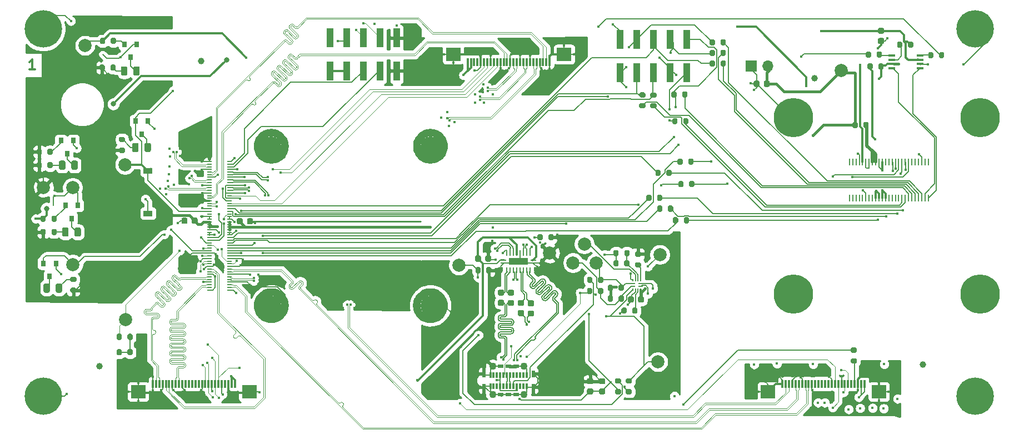
<source format=gbr>
G04 #@! TF.GenerationSoftware,KiCad,Pcbnew,(5.1.9)-1*
G04 #@! TF.CreationDate,2021-07-05T20:40:16-04:00*
G04 #@! TF.ProjectId,DepthABC,44657074-6841-4424-932e-6b696361645f,rev?*
G04 #@! TF.SameCoordinates,Original*
G04 #@! TF.FileFunction,Copper,L1,Top*
G04 #@! TF.FilePolarity,Positive*
%FSLAX46Y46*%
G04 Gerber Fmt 4.6, Leading zero omitted, Abs format (unit mm)*
G04 Created by KiCad (PCBNEW (5.1.9)-1) date 2021-07-05 20:40:16*
%MOMM*%
%LPD*%
G01*
G04 APERTURE LIST*
G04 #@! TA.AperFunction,NonConductor*
%ADD10C,0.300000*%
G04 #@! TD*
G04 #@! TA.AperFunction,SMDPad,CuDef*
%ADD11R,1.100000X0.400000*%
G04 #@! TD*
G04 #@! TA.AperFunction,SMDPad,CuDef*
%ADD12C,2.000000*%
G04 #@! TD*
G04 #@! TA.AperFunction,SMDPad,CuDef*
%ADD13R,0.500000X1.030000*%
G04 #@! TD*
G04 #@! TA.AperFunction,ComponentPad*
%ADD14C,1.100000*%
G04 #@! TD*
G04 #@! TA.AperFunction,SMDPad,CuDef*
%ADD15R,0.820000X0.550000*%
G04 #@! TD*
G04 #@! TA.AperFunction,SMDPad,CuDef*
%ADD16R,0.300000X0.850000*%
G04 #@! TD*
G04 #@! TA.AperFunction,SMDPad,CuDef*
%ADD17R,1.000000X3.000000*%
G04 #@! TD*
G04 #@! TA.AperFunction,SMDPad,CuDef*
%ADD18R,2.900000X1.000000*%
G04 #@! TD*
G04 #@! TA.AperFunction,SMDPad,CuDef*
%ADD19R,0.240000X0.900000*%
G04 #@! TD*
G04 #@! TA.AperFunction,SMDPad,CuDef*
%ADD20R,0.900000X0.240000*%
G04 #@! TD*
G04 #@! TA.AperFunction,SMDPad,CuDef*
%ADD21R,0.220000X0.450000*%
G04 #@! TD*
G04 #@! TA.AperFunction,SMDPad,CuDef*
%ADD22R,0.700000X0.220000*%
G04 #@! TD*
G04 #@! TA.AperFunction,ComponentPad*
%ADD23O,1.700000X1.700000*%
G04 #@! TD*
G04 #@! TA.AperFunction,ComponentPad*
%ADD24R,1.700000X1.700000*%
G04 #@! TD*
G04 #@! TA.AperFunction,SMDPad,CuDef*
%ADD25R,0.250000X1.100000*%
G04 #@! TD*
G04 #@! TA.AperFunction,ComponentPad*
%ADD26C,6.000000*%
G04 #@! TD*
G04 #@! TA.AperFunction,ComponentPad*
%ADD27C,5.700000*%
G04 #@! TD*
G04 #@! TA.AperFunction,SMDPad,CuDef*
%ADD28C,0.100000*%
G04 #@! TD*
G04 #@! TA.AperFunction,SMDPad,CuDef*
%ADD29C,0.750000*%
G04 #@! TD*
G04 #@! TA.AperFunction,ComponentPad*
%ADD30C,3.050000*%
G04 #@! TD*
G04 #@! TA.AperFunction,SMDPad,CuDef*
%ADD31R,2.200000X2.000000*%
G04 #@! TD*
G04 #@! TA.AperFunction,SMDPad,CuDef*
%ADD32R,0.300000X1.200000*%
G04 #@! TD*
G04 #@! TA.AperFunction,SMDPad,CuDef*
%ADD33R,0.700000X0.200000*%
G04 #@! TD*
G04 #@! TA.AperFunction,SMDPad,CuDef*
%ADD34R,0.800000X0.900000*%
G04 #@! TD*
G04 #@! TA.AperFunction,SMDPad,CuDef*
%ADD35C,1.000000*%
G04 #@! TD*
G04 #@! TA.AperFunction,SMDPad,CuDef*
%ADD36R,1.400000X0.900000*%
G04 #@! TD*
G04 #@! TA.AperFunction,ViaPad*
%ADD37C,0.400000*%
G04 #@! TD*
G04 #@! TA.AperFunction,ViaPad*
%ADD38C,0.800000*%
G04 #@! TD*
G04 #@! TA.AperFunction,Conductor*
%ADD39C,0.300000*%
G04 #@! TD*
G04 #@! TA.AperFunction,Conductor*
%ADD40C,0.150000*%
G04 #@! TD*
G04 #@! TA.AperFunction,Conductor*
%ADD41C,0.400000*%
G04 #@! TD*
G04 #@! TA.AperFunction,Conductor*
%ADD42C,0.200000*%
G04 #@! TD*
G04 #@! TA.AperFunction,Conductor*
%ADD43C,0.175000*%
G04 #@! TD*
G04 #@! TA.AperFunction,Conductor*
%ADD44C,0.126000*%
G04 #@! TD*
G04 #@! TA.AperFunction,Conductor*
%ADD45C,0.100000*%
G04 #@! TD*
G04 #@! TA.AperFunction,Conductor*
%ADD46C,0.500000*%
G04 #@! TD*
G04 #@! TA.AperFunction,Conductor*
%ADD47C,0.254000*%
G04 #@! TD*
G04 APERTURE END LIST*
D10*
X116203571Y-114897571D02*
X115346428Y-114897571D01*
X115775000Y-114897571D02*
X115775000Y-113397571D01*
X115632142Y-113611857D01*
X115489285Y-113754714D01*
X115346428Y-113826142D01*
D11*
G04 #@! TO.P,U1,8*
G04 #@! TO.N,/USBC&POWER/P0.03*
X246777060Y-114757320D03*
G04 #@! TO.P,U1,7*
G04 #@! TO.N,+3V3*
X246777060Y-114107320D03*
G04 #@! TO.P,U1,6*
G04 #@! TO.N,Net-(R11-Pad2)*
X246777060Y-113457320D03*
G04 #@! TO.P,U1,5*
G04 #@! TO.N,Net-(R6-Pad2)*
X246777060Y-112807320D03*
G04 #@! TO.P,U1,4*
G04 #@! TO.N,Net-(R7-Pad2)*
X251077060Y-112807320D03*
G04 #@! TO.P,U1,3*
G04 #@! TO.N,1V8*
X251077060Y-113457320D03*
G04 #@! TO.P,U1,2*
G04 #@! TO.N,GND*
X251077060Y-114107320D03*
G04 #@! TO.P,U1,1*
G04 #@! TO.N,/USBC&POWER/P0.02*
X251077060Y-114757320D03*
G04 #@! TD*
D12*
G04 #@! TO.P,TP8,1*
G04 #@! TO.N,Net-(IC1-Pad6)*
X211429600Y-143205200D03*
G04 #@! TD*
G04 #@! TO.P,TP7,1*
G04 #@! TO.N,/USBC&POWER/DIR*
X211124800Y-159562800D03*
G04 #@! TD*
D13*
G04 #@! TO.P,J5,14*
G04 #@! TO.N,GND*
X184585500Y-161415500D03*
G04 #@! TO.P,J5,13*
X192125500Y-161415500D03*
G04 #@! TO.P,J5,12*
X184585500Y-163415500D03*
G04 #@! TO.P,J5,11*
X192125500Y-163415500D03*
D14*
G04 #@! TO.P,J5,10*
X185955500Y-160265500D03*
G04 #@! TO.P,J5,9*
X190755500Y-160265500D03*
G04 #@! TO.P,J5,8*
X185955500Y-164565500D03*
G04 #@! TO.P,J5,7*
X190755500Y-164565500D03*
D15*
G04 #@! TO.P,J5,6*
X187155500Y-160265500D03*
G04 #@! TO.P,J5,5*
X188355500Y-160265500D03*
G04 #@! TO.P,J5,4*
X189555500Y-160265500D03*
G04 #@! TO.P,J5,3*
X187155500Y-164565500D03*
G04 #@! TO.P,J5,2*
X188355500Y-164565500D03*
G04 #@! TO.P,J5,1*
X189555500Y-164565500D03*
D16*
G04 #@! TO.P,J5,B1*
X185605500Y-161585500D03*
G04 #@! TO.P,J5,B2*
G04 #@! TO.N,/USBC&POWER/TXC_N*
X186105500Y-161585500D03*
G04 #@! TO.P,J5,B3*
G04 #@! TO.N,/USBC&POWER/TXC_P*
X186605500Y-161585500D03*
G04 #@! TO.P,J5,B4*
G04 #@! TO.N,VBUS*
X187105500Y-161585500D03*
G04 #@! TO.P,J5,B5*
G04 #@! TO.N,/USBC&POWER/CC2*
X187605500Y-161585500D03*
G04 #@! TO.P,J5,B6*
G04 #@! TO.N,USB_D_N*
X188105500Y-161585500D03*
G04 #@! TO.P,J5,B7*
G04 #@! TO.N,USB_D_P*
X188605500Y-161585500D03*
G04 #@! TO.P,J5,B8*
G04 #@! TO.N,Net-(J5-PadB8)*
X189105500Y-161585500D03*
G04 #@! TO.P,J5,B9*
G04 #@! TO.N,VBUS*
X189605500Y-161585500D03*
G04 #@! TO.P,J5,B10*
G04 #@! TO.N,/USBC&POWER/RXB_N*
X190105500Y-161585500D03*
G04 #@! TO.P,J5,B11*
G04 #@! TO.N,/USBC&POWER/RXB_P*
X190605500Y-161585500D03*
G04 #@! TO.P,J5,B12*
G04 #@! TO.N,GND*
X191105500Y-161585500D03*
G04 #@! TO.P,J5,A12*
X185605500Y-163245500D03*
G04 #@! TO.P,J5,A11*
G04 #@! TO.N,/USBC&POWER/RXC_P*
X186105500Y-163245500D03*
G04 #@! TO.P,J5,A10*
G04 #@! TO.N,/USBC&POWER/RXC_N*
X186605500Y-163245500D03*
G04 #@! TO.P,J5,A9*
G04 #@! TO.N,VBUS*
X187105500Y-163245500D03*
G04 #@! TO.P,J5,A8*
G04 #@! TO.N,Net-(J5-PadA8)*
X187605500Y-163245500D03*
G04 #@! TO.P,J5,A7*
G04 #@! TO.N,USB_D_N*
X188105500Y-163245500D03*
G04 #@! TO.P,J5,A6*
G04 #@! TO.N,USB_D_P*
X188605500Y-163245500D03*
G04 #@! TO.P,J5,A5*
G04 #@! TO.N,/USBC&POWER/CC1*
X189105500Y-163245500D03*
G04 #@! TO.P,J5,A4*
G04 #@! TO.N,VBUS*
X189605500Y-163245500D03*
G04 #@! TO.P,J5,A3*
G04 #@! TO.N,/USBC&POWER/TXB_N*
X190105500Y-163245500D03*
G04 #@! TO.P,J5,A2*
G04 #@! TO.N,/USBC&POWER/TXB_P*
X190605500Y-163245500D03*
G04 #@! TO.P,J5,A1*
G04 #@! TO.N,GND*
X191105500Y-163245500D03*
G04 #@! TD*
D17*
G04 #@! TO.P,J4,10*
G04 #@! TO.N,GND*
X205373500Y-110365500D03*
G04 #@! TO.P,J4,9*
X205373500Y-115405500D03*
G04 #@! TO.P,J4,8*
G04 #@! TO.N,SD_HST0_D3*
X207913500Y-110365500D03*
G04 #@! TO.P,J4,7*
G04 #@! TO.N,SD_HST0_CD*
X207913500Y-115405500D03*
G04 #@! TO.P,J4,6*
G04 #@! TO.N,SD_HST0_D2*
X210453500Y-110365500D03*
G04 #@! TO.P,J4,5*
G04 #@! TO.N,SD_HST0_CMD*
X210453500Y-115405500D03*
G04 #@! TO.P,J4,4*
G04 #@! TO.N,SD_HST0_D1*
X212993500Y-110365500D03*
G04 #@! TO.P,J4,3*
G04 #@! TO.N,GND*
X212993500Y-115405500D03*
G04 #@! TO.P,J4,2*
G04 #@! TO.N,SD_HST0_D0*
X215533500Y-110365500D03*
G04 #@! TO.P,J4,1*
G04 #@! TO.N,SD_HST0_CLK*
X215533500Y-115405500D03*
G04 #@! TD*
G04 #@! TO.P,J1,10*
G04 #@! TO.N,GND*
X171337500Y-115151500D03*
G04 #@! TO.P,J1,9*
X171337500Y-110111500D03*
G04 #@! TO.P,J1,8*
G04 #@! TO.N,/SoM_BW1099/UART_TX*
X168797500Y-115151500D03*
G04 #@! TO.P,J1,7*
G04 #@! TO.N,I2C3_SCL*
X168797500Y-110111500D03*
G04 #@! TO.P,J1,6*
G04 #@! TO.N,/SoM_BW1099/UART_RX*
X166257500Y-115151500D03*
G04 #@! TO.P,J1,5*
G04 #@! TO.N,I2C3_SDA*
X166257500Y-110111500D03*
G04 #@! TO.P,J1,4*
G04 #@! TO.N,1V8*
X163717500Y-115151500D03*
G04 #@! TO.P,J1,3*
G04 #@! TO.N,/SoM_BW1099/AUX_IO_IRQ*
X163717500Y-110111500D03*
G04 #@! TO.P,J1,2*
G04 #@! TO.N,1V8*
X161177500Y-115151500D03*
G04 #@! TO.P,J1,1*
G04 #@! TO.N,_RST*
X161177500Y-110111500D03*
G04 #@! TD*
D18*
G04 #@! TO.P,U2,21*
G04 #@! TO.N,GND*
X189865000Y-144272000D03*
D19*
G04 #@! TO.P,U2,12*
G04 #@! TO.N,/USBC&POWER/TXC_-*
X188115000Y-145572000D03*
G04 #@! TO.P,U2,13*
G04 #@! TO.N,/USBC&POWER/TXC_+*
X188615000Y-145572000D03*
G04 #@! TO.P,U2,14*
G04 #@! TO.N,/USBC&POWER/RXC_N*
X189115000Y-145572000D03*
G04 #@! TO.P,U2,15*
G04 #@! TO.N,/USBC&POWER/RXC_P*
X189615000Y-145572000D03*
G04 #@! TO.P,U2,16*
G04 #@! TO.N,/USBC&POWER/TXB_-*
X190115000Y-145572000D03*
G04 #@! TO.P,U2,17*
G04 #@! TO.N,/USBC&POWER/TXB_+*
X190615000Y-145572000D03*
G04 #@! TO.P,U2,18*
G04 #@! TO.N,/USBC&POWER/RXB_N*
X191115000Y-145572000D03*
G04 #@! TO.P,U2,19*
G04 #@! TO.N,/USBC&POWER/RXB_P*
X191615000Y-145572000D03*
G04 #@! TO.P,U2,9*
G04 #@! TO.N,/USBC&POWER/DIR*
X188115000Y-142972000D03*
G04 #@! TO.P,U2,8*
G04 #@! TO.N,USB_TX_N*
X188615000Y-142972000D03*
G04 #@! TO.P,U2,7*
G04 #@! TO.N,USB_TX_P*
X189115000Y-142972000D03*
G04 #@! TO.P,U2,6*
G04 #@! TO.N,+3V3*
X189615000Y-142972000D03*
G04 #@! TO.P,U2,5*
G04 #@! TO.N,GND*
X190115000Y-142972000D03*
G04 #@! TO.P,U2,4*
G04 #@! TO.N,USB_RX_N*
X190615000Y-142972000D03*
G04 #@! TO.P,U2,3*
G04 #@! TO.N,USB_RX_P*
X191115000Y-142972000D03*
G04 #@! TO.P,U2,2*
G04 #@! TO.N,Net-(R17-Pad2)*
X191615000Y-142972000D03*
D20*
G04 #@! TO.P,U2,11*
G04 #@! TO.N,GND*
X187565000Y-144522000D03*
G04 #@! TO.P,U2,10*
G04 #@! TO.N,+3V3*
X187565000Y-144022000D03*
G04 #@! TO.P,U2,20*
G04 #@! TO.N,GND*
X192165000Y-144522000D03*
G04 #@! TO.P,U2,1*
G04 #@! TO.N,+3V3*
X192165000Y-144022000D03*
G04 #@! TD*
D21*
G04 #@! TO.P,IC1,12*
G04 #@! TO.N,+5V*
X208509160Y-148525060D03*
G04 #@! TO.P,IC1,11*
G04 #@! TO.N,/USBC&POWER/USB_ENB*
X208109160Y-148525060D03*
G04 #@! TO.P,IC1,10*
G04 #@! TO.N,GND*
X207709160Y-148525060D03*
G04 #@! TO.P,IC1,9*
G04 #@! TO.N,/USBC&POWER/DIR*
X207309160Y-148525060D03*
D22*
G04 #@! TO.P,IC1,8*
G04 #@! TO.N,/USBC&POWER/OUT2*
X207309160Y-148000060D03*
G04 #@! TO.P,IC1,7*
G04 #@! TO.N,/USBC&POWER/OUT1*
X207309160Y-147600060D03*
D21*
G04 #@! TO.P,IC1,6*
G04 #@! TO.N,Net-(IC1-Pad6)*
X207309160Y-147075060D03*
G04 #@! TO.P,IC1,5*
G04 #@! TO.N,Net-(IC1-Pad5)*
X207709160Y-147075060D03*
G04 #@! TO.P,IC1,4*
G04 #@! TO.N,/USBC&POWER/VBUS_DET*
X208109160Y-147075060D03*
G04 #@! TO.P,IC1,3*
G04 #@! TO.N,/USBC&POWER/USB_PORT*
X208509160Y-147075060D03*
D22*
G04 #@! TO.P,IC1,2*
G04 #@! TO.N,/USBC&POWER/CC2*
X208509160Y-147600060D03*
G04 #@! TO.P,IC1,1*
G04 #@! TO.N,/USBC&POWER/CC1*
X208509160Y-148000060D03*
G04 #@! TD*
G04 #@! TO.P,D5,2*
G04 #@! TO.N,Net-(D5-Pad2)*
G04 #@! TA.AperFunction,SMDPad,CuDef*
G36*
G01*
X130285500Y-114715250D02*
X130285500Y-115627750D01*
G75*
G02*
X130041750Y-115871500I-243750J0D01*
G01*
X129554250Y-115871500D01*
G75*
G02*
X129310500Y-115627750I0J243750D01*
G01*
X129310500Y-114715250D01*
G75*
G02*
X129554250Y-114471500I243750J0D01*
G01*
X130041750Y-114471500D01*
G75*
G02*
X130285500Y-114715250I0J-243750D01*
G01*
G37*
G04 #@! TD.AperFunction*
G04 #@! TO.P,D5,1*
G04 #@! TO.N,Net-(D5-Pad1)*
G04 #@! TA.AperFunction,SMDPad,CuDef*
G36*
G01*
X132160500Y-114715250D02*
X132160500Y-115627750D01*
G75*
G02*
X131916750Y-115871500I-243750J0D01*
G01*
X131429250Y-115871500D01*
G75*
G02*
X131185500Y-115627750I0J243750D01*
G01*
X131185500Y-114715250D01*
G75*
G02*
X131429250Y-114471500I243750J0D01*
G01*
X131916750Y-114471500D01*
G75*
G02*
X132160500Y-114715250I0J-243750D01*
G01*
G37*
G04 #@! TD.AperFunction*
G04 #@! TD*
G04 #@! TO.P,D4,2*
G04 #@! TO.N,Net-(D4-Pad2)*
G04 #@! TA.AperFunction,SMDPad,CuDef*
G36*
G01*
X121332100Y-139302450D02*
X121332100Y-140214950D01*
G75*
G02*
X121088350Y-140458700I-243750J0D01*
G01*
X120600850Y-140458700D01*
G75*
G02*
X120357100Y-140214950I0J243750D01*
G01*
X120357100Y-139302450D01*
G75*
G02*
X120600850Y-139058700I243750J0D01*
G01*
X121088350Y-139058700D01*
G75*
G02*
X121332100Y-139302450I0J-243750D01*
G01*
G37*
G04 #@! TD.AperFunction*
G04 #@! TO.P,D4,1*
G04 #@! TO.N,Net-(D4-Pad1)*
G04 #@! TA.AperFunction,SMDPad,CuDef*
G36*
G01*
X123207100Y-139302450D02*
X123207100Y-140214950D01*
G75*
G02*
X122963350Y-140458700I-243750J0D01*
G01*
X122475850Y-140458700D01*
G75*
G02*
X122232100Y-140214950I0J243750D01*
G01*
X122232100Y-139302450D01*
G75*
G02*
X122475850Y-139058700I243750J0D01*
G01*
X122963350Y-139058700D01*
G75*
G02*
X123207100Y-139302450I0J-243750D01*
G01*
G37*
G04 #@! TD.AperFunction*
G04 #@! TD*
G04 #@! TO.P,D3,2*
G04 #@! TO.N,Net-(D3-Pad2)*
G04 #@! TA.AperFunction,SMDPad,CuDef*
G36*
G01*
X132000000Y-126399250D02*
X132000000Y-127311750D01*
G75*
G02*
X131756250Y-127555500I-243750J0D01*
G01*
X131268750Y-127555500D01*
G75*
G02*
X131025000Y-127311750I0J243750D01*
G01*
X131025000Y-126399250D01*
G75*
G02*
X131268750Y-126155500I243750J0D01*
G01*
X131756250Y-126155500D01*
G75*
G02*
X132000000Y-126399250I0J-243750D01*
G01*
G37*
G04 #@! TD.AperFunction*
G04 #@! TO.P,D3,1*
G04 #@! TO.N,Net-(D3-Pad1)*
G04 #@! TA.AperFunction,SMDPad,CuDef*
G36*
G01*
X133875000Y-126399250D02*
X133875000Y-127311750D01*
G75*
G02*
X133631250Y-127555500I-243750J0D01*
G01*
X133143750Y-127555500D01*
G75*
G02*
X132900000Y-127311750I0J243750D01*
G01*
X132900000Y-126399250D01*
G75*
G02*
X133143750Y-126155500I243750J0D01*
G01*
X133631250Y-126155500D01*
G75*
G02*
X133875000Y-126399250I0J-243750D01*
G01*
G37*
G04 #@! TD.AperFunction*
G04 #@! TD*
G04 #@! TO.P,D2,2*
G04 #@! TO.N,Net-(D2-Pad2)*
G04 #@! TA.AperFunction,SMDPad,CuDef*
G36*
G01*
X119374500Y-148774750D02*
X119374500Y-147862250D01*
G75*
G02*
X119618250Y-147618500I243750J0D01*
G01*
X120105750Y-147618500D01*
G75*
G02*
X120349500Y-147862250I0J-243750D01*
G01*
X120349500Y-148774750D01*
G75*
G02*
X120105750Y-149018500I-243750J0D01*
G01*
X119618250Y-149018500D01*
G75*
G02*
X119374500Y-148774750I0J243750D01*
G01*
G37*
G04 #@! TD.AperFunction*
G04 #@! TO.P,D2,1*
G04 #@! TO.N,Net-(D2-Pad1)*
G04 #@! TA.AperFunction,SMDPad,CuDef*
G36*
G01*
X117499500Y-148774750D02*
X117499500Y-147862250D01*
G75*
G02*
X117743250Y-147618500I243750J0D01*
G01*
X118230750Y-147618500D01*
G75*
G02*
X118474500Y-147862250I0J-243750D01*
G01*
X118474500Y-148774750D01*
G75*
G02*
X118230750Y-149018500I-243750J0D01*
G01*
X117743250Y-149018500D01*
G75*
G02*
X117499500Y-148774750I0J243750D01*
G01*
G37*
G04 #@! TD.AperFunction*
G04 #@! TD*
G04 #@! TO.P,D1,2*
G04 #@! TO.N,Net-(D1-Pad2)*
G04 #@! TA.AperFunction,SMDPad,CuDef*
G36*
G01*
X120849500Y-129091650D02*
X120849500Y-130004150D01*
G75*
G02*
X120605750Y-130247900I-243750J0D01*
G01*
X120118250Y-130247900D01*
G75*
G02*
X119874500Y-130004150I0J243750D01*
G01*
X119874500Y-129091650D01*
G75*
G02*
X120118250Y-128847900I243750J0D01*
G01*
X120605750Y-128847900D01*
G75*
G02*
X120849500Y-129091650I0J-243750D01*
G01*
G37*
G04 #@! TD.AperFunction*
G04 #@! TO.P,D1,1*
G04 #@! TO.N,Net-(D1-Pad1)*
G04 #@! TA.AperFunction,SMDPad,CuDef*
G36*
G01*
X122724500Y-129091650D02*
X122724500Y-130004150D01*
G75*
G02*
X122480750Y-130247900I-243750J0D01*
G01*
X121993250Y-130247900D01*
G75*
G02*
X121749500Y-130004150I0J243750D01*
G01*
X121749500Y-129091650D01*
G75*
G02*
X121993250Y-128847900I243750J0D01*
G01*
X122480750Y-128847900D01*
G75*
G02*
X122724500Y-129091650I0J-243750D01*
G01*
G37*
G04 #@! TD.AperFunction*
G04 #@! TD*
D23*
G04 #@! TO.P,J2,2*
G04 #@! TO.N,+5V*
X227916000Y-114447600D03*
D24*
G04 #@! TO.P,J2,1*
G04 #@! TO.N,GND*
X225376000Y-114447600D03*
G04 #@! TD*
D25*
G04 #@! TO.P,J8,25*
G04 #@! TO.N,Net-(J8-Pad25)*
X240325920Y-134571200D03*
G04 #@! TO.P,J8,24*
G04 #@! TO.N,Net-(J8-Pad24)*
X240825920Y-134571200D03*
G04 #@! TO.P,J8,23*
G04 #@! TO.N,Net-(J8-Pad23)*
X241325920Y-134571200D03*
G04 #@! TO.P,J8,22*
G04 #@! TO.N,Net-(J8-Pad22)*
X241825920Y-134571200D03*
G04 #@! TO.P,J8,21*
G04 #@! TO.N,Net-(J8-Pad21)*
X242325920Y-134571200D03*
G04 #@! TO.P,J8,1*
G04 #@! TO.N,/USBC&POWER/P0.02*
X252325920Y-134571200D03*
G04 #@! TO.P,J8,2*
G04 #@! TO.N,/USBC&POWER/P0.03*
X251825920Y-134571200D03*
G04 #@! TO.P,J8,3*
G04 #@! TO.N,/USBC&POWER/P0.05*
X251325920Y-134571200D03*
G04 #@! TO.P,J8,4*
G04 #@! TO.N,/USBC&POWER/P0.04*
X250825920Y-134571200D03*
G04 #@! TO.P,J8,5*
G04 #@! TO.N,/USBC&POWER/P0.08*
X250325920Y-134571200D03*
G04 #@! TO.P,J8,50*
G04 #@! TO.N,/USBC&POWER/NFC1*
X252325920Y-129071200D03*
G04 #@! TO.P,J8,49*
G04 #@! TO.N,/USBC&POWER/NFC2*
X251825920Y-129071200D03*
G04 #@! TO.P,J8,26*
G04 #@! TO.N,Net-(J8-Pad26)*
X240325920Y-129071200D03*
G04 #@! TO.P,J8,27*
G04 #@! TO.N,Net-(J8-Pad27)*
X240825920Y-129071200D03*
G04 #@! TO.P,J8,28*
G04 #@! TO.N,Net-(J8-Pad28)*
X241325920Y-129071200D03*
G04 #@! TO.P,J8,29*
G04 #@! TO.N,GND*
X241825920Y-129071200D03*
G04 #@! TO.P,J8,30*
G04 #@! TO.N,1V8*
X242325920Y-129071200D03*
G04 #@! TO.P,J8,48*
G04 #@! TO.N,GND*
X251325920Y-129071200D03*
G04 #@! TO.P,J8,47*
G04 #@! TO.N,/USBC&POWER/P0.25*
X250825920Y-129071200D03*
G04 #@! TO.P,J8,46*
G04 #@! TO.N,/USBC&POWER/P1.04*
X250325920Y-129071200D03*
G04 #@! TO.P,J8,45*
G04 #@! TO.N,/USBC&POWER/P1.09*
X249825920Y-129071200D03*
G04 #@! TO.P,J8,44*
G04 #@! TO.N,/USBC&POWER/P1.03*
X249325920Y-129071200D03*
G04 #@! TO.P,J8,43*
G04 #@! TO.N,/USBC&POWER/P1.15*
X248825920Y-129071200D03*
G04 #@! TO.P,J8,42*
G04 #@! TO.N,/USBC&POWER/P1.11*
X248325920Y-129071200D03*
G04 #@! TO.P,J8,41*
G04 #@! TO.N,/USBC&POWER/P0.31*
X247825920Y-129071200D03*
G04 #@! TO.P,J8,40*
G04 #@! TO.N,/USBC&POWER/P0.30*
X247325920Y-129071200D03*
G04 #@! TO.P,J8,39*
G04 #@! TO.N,/USBC&POWER/SCLK*
X246825920Y-129071200D03*
G04 #@! TO.P,J8,38*
G04 #@! TO.N,/USBC&POWER/MISO*
X246325920Y-129071200D03*
G04 #@! TO.P,J8,37*
G04 #@! TO.N,/USBC&POWER/MOSI*
X245825920Y-129071200D03*
G04 #@! TO.P,J8,36*
G04 #@! TO.N,GND*
X245325920Y-129071200D03*
G04 #@! TO.P,J8,35*
X244825920Y-129071200D03*
G04 #@! TO.P,J8,34*
G04 #@! TO.N,PMID*
X244325920Y-129071200D03*
G04 #@! TO.P,J8,33*
X243825920Y-129071200D03*
G04 #@! TO.P,J8,32*
G04 #@! TO.N,/USBC&POWER/VBAT*
X243325920Y-129071200D03*
G04 #@! TO.P,J8,31*
X242825920Y-129071200D03*
G04 #@! TO.P,J8,20*
G04 #@! TO.N,GND*
X242825920Y-134571200D03*
G04 #@! TO.P,J8,19*
G04 #@! TO.N,Net-(J8-Pad19)*
X243325920Y-134571200D03*
G04 #@! TO.P,J8,18*
G04 #@! TO.N,Net-(J8-Pad18)*
X243825920Y-134571200D03*
G04 #@! TO.P,J8,17*
G04 #@! TO.N,Net-(J8-Pad16)*
X244325920Y-134571200D03*
G04 #@! TO.P,J8,16*
X244825920Y-134571200D03*
G04 #@! TO.P,J8,15*
G04 #@! TO.N,GND*
X245325920Y-134571200D03*
G04 #@! TO.P,J8,14*
X245825920Y-134571200D03*
G04 #@! TO.P,J8,13*
G04 #@! TO.N,/USBC&POWER/SDA*
X246325920Y-134571200D03*
G04 #@! TO.P,J8,12*
G04 #@! TO.N,/USBC&POWER/SCL*
X246825920Y-134571200D03*
G04 #@! TO.P,J8,11*
G04 #@! TO.N,/USBC&POWER/P0.29*
X247325920Y-134571200D03*
G04 #@! TO.P,J8,10*
G04 #@! TO.N,/USBC&POWER/P0.28*
X247825920Y-134571200D03*
G04 #@! TO.P,J8,9*
G04 #@! TO.N,/USBC&POWER/P1.14*
X248325920Y-134571200D03*
G04 #@! TO.P,J8,8*
G04 #@! TO.N,/USBC&POWER/P0.13*
X248825920Y-134571200D03*
G04 #@! TO.P,J8,7*
G04 #@! TO.N,/USBC&POWER/P0.12*
X249325920Y-134571200D03*
G04 #@! TO.P,J8,6*
G04 #@! TO.N,/USBC&POWER/P0.11*
X249825920Y-134571200D03*
G04 #@! TD*
D26*
G04 #@! TO.P,H12,1*
G04 #@! TO.N,GND*
X260252300Y-149210200D03*
G04 #@! TD*
G04 #@! TO.P,H11,1*
G04 #@! TO.N,GND*
X260252700Y-122280800D03*
G04 #@! TD*
G04 #@! TO.P,H10,1*
G04 #@! TO.N,GND*
X231757500Y-149207500D03*
G04 #@! TD*
G04 #@! TO.P,H9,1*
G04 #@! TO.N,GND*
X231757500Y-122283500D03*
G04 #@! TD*
D27*
G04 #@! TO.P,H4,1*
G04 #@! TO.N,GND*
X259457900Y-108767500D03*
G04 #@! TD*
G04 #@! TO.P,H3,1*
G04 #@! TO.N,GND*
X259454672Y-164766700D03*
G04 #@! TD*
G04 #@! TO.P,H2,1*
G04 #@! TO.N,GND*
X117448500Y-108767500D03*
G04 #@! TD*
G04 #@! TO.P,H1,1*
G04 #@! TO.N,GND*
X117448500Y-164766700D03*
G04 #@! TD*
G04 #@! TA.AperFunction,SMDPad,CuDef*
D28*
G04 #@! TO.P,H8,1*
G04 #@! TO.N,GND*
G36*
X176869836Y-124043682D02*
G01*
X177124897Y-124094417D01*
X177373758Y-124169908D01*
X177614021Y-124269428D01*
X177843372Y-124392019D01*
X178059603Y-124536500D01*
X178260631Y-124701480D01*
X178444520Y-124885369D01*
X178609500Y-125086397D01*
X178753981Y-125302628D01*
X178876572Y-125531979D01*
X178976092Y-125772242D01*
X179051583Y-126021103D01*
X179102318Y-126276164D01*
X179127808Y-126534971D01*
X179127808Y-126795029D01*
X179102318Y-127053836D01*
X179051583Y-127308897D01*
X178976092Y-127557758D01*
X178876572Y-127798021D01*
X178753981Y-128027372D01*
X178609500Y-128243603D01*
X178444520Y-128444631D01*
X178260631Y-128628520D01*
X178059603Y-128793500D01*
X177843372Y-128937981D01*
X177614021Y-129060572D01*
X177373758Y-129160092D01*
X177124897Y-129235583D01*
X176869836Y-129286318D01*
X176611029Y-129311808D01*
X176350971Y-129311808D01*
X176092164Y-129286318D01*
X175837103Y-129235583D01*
X175588242Y-129160092D01*
X175347979Y-129060572D01*
X175118628Y-128937981D01*
X174902397Y-128793500D01*
X174701369Y-128628520D01*
X174517480Y-128444631D01*
X174352500Y-128243603D01*
X174208019Y-128027372D01*
X174085428Y-127798021D01*
X173985908Y-127557758D01*
X173910417Y-127308897D01*
X173859682Y-127053836D01*
X173834192Y-126795029D01*
X173834192Y-126591398D01*
X174982807Y-126591398D01*
X174982807Y-126738602D01*
X174997235Y-126885096D01*
X175025953Y-127029470D01*
X175068684Y-127170335D01*
X175125016Y-127306333D01*
X175194407Y-127436154D01*
X175276189Y-127558549D01*
X175369573Y-127672338D01*
X175473662Y-127776427D01*
X175587451Y-127869811D01*
X175709846Y-127951593D01*
X175839667Y-128020984D01*
X175975665Y-128077316D01*
X176116530Y-128120047D01*
X176260904Y-128148765D01*
X176407398Y-128163193D01*
X176554602Y-128163193D01*
X176701096Y-128148765D01*
X176845470Y-128120047D01*
X176986335Y-128077316D01*
X177122333Y-128020984D01*
X177252154Y-127951593D01*
X177374549Y-127869811D01*
X177488338Y-127776427D01*
X177592427Y-127672338D01*
X177685811Y-127558549D01*
X177767593Y-127436154D01*
X177836984Y-127306333D01*
X177893316Y-127170335D01*
X177936047Y-127029470D01*
X177964765Y-126885096D01*
X177979193Y-126738602D01*
X177979193Y-126591398D01*
X177964765Y-126444904D01*
X177936047Y-126300530D01*
X177893316Y-126159665D01*
X177836984Y-126023667D01*
X177767593Y-125893846D01*
X177685811Y-125771451D01*
X177592427Y-125657662D01*
X177488338Y-125553573D01*
X177374549Y-125460189D01*
X177252154Y-125378407D01*
X177122333Y-125309016D01*
X176986335Y-125252684D01*
X176845470Y-125209953D01*
X176701096Y-125181235D01*
X176554602Y-125166807D01*
X176407398Y-125166807D01*
X176260904Y-125181235D01*
X176116530Y-125209953D01*
X175975665Y-125252684D01*
X175839667Y-125309016D01*
X175709846Y-125378407D01*
X175587451Y-125460189D01*
X175473662Y-125553573D01*
X175369573Y-125657662D01*
X175276189Y-125771451D01*
X175194407Y-125893846D01*
X175125016Y-126023667D01*
X175068684Y-126159665D01*
X175025953Y-126300530D01*
X174997235Y-126444904D01*
X174982807Y-126591398D01*
X173834192Y-126591398D01*
X173834192Y-126534971D01*
X173859682Y-126276164D01*
X173910417Y-126021103D01*
X173985908Y-125772242D01*
X174085428Y-125531979D01*
X174208019Y-125302628D01*
X174352500Y-125086397D01*
X174517480Y-124885369D01*
X174701369Y-124701480D01*
X174902397Y-124536500D01*
X175118628Y-124392019D01*
X175347979Y-124269428D01*
X175588242Y-124169908D01*
X175837103Y-124094417D01*
X176092164Y-124043682D01*
X176350971Y-124018192D01*
X176611029Y-124018192D01*
X176869836Y-124043682D01*
G37*
G04 #@! TD.AperFunction*
D29*
X176481000Y-128740000D03*
X174406000Y-126665000D03*
X176481000Y-124590000D03*
D30*
X176481000Y-126665000D03*
G04 #@! TD*
G04 #@! TA.AperFunction,SMDPad,CuDef*
D28*
G04 #@! TO.P,H7,1*
G04 #@! TO.N,GND*
G36*
X152612836Y-148364182D02*
G01*
X152867897Y-148414917D01*
X153116758Y-148490408D01*
X153357021Y-148589928D01*
X153586372Y-148712519D01*
X153802603Y-148857000D01*
X154003631Y-149021980D01*
X154187520Y-149205869D01*
X154352500Y-149406897D01*
X154496981Y-149623128D01*
X154619572Y-149852479D01*
X154719092Y-150092742D01*
X154794583Y-150341603D01*
X154845318Y-150596664D01*
X154870808Y-150855471D01*
X154870808Y-151115529D01*
X154845318Y-151374336D01*
X154794583Y-151629397D01*
X154719092Y-151878258D01*
X154619572Y-152118521D01*
X154496981Y-152347872D01*
X154352500Y-152564103D01*
X154187520Y-152765131D01*
X154003631Y-152949020D01*
X153802603Y-153114000D01*
X153586372Y-153258481D01*
X153357021Y-153381072D01*
X153116758Y-153480592D01*
X152867897Y-153556083D01*
X152612836Y-153606818D01*
X152354029Y-153632308D01*
X152093971Y-153632308D01*
X151835164Y-153606818D01*
X151580103Y-153556083D01*
X151331242Y-153480592D01*
X151090979Y-153381072D01*
X150861628Y-153258481D01*
X150645397Y-153114000D01*
X150444369Y-152949020D01*
X150260480Y-152765131D01*
X150095500Y-152564103D01*
X149951019Y-152347872D01*
X149828428Y-152118521D01*
X149728908Y-151878258D01*
X149653417Y-151629397D01*
X149602682Y-151374336D01*
X149577192Y-151115529D01*
X149577192Y-150911898D01*
X150725807Y-150911898D01*
X150725807Y-151059102D01*
X150740235Y-151205596D01*
X150768953Y-151349970D01*
X150811684Y-151490835D01*
X150868016Y-151626833D01*
X150937407Y-151756654D01*
X151019189Y-151879049D01*
X151112573Y-151992838D01*
X151216662Y-152096927D01*
X151330451Y-152190311D01*
X151452846Y-152272093D01*
X151582667Y-152341484D01*
X151718665Y-152397816D01*
X151859530Y-152440547D01*
X152003904Y-152469265D01*
X152150398Y-152483693D01*
X152297602Y-152483693D01*
X152444096Y-152469265D01*
X152588470Y-152440547D01*
X152729335Y-152397816D01*
X152865333Y-152341484D01*
X152995154Y-152272093D01*
X153117549Y-152190311D01*
X153231338Y-152096927D01*
X153335427Y-151992838D01*
X153428811Y-151879049D01*
X153510593Y-151756654D01*
X153579984Y-151626833D01*
X153636316Y-151490835D01*
X153679047Y-151349970D01*
X153707765Y-151205596D01*
X153722193Y-151059102D01*
X153722193Y-150911898D01*
X153707765Y-150765404D01*
X153679047Y-150621030D01*
X153636316Y-150480165D01*
X153579984Y-150344167D01*
X153510593Y-150214346D01*
X153428811Y-150091951D01*
X153335427Y-149978162D01*
X153231338Y-149874073D01*
X153117549Y-149780689D01*
X152995154Y-149698907D01*
X152865333Y-149629516D01*
X152729335Y-149573184D01*
X152588470Y-149530453D01*
X152444096Y-149501735D01*
X152297602Y-149487307D01*
X152150398Y-149487307D01*
X152003904Y-149501735D01*
X151859530Y-149530453D01*
X151718665Y-149573184D01*
X151582667Y-149629516D01*
X151452846Y-149698907D01*
X151330451Y-149780689D01*
X151216662Y-149874073D01*
X151112573Y-149978162D01*
X151019189Y-150091951D01*
X150937407Y-150214346D01*
X150868016Y-150344167D01*
X150811684Y-150480165D01*
X150768953Y-150621030D01*
X150740235Y-150765404D01*
X150725807Y-150911898D01*
X149577192Y-150911898D01*
X149577192Y-150855471D01*
X149602682Y-150596664D01*
X149653417Y-150341603D01*
X149728908Y-150092742D01*
X149828428Y-149852479D01*
X149951019Y-149623128D01*
X150095500Y-149406897D01*
X150260480Y-149205869D01*
X150444369Y-149021980D01*
X150645397Y-148857000D01*
X150861628Y-148712519D01*
X151090979Y-148589928D01*
X151331242Y-148490408D01*
X151580103Y-148414917D01*
X151835164Y-148364182D01*
X152093971Y-148338692D01*
X152354029Y-148338692D01*
X152612836Y-148364182D01*
G37*
G04 #@! TD.AperFunction*
D29*
X152224000Y-153060500D03*
X150149000Y-150985500D03*
X152224000Y-148910500D03*
D30*
X152224000Y-150985500D03*
G04 #@! TD*
G04 #@! TA.AperFunction,SMDPad,CuDef*
D28*
G04 #@! TO.P,H6,1*
G04 #@! TO.N,GND*
G36*
X152612836Y-124043682D02*
G01*
X152867897Y-124094417D01*
X153116758Y-124169908D01*
X153357021Y-124269428D01*
X153586372Y-124392019D01*
X153802603Y-124536500D01*
X154003631Y-124701480D01*
X154187520Y-124885369D01*
X154352500Y-125086397D01*
X154496981Y-125302628D01*
X154619572Y-125531979D01*
X154719092Y-125772242D01*
X154794583Y-126021103D01*
X154845318Y-126276164D01*
X154870808Y-126534971D01*
X154870808Y-126795029D01*
X154845318Y-127053836D01*
X154794583Y-127308897D01*
X154719092Y-127557758D01*
X154619572Y-127798021D01*
X154496981Y-128027372D01*
X154352500Y-128243603D01*
X154187520Y-128444631D01*
X154003631Y-128628520D01*
X153802603Y-128793500D01*
X153586372Y-128937981D01*
X153357021Y-129060572D01*
X153116758Y-129160092D01*
X152867897Y-129235583D01*
X152612836Y-129286318D01*
X152354029Y-129311808D01*
X152093971Y-129311808D01*
X151835164Y-129286318D01*
X151580103Y-129235583D01*
X151331242Y-129160092D01*
X151090979Y-129060572D01*
X150861628Y-128937981D01*
X150645397Y-128793500D01*
X150444369Y-128628520D01*
X150260480Y-128444631D01*
X150095500Y-128243603D01*
X149951019Y-128027372D01*
X149828428Y-127798021D01*
X149728908Y-127557758D01*
X149653417Y-127308897D01*
X149602682Y-127053836D01*
X149577192Y-126795029D01*
X149577192Y-126591398D01*
X150725807Y-126591398D01*
X150725807Y-126738602D01*
X150740235Y-126885096D01*
X150768953Y-127029470D01*
X150811684Y-127170335D01*
X150868016Y-127306333D01*
X150937407Y-127436154D01*
X151019189Y-127558549D01*
X151112573Y-127672338D01*
X151216662Y-127776427D01*
X151330451Y-127869811D01*
X151452846Y-127951593D01*
X151582667Y-128020984D01*
X151718665Y-128077316D01*
X151859530Y-128120047D01*
X152003904Y-128148765D01*
X152150398Y-128163193D01*
X152297602Y-128163193D01*
X152444096Y-128148765D01*
X152588470Y-128120047D01*
X152729335Y-128077316D01*
X152865333Y-128020984D01*
X152995154Y-127951593D01*
X153117549Y-127869811D01*
X153231338Y-127776427D01*
X153335427Y-127672338D01*
X153428811Y-127558549D01*
X153510593Y-127436154D01*
X153579984Y-127306333D01*
X153636316Y-127170335D01*
X153679047Y-127029470D01*
X153707765Y-126885096D01*
X153722193Y-126738602D01*
X153722193Y-126591398D01*
X153707765Y-126444904D01*
X153679047Y-126300530D01*
X153636316Y-126159665D01*
X153579984Y-126023667D01*
X153510593Y-125893846D01*
X153428811Y-125771451D01*
X153335427Y-125657662D01*
X153231338Y-125553573D01*
X153117549Y-125460189D01*
X152995154Y-125378407D01*
X152865333Y-125309016D01*
X152729335Y-125252684D01*
X152588470Y-125209953D01*
X152444096Y-125181235D01*
X152297602Y-125166807D01*
X152150398Y-125166807D01*
X152003904Y-125181235D01*
X151859530Y-125209953D01*
X151718665Y-125252684D01*
X151582667Y-125309016D01*
X151452846Y-125378407D01*
X151330451Y-125460189D01*
X151216662Y-125553573D01*
X151112573Y-125657662D01*
X151019189Y-125771451D01*
X150937407Y-125893846D01*
X150868016Y-126023667D01*
X150811684Y-126159665D01*
X150768953Y-126300530D01*
X150740235Y-126444904D01*
X150725807Y-126591398D01*
X149577192Y-126591398D01*
X149577192Y-126534971D01*
X149602682Y-126276164D01*
X149653417Y-126021103D01*
X149728908Y-125772242D01*
X149828428Y-125531979D01*
X149951019Y-125302628D01*
X150095500Y-125086397D01*
X150260480Y-124885369D01*
X150444369Y-124701480D01*
X150645397Y-124536500D01*
X150861628Y-124392019D01*
X151090979Y-124269428D01*
X151331242Y-124169908D01*
X151580103Y-124094417D01*
X151835164Y-124043682D01*
X152093971Y-124018192D01*
X152354029Y-124018192D01*
X152612836Y-124043682D01*
G37*
G04 #@! TD.AperFunction*
D29*
X152224000Y-128740000D03*
X150149000Y-126665000D03*
X152224000Y-124590000D03*
D30*
X152224000Y-126665000D03*
G04 #@! TD*
G04 #@! TA.AperFunction,SMDPad,CuDef*
D28*
G04 #@! TO.P,H5,1*
G04 #@! TO.N,GND*
G36*
X176852056Y-148364182D02*
G01*
X177107117Y-148414917D01*
X177355978Y-148490408D01*
X177596241Y-148589928D01*
X177825592Y-148712519D01*
X178041823Y-148857000D01*
X178242851Y-149021980D01*
X178426740Y-149205869D01*
X178591720Y-149406897D01*
X178736201Y-149623128D01*
X178858792Y-149852479D01*
X178958312Y-150092742D01*
X179033803Y-150341603D01*
X179084538Y-150596664D01*
X179110028Y-150855471D01*
X179110028Y-151115529D01*
X179084538Y-151374336D01*
X179033803Y-151629397D01*
X178958312Y-151878258D01*
X178858792Y-152118521D01*
X178736201Y-152347872D01*
X178591720Y-152564103D01*
X178426740Y-152765131D01*
X178242851Y-152949020D01*
X178041823Y-153114000D01*
X177825592Y-153258481D01*
X177596241Y-153381072D01*
X177355978Y-153480592D01*
X177107117Y-153556083D01*
X176852056Y-153606818D01*
X176593249Y-153632308D01*
X176333191Y-153632308D01*
X176074384Y-153606818D01*
X175819323Y-153556083D01*
X175570462Y-153480592D01*
X175330199Y-153381072D01*
X175100848Y-153258481D01*
X174884617Y-153114000D01*
X174683589Y-152949020D01*
X174499700Y-152765131D01*
X174334720Y-152564103D01*
X174190239Y-152347872D01*
X174067648Y-152118521D01*
X173968128Y-151878258D01*
X173892637Y-151629397D01*
X173841902Y-151374336D01*
X173816412Y-151115529D01*
X173816412Y-150911898D01*
X174965027Y-150911898D01*
X174965027Y-151059102D01*
X174979455Y-151205596D01*
X175008173Y-151349970D01*
X175050904Y-151490835D01*
X175107236Y-151626833D01*
X175176627Y-151756654D01*
X175258409Y-151879049D01*
X175351793Y-151992838D01*
X175455882Y-152096927D01*
X175569671Y-152190311D01*
X175692066Y-152272093D01*
X175821887Y-152341484D01*
X175957885Y-152397816D01*
X176098750Y-152440547D01*
X176243124Y-152469265D01*
X176389618Y-152483693D01*
X176536822Y-152483693D01*
X176683316Y-152469265D01*
X176827690Y-152440547D01*
X176968555Y-152397816D01*
X177104553Y-152341484D01*
X177234374Y-152272093D01*
X177356769Y-152190311D01*
X177470558Y-152096927D01*
X177574647Y-151992838D01*
X177668031Y-151879049D01*
X177749813Y-151756654D01*
X177819204Y-151626833D01*
X177875536Y-151490835D01*
X177918267Y-151349970D01*
X177946985Y-151205596D01*
X177961413Y-151059102D01*
X177961413Y-150911898D01*
X177946985Y-150765404D01*
X177918267Y-150621030D01*
X177875536Y-150480165D01*
X177819204Y-150344167D01*
X177749813Y-150214346D01*
X177668031Y-150091951D01*
X177574647Y-149978162D01*
X177470558Y-149874073D01*
X177356769Y-149780689D01*
X177234374Y-149698907D01*
X177104553Y-149629516D01*
X176968555Y-149573184D01*
X176827690Y-149530453D01*
X176683316Y-149501735D01*
X176536822Y-149487307D01*
X176389618Y-149487307D01*
X176243124Y-149501735D01*
X176098750Y-149530453D01*
X175957885Y-149573184D01*
X175821887Y-149629516D01*
X175692066Y-149698907D01*
X175569671Y-149780689D01*
X175455882Y-149874073D01*
X175351793Y-149978162D01*
X175258409Y-150091951D01*
X175176627Y-150214346D01*
X175107236Y-150344167D01*
X175050904Y-150480165D01*
X175008173Y-150621030D01*
X174979455Y-150765404D01*
X174965027Y-150911898D01*
X173816412Y-150911898D01*
X173816412Y-150855471D01*
X173841902Y-150596664D01*
X173892637Y-150341603D01*
X173968128Y-150092742D01*
X174067648Y-149852479D01*
X174190239Y-149623128D01*
X174334720Y-149406897D01*
X174499700Y-149205869D01*
X174683589Y-149021980D01*
X174884617Y-148857000D01*
X175100848Y-148712519D01*
X175330199Y-148589928D01*
X175570462Y-148490408D01*
X175819323Y-148414917D01*
X176074384Y-148364182D01*
X176333191Y-148338692D01*
X176593249Y-148338692D01*
X176852056Y-148364182D01*
G37*
G04 #@! TD.AperFunction*
D29*
X176463220Y-153060500D03*
X174388220Y-150985500D03*
X176463220Y-148910500D03*
D30*
X176463220Y-150985500D03*
G04 #@! TD*
D12*
G04 #@! TO.P,TP21,1*
G04 #@! TO.N,/USBC&POWER/OUT1*
X201754000Y-144445000D03*
G04 #@! TD*
G04 #@! TO.P,TP20,1*
G04 #@! TO.N,/USBC&POWER/OUT2*
X198198000Y-144445000D03*
G04 #@! TD*
G04 #@! TO.P,TP19,1*
G04 #@! TO.N,Net-(IC1-Pad5)*
X199912500Y-141587500D03*
G04 #@! TD*
G04 #@! TO.P,TP18,1*
G04 #@! TO.N,Net-(R12-Pad1)*
X180799000Y-144826000D03*
G04 #@! TD*
G04 #@! TO.P,TP10,1*
G04 #@! TO.N,GND*
X121947200Y-132989600D03*
G04 #@! TD*
G04 #@! TO.P,TP9,1*
G04 #@! TO.N,GND*
X194642000Y-142984500D03*
G04 #@! TD*
G04 #@! TO.P,TP6,1*
G04 #@! TO.N,1V8*
X123839500Y-111298000D03*
G04 #@! TD*
G04 #@! TO.P,TP5,1*
G04 #@! TO.N,COM_AUX_IO2*
X129999000Y-153081000D03*
G04 #@! TD*
G04 #@! TO.P,TP4,1*
G04 #@! TO.N,+5V*
X239092000Y-115108000D03*
G04 #@! TD*
G04 #@! TO.P,TP3,1*
G04 #@! TO.N,_RST*
X129935500Y-129459000D03*
G04 #@! TD*
G04 #@! TO.P,TP2,1*
G04 #@! TO.N,+5V*
X117527600Y-132938800D03*
G04 #@! TD*
G04 #@! TO.P,TP1,1*
G04 #@! TO.N,/SoM_BW1099/2485_PGOOD*
X121998000Y-144699000D03*
G04 #@! TD*
G04 #@! TO.P,C4,2*
G04 #@! TO.N,1V8*
G04 #@! TA.AperFunction,SMDPad,CuDef*
G36*
G01*
X245378060Y-109502800D02*
X244878060Y-109502800D01*
G75*
G02*
X244653060Y-109277800I0J225000D01*
G01*
X244653060Y-108827800D01*
G75*
G02*
X244878060Y-108602800I225000J0D01*
G01*
X245378060Y-108602800D01*
G75*
G02*
X245603060Y-108827800I0J-225000D01*
G01*
X245603060Y-109277800D01*
G75*
G02*
X245378060Y-109502800I-225000J0D01*
G01*
G37*
G04 #@! TD.AperFunction*
G04 #@! TO.P,C4,1*
G04 #@! TO.N,GND*
G04 #@! TA.AperFunction,SMDPad,CuDef*
G36*
G01*
X245378060Y-111052800D02*
X244878060Y-111052800D01*
G75*
G02*
X244653060Y-110827800I0J225000D01*
G01*
X244653060Y-110377800D01*
G75*
G02*
X244878060Y-110152800I225000J0D01*
G01*
X245378060Y-110152800D01*
G75*
G02*
X245603060Y-110377800I0J-225000D01*
G01*
X245603060Y-110827800D01*
G75*
G02*
X245378060Y-111052800I-225000J0D01*
G01*
G37*
G04 #@! TD.AperFunction*
G04 #@! TD*
G04 #@! TO.P,C37,2*
G04 #@! TO.N,/USBC&POWER/TXC_N*
G04 #@! TA.AperFunction,SMDPad,CuDef*
G36*
G01*
X186962500Y-150104000D02*
X187462500Y-150104000D01*
G75*
G02*
X187687500Y-150329000I0J-225000D01*
G01*
X187687500Y-150779000D01*
G75*
G02*
X187462500Y-151004000I-225000J0D01*
G01*
X186962500Y-151004000D01*
G75*
G02*
X186737500Y-150779000I0J225000D01*
G01*
X186737500Y-150329000D01*
G75*
G02*
X186962500Y-150104000I225000J0D01*
G01*
G37*
G04 #@! TD.AperFunction*
G04 #@! TO.P,C37,1*
G04 #@! TO.N,/USBC&POWER/TXC_-*
G04 #@! TA.AperFunction,SMDPad,CuDef*
G36*
G01*
X186962500Y-148554000D02*
X187462500Y-148554000D01*
G75*
G02*
X187687500Y-148779000I0J-225000D01*
G01*
X187687500Y-149229000D01*
G75*
G02*
X187462500Y-149454000I-225000J0D01*
G01*
X186962500Y-149454000D01*
G75*
G02*
X186737500Y-149229000I0J225000D01*
G01*
X186737500Y-148779000D01*
G75*
G02*
X186962500Y-148554000I225000J0D01*
G01*
G37*
G04 #@! TD.AperFunction*
G04 #@! TD*
G04 #@! TO.P,C36,2*
G04 #@! TO.N,/USBC&POWER/TXC_P*
G04 #@! TA.AperFunction,SMDPad,CuDef*
G36*
G01*
X188486500Y-150117000D02*
X188986500Y-150117000D01*
G75*
G02*
X189211500Y-150342000I0J-225000D01*
G01*
X189211500Y-150792000D01*
G75*
G02*
X188986500Y-151017000I-225000J0D01*
G01*
X188486500Y-151017000D01*
G75*
G02*
X188261500Y-150792000I0J225000D01*
G01*
X188261500Y-150342000D01*
G75*
G02*
X188486500Y-150117000I225000J0D01*
G01*
G37*
G04 #@! TD.AperFunction*
G04 #@! TO.P,C36,1*
G04 #@! TO.N,/USBC&POWER/TXC_+*
G04 #@! TA.AperFunction,SMDPad,CuDef*
G36*
G01*
X188486500Y-148567000D02*
X188986500Y-148567000D01*
G75*
G02*
X189211500Y-148792000I0J-225000D01*
G01*
X189211500Y-149242000D01*
G75*
G02*
X188986500Y-149467000I-225000J0D01*
G01*
X188486500Y-149467000D01*
G75*
G02*
X188261500Y-149242000I0J225000D01*
G01*
X188261500Y-148792000D01*
G75*
G02*
X188486500Y-148567000I225000J0D01*
G01*
G37*
G04 #@! TD.AperFunction*
G04 #@! TD*
G04 #@! TO.P,C35,2*
G04 #@! TO.N,/USBC&POWER/TXB_N*
G04 #@! TA.AperFunction,SMDPad,CuDef*
G36*
G01*
X190010500Y-151678500D02*
X190510500Y-151678500D01*
G75*
G02*
X190735500Y-151903500I0J-225000D01*
G01*
X190735500Y-152353500D01*
G75*
G02*
X190510500Y-152578500I-225000J0D01*
G01*
X190010500Y-152578500D01*
G75*
G02*
X189785500Y-152353500I0J225000D01*
G01*
X189785500Y-151903500D01*
G75*
G02*
X190010500Y-151678500I225000J0D01*
G01*
G37*
G04 #@! TD.AperFunction*
G04 #@! TO.P,C35,1*
G04 #@! TO.N,/USBC&POWER/TXB_-*
G04 #@! TA.AperFunction,SMDPad,CuDef*
G36*
G01*
X190010500Y-150128500D02*
X190510500Y-150128500D01*
G75*
G02*
X190735500Y-150353500I0J-225000D01*
G01*
X190735500Y-150803500D01*
G75*
G02*
X190510500Y-151028500I-225000J0D01*
G01*
X190010500Y-151028500D01*
G75*
G02*
X189785500Y-150803500I0J225000D01*
G01*
X189785500Y-150353500D01*
G75*
G02*
X190010500Y-150128500I225000J0D01*
G01*
G37*
G04 #@! TD.AperFunction*
G04 #@! TD*
G04 #@! TO.P,C34,2*
G04 #@! TO.N,/USBC&POWER/TXB_P*
G04 #@! TA.AperFunction,SMDPad,CuDef*
G36*
G01*
X191534500Y-151742000D02*
X192034500Y-151742000D01*
G75*
G02*
X192259500Y-151967000I0J-225000D01*
G01*
X192259500Y-152417000D01*
G75*
G02*
X192034500Y-152642000I-225000J0D01*
G01*
X191534500Y-152642000D01*
G75*
G02*
X191309500Y-152417000I0J225000D01*
G01*
X191309500Y-151967000D01*
G75*
G02*
X191534500Y-151742000I225000J0D01*
G01*
G37*
G04 #@! TD.AperFunction*
G04 #@! TO.P,C34,1*
G04 #@! TO.N,/USBC&POWER/TXB_+*
G04 #@! TA.AperFunction,SMDPad,CuDef*
G36*
G01*
X191534500Y-150192000D02*
X192034500Y-150192000D01*
G75*
G02*
X192259500Y-150417000I0J-225000D01*
G01*
X192259500Y-150867000D01*
G75*
G02*
X192034500Y-151092000I-225000J0D01*
G01*
X191534500Y-151092000D01*
G75*
G02*
X191309500Y-150867000I0J225000D01*
G01*
X191309500Y-150417000D01*
G75*
G02*
X191534500Y-150192000I225000J0D01*
G01*
G37*
G04 #@! TD.AperFunction*
G04 #@! TD*
G04 #@! TO.P,C3,2*
G04 #@! TO.N,+5V*
G04 #@! TA.AperFunction,SMDPad,CuDef*
G36*
G01*
X147872800Y-137870400D02*
X147872800Y-138370400D01*
G75*
G02*
X147647800Y-138595400I-225000J0D01*
G01*
X147197800Y-138595400D01*
G75*
G02*
X146972800Y-138370400I0J225000D01*
G01*
X146972800Y-137870400D01*
G75*
G02*
X147197800Y-137645400I225000J0D01*
G01*
X147647800Y-137645400D01*
G75*
G02*
X147872800Y-137870400I0J-225000D01*
G01*
G37*
G04 #@! TD.AperFunction*
G04 #@! TO.P,C3,1*
G04 #@! TO.N,GND*
G04 #@! TA.AperFunction,SMDPad,CuDef*
G36*
G01*
X149422800Y-137870400D02*
X149422800Y-138370400D01*
G75*
G02*
X149197800Y-138595400I-225000J0D01*
G01*
X148747800Y-138595400D01*
G75*
G02*
X148522800Y-138370400I0J225000D01*
G01*
X148522800Y-137870400D01*
G75*
G02*
X148747800Y-137645400I225000J0D01*
G01*
X149197800Y-137645400D01*
G75*
G02*
X149422800Y-137870400I0J-225000D01*
G01*
G37*
G04 #@! TD.AperFunction*
G04 #@! TD*
D31*
G04 #@! TO.P,J6,MP*
G04 #@! TO.N,GND*
X148867120Y-164122700D03*
X131950720Y-164122700D03*
D32*
G04 #@! TO.P,J6,23*
G04 #@! TO.N,Net-(J6-Pad23)*
X145158920Y-162923500D03*
G04 #@! TO.P,J6,22*
G04 #@! TO.N,/CAMERA_FFC_DUAL/STROBE1*
X144658920Y-162923500D03*
G04 #@! TO.P,J6,21*
G04 #@! TO.N,I2C2_SDA*
X144158920Y-162923500D03*
G04 #@! TO.P,J6,20*
G04 #@! TO.N,I2C2_SCL*
X143658920Y-162923500D03*
G04 #@! TO.P,J6,19*
G04 #@! TO.N,GND*
X143158920Y-162923500D03*
G04 #@! TO.P,J6,18*
G04 #@! TO.N,CAM_B_CLK_OUT*
X142658920Y-162923500D03*
G04 #@! TO.P,J6,17*
G04 #@! TO.N,CAM_B_PWDN_N*
X142158920Y-162923500D03*
G04 #@! TO.P,J6,16*
G04 #@! TO.N,GND*
X141658920Y-162923500D03*
G04 #@! TO.P,J6,15*
G04 #@! TO.N,Net-(J6-Pad15)*
X141158920Y-162923500D03*
G04 #@! TO.P,J6,14*
G04 #@! TO.N,Net-(J6-Pad14)*
X140658920Y-162923500D03*
G04 #@! TO.P,J6,13*
G04 #@! TO.N,Net-(J6-Pad13)*
X140158920Y-162923500D03*
G04 #@! TO.P,J6,12*
G04 #@! TO.N,Net-(J6-Pad12)*
X139658920Y-162923500D03*
G04 #@! TO.P,J6,11*
G04 #@! TO.N,Net-(J6-Pad11)*
X139158920Y-162923500D03*
G04 #@! TO.P,J6,10*
G04 #@! TO.N,GND*
X138658920Y-162923500D03*
G04 #@! TO.P,J6,9*
G04 #@! TO.N,MIPI_RX2_C_P*
X138158920Y-162923500D03*
G04 #@! TO.P,J6,8*
G04 #@! TO.N,MIPI_RX2_C_N*
X137658920Y-162923500D03*
G04 #@! TO.P,J6,7*
G04 #@! TO.N,GND*
X137158920Y-162923500D03*
G04 #@! TO.P,J6,6*
G04 #@! TO.N,MIPI_RX2_D1_P*
X136658920Y-162923500D03*
G04 #@! TO.P,J6,5*
G04 #@! TO.N,MIPI_RX2_D1_N*
X136158920Y-162923500D03*
G04 #@! TO.P,J6,4*
G04 #@! TO.N,GND*
X135658920Y-162923500D03*
G04 #@! TO.P,J6,26*
G04 #@! TO.N,+3V3*
X146658920Y-162923500D03*
G04 #@! TO.P,J6,25*
X146158920Y-162923500D03*
G04 #@! TO.P,J6,24*
G04 #@! TO.N,GND*
X145658920Y-162923500D03*
G04 #@! TO.P,J6,3*
G04 #@! TO.N,MIPI_RX2_D0_P*
X135158920Y-162923500D03*
G04 #@! TO.P,J6,2*
G04 #@! TO.N,MIPI_RX2_D0_N*
X134658920Y-162923500D03*
G04 #@! TO.P,J6,1*
G04 #@! TO.N,GND*
X134158920Y-162923500D03*
G04 #@! TD*
D33*
G04 #@! TO.P,J3,1*
G04 #@! TO.N,GND*
X142779520Y-129001120D03*
G04 #@! TO.P,J3,2*
X145859520Y-129001120D03*
G04 #@! TO.P,J3,3*
G04 #@! TO.N,MIPI_RX4_C_N*
X142779520Y-129401120D03*
G04 #@! TO.P,J3,4*
G04 #@! TO.N,/SoM_BW1099/UART_RX*
X145859520Y-129401120D03*
G04 #@! TO.P,J3,5*
G04 #@! TO.N,MIPI_RX4_C_P*
X142779520Y-129801120D03*
G04 #@! TO.P,J3,6*
G04 #@! TO.N,/SoM_BW1099/UART_TX*
X145859520Y-129801120D03*
G04 #@! TO.P,J3,7*
G04 #@! TO.N,GND*
X142779520Y-130201120D03*
G04 #@! TO.P,J3,8*
X145859520Y-130201120D03*
G04 #@! TO.P,J3,9*
G04 #@! TO.N,MIPI_RX4_D0_N*
X142779520Y-130601120D03*
G04 #@! TO.P,J3,10*
G04 #@! TO.N,USB_RX_P*
X145859520Y-130601120D03*
G04 #@! TO.P,J3,11*
G04 #@! TO.N,MIPI_RX4_D0_P*
X142779520Y-131001120D03*
G04 #@! TO.P,J3,12*
G04 #@! TO.N,USB_RX_N*
X145859520Y-131001120D03*
G04 #@! TO.P,J3,13*
G04 #@! TO.N,GND*
X142779520Y-131401120D03*
G04 #@! TO.P,J3,14*
X145859520Y-131401120D03*
G04 #@! TO.P,J3,15*
G04 #@! TO.N,MIPI_RX4_D1_N*
X142779520Y-131801120D03*
G04 #@! TO.P,J3,16*
G04 #@! TO.N,USB_D_P*
X145859520Y-131801120D03*
G04 #@! TO.P,J3,17*
G04 #@! TO.N,MIPI_RX4_D1_P*
X142779520Y-132201120D03*
G04 #@! TO.P,J3,18*
G04 #@! TO.N,USB_D_N*
X145859520Y-132201120D03*
G04 #@! TO.P,J3,19*
G04 #@! TO.N,GND*
X142779520Y-132601120D03*
G04 #@! TO.P,J3,20*
X145859520Y-132601120D03*
G04 #@! TO.P,J3,21*
G04 #@! TO.N,MIPI_RX5_D2_N*
X142779520Y-133001120D03*
G04 #@! TO.P,J3,22*
G04 #@! TO.N,USB_TX_P*
X145859520Y-133001120D03*
G04 #@! TO.P,J3,23*
G04 #@! TO.N,MIPI_RX5_D2_P*
X142779520Y-133401120D03*
G04 #@! TO.P,J3,24*
G04 #@! TO.N,USB_TX_N*
X145859520Y-133401120D03*
G04 #@! TO.P,J3,25*
G04 #@! TO.N,GND*
X142779520Y-133801120D03*
G04 #@! TO.P,J3,26*
X145859520Y-133801120D03*
G04 #@! TO.P,J3,27*
G04 #@! TO.N,MIPI_RX5_D3_N*
X142779520Y-134201120D03*
G04 #@! TO.P,J3,28*
G04 #@! TO.N,CAM_A_CLK_OUT*
X145859520Y-134201120D03*
G04 #@! TO.P,J3,29*
G04 #@! TO.N,MIPI_RX5_D3_P*
X142779520Y-134601120D03*
G04 #@! TO.P,J3,30*
G04 #@! TO.N,GND*
X145859520Y-134601120D03*
G04 #@! TO.P,J3,31*
X142779520Y-135001120D03*
G04 #@! TO.P,J3,32*
G04 #@! TO.N,SD_HST0_D3*
X145859520Y-135001120D03*
G04 #@! TO.P,J3,33*
G04 #@! TO.N,I2C1_SDA*
X142779520Y-135401120D03*
G04 #@! TO.P,J3,34*
G04 #@! TO.N,CAM_A_PWDN_N*
X145859520Y-135401120D03*
G04 #@! TO.P,J3,35*
G04 #@! TO.N,I2C1_SCL*
X142779520Y-135801120D03*
G04 #@! TO.P,J3,36*
G04 #@! TO.N,SD_HST0_D2*
X145859520Y-135801120D03*
G04 #@! TO.P,J3,37*
G04 #@! TO.N,/SoM_BW1099/2485_PGOOD*
X142779520Y-136201120D03*
G04 #@! TO.P,J3,38*
G04 #@! TO.N,SD_HST0_D1*
X145859520Y-136201120D03*
G04 #@! TO.P,J3,39*
G04 #@! TO.N,_RST*
X142779520Y-136601120D03*
G04 #@! TO.P,J3,40*
G04 #@! TO.N,SD_HST0_D0*
X145859520Y-136601120D03*
G04 #@! TO.P,J3,41*
G04 #@! TO.N,Net-(J3-Pad41)*
X142779520Y-137001120D03*
G04 #@! TO.P,J3,42*
G04 #@! TO.N,COM_AUX_IO2*
X145859520Y-137001120D03*
G04 #@! TO.P,J3,43*
G04 #@! TO.N,GND*
X142779520Y-137401120D03*
G04 #@! TO.P,J3,44*
X145859520Y-137401120D03*
G04 #@! TO.P,J3,45*
X142779520Y-137801120D03*
G04 #@! TO.P,J3,46*
X145859520Y-137801120D03*
G04 #@! TO.P,J3,47*
G04 #@! TO.N,+5V*
X142779520Y-138201120D03*
G04 #@! TO.P,J3,48*
X145859520Y-138201120D03*
G04 #@! TO.P,J3,49*
X142779520Y-138601120D03*
G04 #@! TO.P,J3,50*
X145859520Y-138601120D03*
G04 #@! TO.P,J3,51*
X142779520Y-139001120D03*
G04 #@! TO.P,J3,52*
X145859520Y-139001120D03*
G04 #@! TO.P,J3,53*
G04 #@! TO.N,VBUS*
X142779520Y-139401120D03*
G04 #@! TO.P,J3,54*
G04 #@! TO.N,+5V*
X145859520Y-139401120D03*
G04 #@! TO.P,J3,55*
G04 #@! TO.N,GND*
X142779520Y-139801120D03*
G04 #@! TO.P,J3,56*
X145859520Y-139801120D03*
G04 #@! TO.P,J3,57*
X142779520Y-140201120D03*
G04 #@! TO.P,J3,58*
X145859520Y-140201120D03*
G04 #@! TO.P,J3,59*
G04 #@! TO.N,SD_HST0_CD*
X142779520Y-140601120D03*
G04 #@! TO.P,J3,60*
G04 #@! TO.N,SPI_CS_1*
X145859520Y-140601120D03*
G04 #@! TO.P,J3,61*
G04 #@! TO.N,SD_HST0_CLK*
X142779520Y-141001120D03*
G04 #@! TO.P,J3,62*
G04 #@! TO.N,SPI_SIO0*
X145859520Y-141001120D03*
G04 #@! TO.P,J3,63*
G04 #@! TO.N,SD_HST0_CMD*
X142779520Y-141401120D03*
G04 #@! TO.P,J3,64*
G04 #@! TO.N,SPI_SIO1*
X145859520Y-141401120D03*
G04 #@! TO.P,J3,65*
G04 #@! TO.N,CAM_B_D_PWM*
X142779520Y-141801120D03*
G04 #@! TO.P,J3,66*
G04 #@! TO.N,SPI_SIO2*
X145859520Y-141801120D03*
G04 #@! TO.P,J3,67*
G04 #@! TO.N,CAM_B_PWDN_N*
X142779520Y-142201120D03*
G04 #@! TO.P,J3,68*
G04 #@! TO.N,SPI_SIO3*
X145859520Y-142201120D03*
G04 #@! TO.P,J3,69*
G04 #@! TO.N,/SoM_BW1099/AUX_IO_IRQ*
X142779520Y-142601120D03*
G04 #@! TO.P,J3,70*
G04 #@! TO.N,SPI_CS_0*
X145859520Y-142601120D03*
G04 #@! TO.P,J3,71*
G04 #@! TO.N,GND*
X142779520Y-143001120D03*
G04 #@! TO.P,J3,72*
X145859520Y-143001120D03*
G04 #@! TO.P,J3,73*
G04 #@! TO.N,CAM_B_CLK_OUT*
X142779520Y-143401120D03*
G04 #@! TO.P,J3,74*
G04 #@! TO.N,SPI_SCK*
X145859520Y-143401120D03*
G04 #@! TO.P,J3,75*
G04 #@! TO.N,GND*
X142779520Y-143801120D03*
G04 #@! TO.P,J3,76*
X145859520Y-143801120D03*
G04 #@! TO.P,J3,77*
G04 #@! TO.N,I2C2_SDA*
X142779520Y-144201120D03*
G04 #@! TO.P,J3,78*
G04 #@! TO.N,I2C3_SCL*
X145859520Y-144201120D03*
G04 #@! TO.P,J3,79*
G04 #@! TO.N,I2C2_SCL*
X142779520Y-144601120D03*
G04 #@! TO.P,J3,80*
G04 #@! TO.N,I2C3_SDA*
X145859520Y-144601120D03*
G04 #@! TO.P,J3,81*
G04 #@! TO.N,GND*
X142779520Y-145001120D03*
G04 #@! TO.P,J3,82*
X145859520Y-145001120D03*
G04 #@! TO.P,J3,83*
G04 #@! TO.N,MIPI_RX2_D1_N*
X142779520Y-145401120D03*
G04 #@! TO.P,J3,84*
G04 #@! TO.N,MIPI_RX3_D1_N*
X145859520Y-145401120D03*
G04 #@! TO.P,J3,85*
G04 #@! TO.N,MIPI_RX2_D1_P*
X142779520Y-145801120D03*
G04 #@! TO.P,J3,86*
G04 #@! TO.N,MIPI_RX3_D1_P*
X145859520Y-145801120D03*
G04 #@! TO.P,J3,87*
G04 #@! TO.N,GND*
X142779520Y-146201120D03*
G04 #@! TO.P,J3,88*
X145859520Y-146201120D03*
G04 #@! TO.P,J3,89*
G04 #@! TO.N,MIPI_RX2_D0_N*
X142779520Y-146601120D03*
G04 #@! TO.P,J3,90*
G04 #@! TO.N,MIPI_RX3_D0_N*
X145859520Y-146601120D03*
G04 #@! TO.P,J3,91*
G04 #@! TO.N,MIPI_RX2_D0_P*
X142779520Y-147001120D03*
G04 #@! TO.P,J3,92*
G04 #@! TO.N,MIPI_RX3_D0_P*
X145859520Y-147001120D03*
G04 #@! TO.P,J3,93*
G04 #@! TO.N,GND*
X142779520Y-147401120D03*
G04 #@! TO.P,J3,94*
X145859520Y-147401120D03*
G04 #@! TO.P,J3,95*
G04 #@! TO.N,MIPI_RX2_C_N*
X142779520Y-147801120D03*
G04 #@! TO.P,J3,96*
G04 #@! TO.N,MIPI_RX3_C_N*
X145859520Y-147801120D03*
G04 #@! TO.P,J3,97*
G04 #@! TO.N,MIPI_RX2_C_P*
X142779520Y-148201120D03*
G04 #@! TO.P,J3,98*
G04 #@! TO.N,MIPI_RX3_C_P*
X145859520Y-148201120D03*
G04 #@! TO.P,J3,99*
G04 #@! TO.N,GND*
X142779520Y-148601120D03*
G04 #@! TO.P,J3,100*
X145859520Y-148601120D03*
G04 #@! TD*
G04 #@! TO.P,R41,2*
G04 #@! TO.N,SD_HST0_D3*
G04 #@! TA.AperFunction,SMDPad,CuDef*
G36*
G01*
X219832900Y-110527700D02*
X219832900Y-111077700D01*
G75*
G02*
X219632900Y-111277700I-200000J0D01*
G01*
X219232900Y-111277700D01*
G75*
G02*
X219032900Y-111077700I0J200000D01*
G01*
X219032900Y-110527700D01*
G75*
G02*
X219232900Y-110327700I200000J0D01*
G01*
X219632900Y-110327700D01*
G75*
G02*
X219832900Y-110527700I0J-200000D01*
G01*
G37*
G04 #@! TD.AperFunction*
G04 #@! TO.P,R41,1*
G04 #@! TO.N,/USBC&POWER/P0.05*
G04 #@! TA.AperFunction,SMDPad,CuDef*
G36*
G01*
X221482900Y-110527700D02*
X221482900Y-111077700D01*
G75*
G02*
X221282900Y-111277700I-200000J0D01*
G01*
X220882900Y-111277700D01*
G75*
G02*
X220682900Y-111077700I0J200000D01*
G01*
X220682900Y-110527700D01*
G75*
G02*
X220882900Y-110327700I200000J0D01*
G01*
X221282900Y-110327700D01*
G75*
G02*
X221482900Y-110527700I0J-200000D01*
G01*
G37*
G04 #@! TD.AperFunction*
G04 #@! TD*
G04 #@! TO.P,R40,2*
G04 #@! TO.N,SD_HST0_D2*
G04 #@! TA.AperFunction,SMDPad,CuDef*
G36*
G01*
X219832400Y-113766200D02*
X219832400Y-114316200D01*
G75*
G02*
X219632400Y-114516200I-200000J0D01*
G01*
X219232400Y-114516200D01*
G75*
G02*
X219032400Y-114316200I0J200000D01*
G01*
X219032400Y-113766200D01*
G75*
G02*
X219232400Y-113566200I200000J0D01*
G01*
X219632400Y-113566200D01*
G75*
G02*
X219832400Y-113766200I0J-200000D01*
G01*
G37*
G04 #@! TD.AperFunction*
G04 #@! TO.P,R40,1*
G04 #@! TO.N,/USBC&POWER/P0.04*
G04 #@! TA.AperFunction,SMDPad,CuDef*
G36*
G01*
X221482400Y-113766200D02*
X221482400Y-114316200D01*
G75*
G02*
X221282400Y-114516200I-200000J0D01*
G01*
X220882400Y-114516200D01*
G75*
G02*
X220682400Y-114316200I0J200000D01*
G01*
X220682400Y-113766200D01*
G75*
G02*
X220882400Y-113566200I200000J0D01*
G01*
X221282400Y-113566200D01*
G75*
G02*
X221482400Y-113766200I0J-200000D01*
G01*
G37*
G04 #@! TD.AperFunction*
G04 #@! TD*
G04 #@! TO.P,R39,2*
G04 #@! TO.N,SD_HST0_D1*
G04 #@! TA.AperFunction,SMDPad,CuDef*
G36*
G01*
X219832400Y-112140600D02*
X219832400Y-112690600D01*
G75*
G02*
X219632400Y-112890600I-200000J0D01*
G01*
X219232400Y-112890600D01*
G75*
G02*
X219032400Y-112690600I0J200000D01*
G01*
X219032400Y-112140600D01*
G75*
G02*
X219232400Y-111940600I200000J0D01*
G01*
X219632400Y-111940600D01*
G75*
G02*
X219832400Y-112140600I0J-200000D01*
G01*
G37*
G04 #@! TD.AperFunction*
G04 #@! TO.P,R39,1*
G04 #@! TO.N,/USBC&POWER/P0.08*
G04 #@! TA.AperFunction,SMDPad,CuDef*
G36*
G01*
X221482400Y-112140600D02*
X221482400Y-112690600D01*
G75*
G02*
X221282400Y-112890600I-200000J0D01*
G01*
X220882400Y-112890600D01*
G75*
G02*
X220682400Y-112690600I0J200000D01*
G01*
X220682400Y-112140600D01*
G75*
G02*
X220882400Y-111940600I200000J0D01*
G01*
X221282400Y-111940600D01*
G75*
G02*
X221482400Y-112140600I0J-200000D01*
G01*
G37*
G04 #@! TD.AperFunction*
G04 #@! TD*
G04 #@! TO.P,R38,2*
G04 #@! TO.N,SD_HST0_D0*
G04 #@! TA.AperFunction,SMDPad,CuDef*
G36*
G01*
X213990400Y-118490600D02*
X213990400Y-119040600D01*
G75*
G02*
X213790400Y-119240600I-200000J0D01*
G01*
X213390400Y-119240600D01*
G75*
G02*
X213190400Y-119040600I0J200000D01*
G01*
X213190400Y-118490600D01*
G75*
G02*
X213390400Y-118290600I200000J0D01*
G01*
X213790400Y-118290600D01*
G75*
G02*
X213990400Y-118490600I0J-200000D01*
G01*
G37*
G04 #@! TD.AperFunction*
G04 #@! TO.P,R38,1*
G04 #@! TO.N,/USBC&POWER/P0.11*
G04 #@! TA.AperFunction,SMDPad,CuDef*
G36*
G01*
X215640400Y-118490600D02*
X215640400Y-119040600D01*
G75*
G02*
X215440400Y-119240600I-200000J0D01*
G01*
X215040400Y-119240600D01*
G75*
G02*
X214840400Y-119040600I0J200000D01*
G01*
X214840400Y-118490600D01*
G75*
G02*
X215040400Y-118290600I200000J0D01*
G01*
X215440400Y-118290600D01*
G75*
G02*
X215640400Y-118490600I0J-200000D01*
G01*
G37*
G04 #@! TD.AperFunction*
G04 #@! TD*
G04 #@! TO.P,R34,2*
G04 #@! TO.N,SD_HST0_CD*
G04 #@! TA.AperFunction,SMDPad,CuDef*
G36*
G01*
X209036860Y-119234680D02*
X208486860Y-119234680D01*
G75*
G02*
X208286860Y-119034680I0J200000D01*
G01*
X208286860Y-118634680D01*
G75*
G02*
X208486860Y-118434680I200000J0D01*
G01*
X209036860Y-118434680D01*
G75*
G02*
X209236860Y-118634680I0J-200000D01*
G01*
X209236860Y-119034680D01*
G75*
G02*
X209036860Y-119234680I-200000J0D01*
G01*
G37*
G04 #@! TD.AperFunction*
G04 #@! TO.P,R34,1*
G04 #@! TO.N,/USBC&POWER/P0.12*
G04 #@! TA.AperFunction,SMDPad,CuDef*
G36*
G01*
X209036860Y-120884680D02*
X208486860Y-120884680D01*
G75*
G02*
X208286860Y-120684680I0J200000D01*
G01*
X208286860Y-120284680D01*
G75*
G02*
X208486860Y-120084680I200000J0D01*
G01*
X209036860Y-120084680D01*
G75*
G02*
X209236860Y-120284680I0J-200000D01*
G01*
X209236860Y-120684680D01*
G75*
G02*
X209036860Y-120884680I-200000J0D01*
G01*
G37*
G04 #@! TD.AperFunction*
G04 #@! TD*
G04 #@! TO.P,R32,2*
G04 #@! TO.N,SD_HST0_CMD*
G04 #@! TA.AperFunction,SMDPad,CuDef*
G36*
G01*
X210728500Y-119254500D02*
X210178500Y-119254500D01*
G75*
G02*
X209978500Y-119054500I0J200000D01*
G01*
X209978500Y-118654500D01*
G75*
G02*
X210178500Y-118454500I200000J0D01*
G01*
X210728500Y-118454500D01*
G75*
G02*
X210928500Y-118654500I0J-200000D01*
G01*
X210928500Y-119054500D01*
G75*
G02*
X210728500Y-119254500I-200000J0D01*
G01*
G37*
G04 #@! TD.AperFunction*
G04 #@! TO.P,R32,1*
G04 #@! TO.N,/USBC&POWER/P0.13*
G04 #@! TA.AperFunction,SMDPad,CuDef*
G36*
G01*
X210728500Y-120904500D02*
X210178500Y-120904500D01*
G75*
G02*
X209978500Y-120704500I0J200000D01*
G01*
X209978500Y-120304500D01*
G75*
G02*
X210178500Y-120104500I200000J0D01*
G01*
X210728500Y-120104500D01*
G75*
G02*
X210928500Y-120304500I0J-200000D01*
G01*
X210928500Y-120704500D01*
G75*
G02*
X210728500Y-120904500I-200000J0D01*
G01*
G37*
G04 #@! TD.AperFunction*
G04 #@! TD*
G04 #@! TO.P,R28,2*
G04 #@! TO.N,SD_HST0_CLK*
G04 #@! TA.AperFunction,SMDPad,CuDef*
G36*
G01*
X214130600Y-122554600D02*
X214130600Y-123104600D01*
G75*
G02*
X213930600Y-123304600I-200000J0D01*
G01*
X213530600Y-123304600D01*
G75*
G02*
X213330600Y-123104600I0J200000D01*
G01*
X213330600Y-122554600D01*
G75*
G02*
X213530600Y-122354600I200000J0D01*
G01*
X213930600Y-122354600D01*
G75*
G02*
X214130600Y-122554600I0J-200000D01*
G01*
G37*
G04 #@! TD.AperFunction*
G04 #@! TO.P,R28,1*
G04 #@! TO.N,/USBC&POWER/P1.14*
G04 #@! TA.AperFunction,SMDPad,CuDef*
G36*
G01*
X215780600Y-122554600D02*
X215780600Y-123104600D01*
G75*
G02*
X215580600Y-123304600I-200000J0D01*
G01*
X215180600Y-123304600D01*
G75*
G02*
X214980600Y-123104600I0J200000D01*
G01*
X214980600Y-122554600D01*
G75*
G02*
X215180600Y-122354600I200000J0D01*
G01*
X215580600Y-122354600D01*
G75*
G02*
X215780600Y-122554600I0J-200000D01*
G01*
G37*
G04 #@! TD.AperFunction*
G04 #@! TD*
G04 #@! TO.P,R36,2*
G04 #@! TO.N,Net-(D5-Pad2)*
G04 #@! TA.AperFunction,SMDPad,CuDef*
G36*
G01*
X127693000Y-114938500D02*
X127693000Y-114388500D01*
G75*
G02*
X127893000Y-114188500I200000J0D01*
G01*
X128293000Y-114188500D01*
G75*
G02*
X128493000Y-114388500I0J-200000D01*
G01*
X128493000Y-114938500D01*
G75*
G02*
X128293000Y-115138500I-200000J0D01*
G01*
X127893000Y-115138500D01*
G75*
G02*
X127693000Y-114938500I0J200000D01*
G01*
G37*
G04 #@! TD.AperFunction*
G04 #@! TO.P,R36,1*
G04 #@! TO.N,+5V*
G04 #@! TA.AperFunction,SMDPad,CuDef*
G36*
G01*
X126043000Y-114938500D02*
X126043000Y-114388500D01*
G75*
G02*
X126243000Y-114188500I200000J0D01*
G01*
X126643000Y-114188500D01*
G75*
G02*
X126843000Y-114388500I0J-200000D01*
G01*
X126843000Y-114938500D01*
G75*
G02*
X126643000Y-115138500I-200000J0D01*
G01*
X126243000Y-115138500D01*
G75*
G02*
X126043000Y-114938500I0J200000D01*
G01*
G37*
G04 #@! TD.AperFunction*
G04 #@! TD*
G04 #@! TO.P,R35,2*
G04 #@! TO.N,Net-(Q5-Pad2)*
G04 #@! TA.AperFunction,SMDPad,CuDef*
G36*
G01*
X127757000Y-110874500D02*
X127757000Y-110324500D01*
G75*
G02*
X127957000Y-110124500I200000J0D01*
G01*
X128357000Y-110124500D01*
G75*
G02*
X128557000Y-110324500I0J-200000D01*
G01*
X128557000Y-110874500D01*
G75*
G02*
X128357000Y-111074500I-200000J0D01*
G01*
X127957000Y-111074500D01*
G75*
G02*
X127757000Y-110874500I0J200000D01*
G01*
G37*
G04 #@! TD.AperFunction*
G04 #@! TO.P,R35,1*
G04 #@! TO.N,1V8*
G04 #@! TA.AperFunction,SMDPad,CuDef*
G36*
G01*
X126107000Y-110874500D02*
X126107000Y-110324500D01*
G75*
G02*
X126307000Y-110124500I200000J0D01*
G01*
X126707000Y-110124500D01*
G75*
G02*
X126907000Y-110324500I0J-200000D01*
G01*
X126907000Y-110874500D01*
G75*
G02*
X126707000Y-111074500I-200000J0D01*
G01*
X126307000Y-111074500D01*
G75*
G02*
X126107000Y-110874500I0J200000D01*
G01*
G37*
G04 #@! TD.AperFunction*
G04 #@! TD*
D34*
G04 #@! TO.P,Q5,3*
G04 #@! TO.N,Net-(D5-Pad1)*
X130787700Y-113113000D03*
G04 #@! TO.P,Q5,2*
G04 #@! TO.N,Net-(Q5-Pad2)*
X129837700Y-111113000D03*
G04 #@! TO.P,Q5,1*
G04 #@! TO.N,GND*
X131737700Y-111113000D03*
G04 #@! TD*
D35*
G04 #@! TO.P,FID6,*
G04 #@! TO.N,*
X234964500Y-116251000D03*
G04 #@! TD*
G04 #@! TO.P,FID5,*
G04 #@! TO.N,*
X141556000Y-113634800D03*
G04 #@! TD*
G04 #@! TO.P,FID3,*
G04 #@! TO.N,*
X251474500Y-160002500D03*
G04 #@! TD*
G04 #@! TO.P,FID2,*
G04 #@! TO.N,*
X126062000Y-160218400D03*
G04 #@! TD*
G04 #@! TO.P,R12,2*
G04 #@! TO.N,VBUS*
G04 #@! TA.AperFunction,SMDPad,CuDef*
G36*
G01*
X204781000Y-163729500D02*
X205331000Y-163729500D01*
G75*
G02*
X205531000Y-163929500I0J-200000D01*
G01*
X205531000Y-164329500D01*
G75*
G02*
X205331000Y-164529500I-200000J0D01*
G01*
X204781000Y-164529500D01*
G75*
G02*
X204581000Y-164329500I0J200000D01*
G01*
X204581000Y-163929500D01*
G75*
G02*
X204781000Y-163729500I200000J0D01*
G01*
G37*
G04 #@! TD.AperFunction*
G04 #@! TO.P,R12,1*
G04 #@! TO.N,Net-(R12-Pad1)*
G04 #@! TA.AperFunction,SMDPad,CuDef*
G36*
G01*
X204781000Y-162079500D02*
X205331000Y-162079500D01*
G75*
G02*
X205531000Y-162279500I0J-200000D01*
G01*
X205531000Y-162679500D01*
G75*
G02*
X205331000Y-162879500I-200000J0D01*
G01*
X204781000Y-162879500D01*
G75*
G02*
X204581000Y-162679500I0J200000D01*
G01*
X204581000Y-162279500D01*
G75*
G02*
X204781000Y-162079500I200000J0D01*
G01*
G37*
G04 #@! TD.AperFunction*
G04 #@! TD*
G04 #@! TO.P,R5,2*
G04 #@! TO.N,PMID*
G04 #@! TA.AperFunction,SMDPad,CuDef*
G36*
G01*
X242437500Y-123701500D02*
X242437500Y-123151500D01*
G75*
G02*
X242637500Y-122951500I200000J0D01*
G01*
X243037500Y-122951500D01*
G75*
G02*
X243237500Y-123151500I0J-200000D01*
G01*
X243237500Y-123701500D01*
G75*
G02*
X243037500Y-123901500I-200000J0D01*
G01*
X242637500Y-123901500D01*
G75*
G02*
X242437500Y-123701500I0J200000D01*
G01*
G37*
G04 #@! TD.AperFunction*
G04 #@! TO.P,R5,1*
G04 #@! TO.N,+5V*
G04 #@! TA.AperFunction,SMDPad,CuDef*
G36*
G01*
X240787500Y-123701500D02*
X240787500Y-123151500D01*
G75*
G02*
X240987500Y-122951500I200000J0D01*
G01*
X241387500Y-122951500D01*
G75*
G02*
X241587500Y-123151500I0J-200000D01*
G01*
X241587500Y-123701500D01*
G75*
G02*
X241387500Y-123901500I-200000J0D01*
G01*
X240987500Y-123901500D01*
G75*
G02*
X240787500Y-123701500I0J200000D01*
G01*
G37*
G04 #@! TD.AperFunction*
G04 #@! TD*
G04 #@! TO.P,R30,2*
G04 #@! TO.N,Net-(D4-Pad2)*
G04 #@! TA.AperFunction,SMDPad,CuDef*
G36*
G01*
X118714100Y-140033700D02*
X118714100Y-139483700D01*
G75*
G02*
X118914100Y-139283700I200000J0D01*
G01*
X119314100Y-139283700D01*
G75*
G02*
X119514100Y-139483700I0J-200000D01*
G01*
X119514100Y-140033700D01*
G75*
G02*
X119314100Y-140233700I-200000J0D01*
G01*
X118914100Y-140233700D01*
G75*
G02*
X118714100Y-140033700I0J200000D01*
G01*
G37*
G04 #@! TD.AperFunction*
G04 #@! TO.P,R30,1*
G04 #@! TO.N,+5V*
G04 #@! TA.AperFunction,SMDPad,CuDef*
G36*
G01*
X117064100Y-140033700D02*
X117064100Y-139483700D01*
G75*
G02*
X117264100Y-139283700I200000J0D01*
G01*
X117664100Y-139283700D01*
G75*
G02*
X117864100Y-139483700I0J-200000D01*
G01*
X117864100Y-140033700D01*
G75*
G02*
X117664100Y-140233700I-200000J0D01*
G01*
X117264100Y-140233700D01*
G75*
G02*
X117064100Y-140033700I0J200000D01*
G01*
G37*
G04 #@! TD.AperFunction*
G04 #@! TD*
G04 #@! TO.P,R29,2*
G04 #@! TO.N,Net-(Q4-Pad2)*
G04 #@! TA.AperFunction,SMDPad,CuDef*
G36*
G01*
X118714100Y-138001700D02*
X118714100Y-137451700D01*
G75*
G02*
X118914100Y-137251700I200000J0D01*
G01*
X119314100Y-137251700D01*
G75*
G02*
X119514100Y-137451700I0J-200000D01*
G01*
X119514100Y-138001700D01*
G75*
G02*
X119314100Y-138201700I-200000J0D01*
G01*
X118914100Y-138201700D01*
G75*
G02*
X118714100Y-138001700I0J200000D01*
G01*
G37*
G04 #@! TD.AperFunction*
G04 #@! TO.P,R29,1*
G04 #@! TO.N,+3V3*
G04 #@! TA.AperFunction,SMDPad,CuDef*
G36*
G01*
X117064100Y-138001700D02*
X117064100Y-137451700D01*
G75*
G02*
X117264100Y-137251700I200000J0D01*
G01*
X117664100Y-137251700D01*
G75*
G02*
X117864100Y-137451700I0J-200000D01*
G01*
X117864100Y-138001700D01*
G75*
G02*
X117664100Y-138201700I-200000J0D01*
G01*
X117264100Y-138201700D01*
G75*
G02*
X117064100Y-138001700I0J200000D01*
G01*
G37*
G04 #@! TD.AperFunction*
G04 #@! TD*
D34*
G04 #@! TO.P,Q4,3*
G04 #@! TO.N,Net-(D4-Pad1)*
X121796040Y-137710700D03*
G04 #@! TO.P,Q4,2*
G04 #@! TO.N,Net-(Q4-Pad2)*
X120846040Y-135710700D03*
G04 #@! TO.P,Q4,1*
G04 #@! TO.N,GND*
X122746040Y-135710700D03*
G04 #@! TD*
D36*
G04 #@! TO.P,B1,2*
G04 #@! TO.N,_RST*
X133440700Y-130412700D03*
G04 #@! TO.P,B1,1*
G04 #@! TO.N,GND*
X133440700Y-136912700D03*
G04 #@! TD*
G04 #@! TO.P,C1,2*
G04 #@! TO.N,GND*
G04 #@! TA.AperFunction,SMDPad,CuDef*
G36*
G01*
X139440000Y-137781500D02*
X139440000Y-138281500D01*
G75*
G02*
X139215000Y-138506500I-225000J0D01*
G01*
X138765000Y-138506500D01*
G75*
G02*
X138540000Y-138281500I0J225000D01*
G01*
X138540000Y-137781500D01*
G75*
G02*
X138765000Y-137556500I225000J0D01*
G01*
X139215000Y-137556500D01*
G75*
G02*
X139440000Y-137781500I0J-225000D01*
G01*
G37*
G04 #@! TD.AperFunction*
G04 #@! TO.P,C1,1*
G04 #@! TO.N,+5V*
G04 #@! TA.AperFunction,SMDPad,CuDef*
G36*
G01*
X140990000Y-137781500D02*
X140990000Y-138281500D01*
G75*
G02*
X140765000Y-138506500I-225000J0D01*
G01*
X140315000Y-138506500D01*
G75*
G02*
X140090000Y-138281500I0J225000D01*
G01*
X140090000Y-137781500D01*
G75*
G02*
X140315000Y-137556500I225000J0D01*
G01*
X140765000Y-137556500D01*
G75*
G02*
X140990000Y-137781500I0J-225000D01*
G01*
G37*
G04 #@! TD.AperFunction*
G04 #@! TD*
G04 #@! TO.P,R15,2*
G04 #@! TO.N,/USBC&POWER/P0.30*
G04 #@! TA.AperFunction,SMDPad,CuDef*
G36*
G01*
X212657000Y-136465000D02*
X212657000Y-135915000D01*
G75*
G02*
X212857000Y-135715000I200000J0D01*
G01*
X213257000Y-135715000D01*
G75*
G02*
X213457000Y-135915000I0J-200000D01*
G01*
X213457000Y-136465000D01*
G75*
G02*
X213257000Y-136665000I-200000J0D01*
G01*
X212857000Y-136665000D01*
G75*
G02*
X212657000Y-136465000I0J200000D01*
G01*
G37*
G04 #@! TD.AperFunction*
G04 #@! TO.P,R15,1*
G04 #@! TO.N,SPI_CS_0*
G04 #@! TA.AperFunction,SMDPad,CuDef*
G36*
G01*
X211007000Y-136465000D02*
X211007000Y-135915000D01*
G75*
G02*
X211207000Y-135715000I200000J0D01*
G01*
X211607000Y-135715000D01*
G75*
G02*
X211807000Y-135915000I0J-200000D01*
G01*
X211807000Y-136465000D01*
G75*
G02*
X211607000Y-136665000I-200000J0D01*
G01*
X211207000Y-136665000D01*
G75*
G02*
X211007000Y-136465000I0J200000D01*
G01*
G37*
G04 #@! TD.AperFunction*
G04 #@! TD*
G04 #@! TO.P,R27,2*
G04 #@! TO.N,/USBC&POWER/P0.31*
G04 #@! TA.AperFunction,SMDPad,CuDef*
G36*
G01*
X215895000Y-132718500D02*
X215895000Y-132168500D01*
G75*
G02*
X216095000Y-131968500I200000J0D01*
G01*
X216495000Y-131968500D01*
G75*
G02*
X216695000Y-132168500I0J-200000D01*
G01*
X216695000Y-132718500D01*
G75*
G02*
X216495000Y-132918500I-200000J0D01*
G01*
X216095000Y-132918500D01*
G75*
G02*
X215895000Y-132718500I0J200000D01*
G01*
G37*
G04 #@! TD.AperFunction*
G04 #@! TO.P,R27,1*
G04 #@! TO.N,SPI_SIO0*
G04 #@! TA.AperFunction,SMDPad,CuDef*
G36*
G01*
X214245000Y-132718500D02*
X214245000Y-132168500D01*
G75*
G02*
X214445000Y-131968500I200000J0D01*
G01*
X214845000Y-131968500D01*
G75*
G02*
X215045000Y-132168500I0J-200000D01*
G01*
X215045000Y-132718500D01*
G75*
G02*
X214845000Y-132918500I-200000J0D01*
G01*
X214445000Y-132918500D01*
G75*
G02*
X214245000Y-132718500I0J200000D01*
G01*
G37*
G04 #@! TD.AperFunction*
G04 #@! TD*
G04 #@! TO.P,R31,2*
G04 #@! TO.N,/USBC&POWER/P1.11*
G04 #@! TA.AperFunction,SMDPad,CuDef*
G36*
G01*
X211005000Y-134814000D02*
X211005000Y-134264000D01*
G75*
G02*
X211205000Y-134064000I200000J0D01*
G01*
X211605000Y-134064000D01*
G75*
G02*
X211805000Y-134264000I0J-200000D01*
G01*
X211805000Y-134814000D01*
G75*
G02*
X211605000Y-135014000I-200000J0D01*
G01*
X211205000Y-135014000D01*
G75*
G02*
X211005000Y-134814000I0J200000D01*
G01*
G37*
G04 #@! TD.AperFunction*
G04 #@! TO.P,R31,1*
G04 #@! TO.N,SPI_SIO1*
G04 #@! TA.AperFunction,SMDPad,CuDef*
G36*
G01*
X209355000Y-134814000D02*
X209355000Y-134264000D01*
G75*
G02*
X209555000Y-134064000I200000J0D01*
G01*
X209955000Y-134064000D01*
G75*
G02*
X210155000Y-134264000I0J-200000D01*
G01*
X210155000Y-134814000D01*
G75*
G02*
X209955000Y-135014000I-200000J0D01*
G01*
X209555000Y-135014000D01*
G75*
G02*
X209355000Y-134814000I0J200000D01*
G01*
G37*
G04 #@! TD.AperFunction*
G04 #@! TD*
G04 #@! TO.P,R33,2*
G04 #@! TO.N,/USBC&POWER/P1.15*
G04 #@! TA.AperFunction,SMDPad,CuDef*
G36*
G01*
X212403000Y-131004000D02*
X212403000Y-130454000D01*
G75*
G02*
X212603000Y-130254000I200000J0D01*
G01*
X213003000Y-130254000D01*
G75*
G02*
X213203000Y-130454000I0J-200000D01*
G01*
X213203000Y-131004000D01*
G75*
G02*
X213003000Y-131204000I-200000J0D01*
G01*
X212603000Y-131204000D01*
G75*
G02*
X212403000Y-131004000I0J200000D01*
G01*
G37*
G04 #@! TD.AperFunction*
G04 #@! TO.P,R33,1*
G04 #@! TO.N,SPI_SIO2*
G04 #@! TA.AperFunction,SMDPad,CuDef*
G36*
G01*
X210753000Y-131004000D02*
X210753000Y-130454000D01*
G75*
G02*
X210953000Y-130254000I200000J0D01*
G01*
X211353000Y-130254000D01*
G75*
G02*
X211553000Y-130454000I0J-200000D01*
G01*
X211553000Y-131004000D01*
G75*
G02*
X211353000Y-131204000I-200000J0D01*
G01*
X210953000Y-131204000D01*
G75*
G02*
X210753000Y-131004000I0J200000D01*
G01*
G37*
G04 #@! TD.AperFunction*
G04 #@! TD*
G04 #@! TO.P,R37,2*
G04 #@! TO.N,/USBC&POWER/P1.03*
G04 #@! TA.AperFunction,SMDPad,CuDef*
G36*
G01*
X215768500Y-129289500D02*
X215768500Y-128739500D01*
G75*
G02*
X215968500Y-128539500I200000J0D01*
G01*
X216368500Y-128539500D01*
G75*
G02*
X216568500Y-128739500I0J-200000D01*
G01*
X216568500Y-129289500D01*
G75*
G02*
X216368500Y-129489500I-200000J0D01*
G01*
X215968500Y-129489500D01*
G75*
G02*
X215768500Y-129289500I0J200000D01*
G01*
G37*
G04 #@! TD.AperFunction*
G04 #@! TO.P,R37,1*
G04 #@! TO.N,SPI_SIO3*
G04 #@! TA.AperFunction,SMDPad,CuDef*
G36*
G01*
X214118500Y-129289500D02*
X214118500Y-128739500D01*
G75*
G02*
X214318500Y-128539500I200000J0D01*
G01*
X214718500Y-128539500D01*
G75*
G02*
X214918500Y-128739500I0J-200000D01*
G01*
X214918500Y-129289500D01*
G75*
G02*
X214718500Y-129489500I-200000J0D01*
G01*
X214318500Y-129489500D01*
G75*
G02*
X214118500Y-129289500I0J200000D01*
G01*
G37*
G04 #@! TD.AperFunction*
G04 #@! TD*
G04 #@! TO.P,R7,2*
G04 #@! TO.N,Net-(R7-Pad2)*
G04 #@! TA.AperFunction,SMDPad,CuDef*
G36*
G01*
X253117800Y-112483500D02*
X253117800Y-113033500D01*
G75*
G02*
X252917800Y-113233500I-200000J0D01*
G01*
X252517800Y-113233500D01*
G75*
G02*
X252317800Y-113033500I0J200000D01*
G01*
X252317800Y-112483500D01*
G75*
G02*
X252517800Y-112283500I200000J0D01*
G01*
X252917800Y-112283500D01*
G75*
G02*
X253117800Y-112483500I0J-200000D01*
G01*
G37*
G04 #@! TD.AperFunction*
G04 #@! TO.P,R7,1*
G04 #@! TO.N,_RST*
G04 #@! TA.AperFunction,SMDPad,CuDef*
G36*
G01*
X254767800Y-112483500D02*
X254767800Y-113033500D01*
G75*
G02*
X254567800Y-113233500I-200000J0D01*
G01*
X254167800Y-113233500D01*
G75*
G02*
X253967800Y-113033500I0J200000D01*
G01*
X253967800Y-112483500D01*
G75*
G02*
X254167800Y-112283500I200000J0D01*
G01*
X254567800Y-112283500D01*
G75*
G02*
X254767800Y-112483500I0J-200000D01*
G01*
G37*
G04 #@! TD.AperFunction*
G04 #@! TD*
G04 #@! TO.P,R6,2*
G04 #@! TO.N,Net-(R6-Pad2)*
G04 #@! TA.AperFunction,SMDPad,CuDef*
G36*
G01*
X244468200Y-112949400D02*
X244468200Y-112399400D01*
G75*
G02*
X244668200Y-112199400I200000J0D01*
G01*
X245068200Y-112199400D01*
G75*
G02*
X245268200Y-112399400I0J-200000D01*
G01*
X245268200Y-112949400D01*
G75*
G02*
X245068200Y-113149400I-200000J0D01*
G01*
X244668200Y-113149400D01*
G75*
G02*
X244468200Y-112949400I0J200000D01*
G01*
G37*
G04 #@! TD.AperFunction*
G04 #@! TO.P,R6,1*
G04 #@! TO.N,SPI_CS_1*
G04 #@! TA.AperFunction,SMDPad,CuDef*
G36*
G01*
X242818200Y-112949400D02*
X242818200Y-112399400D01*
G75*
G02*
X243018200Y-112199400I200000J0D01*
G01*
X243418200Y-112199400D01*
G75*
G02*
X243618200Y-112399400I0J-200000D01*
G01*
X243618200Y-112949400D01*
G75*
G02*
X243418200Y-113149400I-200000J0D01*
G01*
X243018200Y-113149400D01*
G75*
G02*
X242818200Y-112949400I0J200000D01*
G01*
G37*
G04 #@! TD.AperFunction*
G04 #@! TD*
G04 #@! TO.P,R13,2*
G04 #@! TO.N,+3V3*
G04 #@! TA.AperFunction,SMDPad,CuDef*
G36*
G01*
X244722200Y-114778200D02*
X244722200Y-114228200D01*
G75*
G02*
X244922200Y-114028200I200000J0D01*
G01*
X245322200Y-114028200D01*
G75*
G02*
X245522200Y-114228200I0J-200000D01*
G01*
X245522200Y-114778200D01*
G75*
G02*
X245322200Y-114978200I-200000J0D01*
G01*
X244922200Y-114978200D01*
G75*
G02*
X244722200Y-114778200I0J200000D01*
G01*
G37*
G04 #@! TD.AperFunction*
G04 #@! TO.P,R13,1*
G04 #@! TO.N,Net-(J8-Pad16)*
G04 #@! TA.AperFunction,SMDPad,CuDef*
G36*
G01*
X243072200Y-114778200D02*
X243072200Y-114228200D01*
G75*
G02*
X243272200Y-114028200I200000J0D01*
G01*
X243672200Y-114028200D01*
G75*
G02*
X243872200Y-114228200I0J-200000D01*
G01*
X243872200Y-114778200D01*
G75*
G02*
X243672200Y-114978200I-200000J0D01*
G01*
X243272200Y-114978200D01*
G75*
G02*
X243072200Y-114778200I0J200000D01*
G01*
G37*
G04 #@! TD.AperFunction*
G04 #@! TD*
G04 #@! TO.P,R11,2*
G04 #@! TO.N,Net-(R11-Pad2)*
G04 #@! TA.AperFunction,SMDPad,CuDef*
G36*
G01*
X248382500Y-110896000D02*
X248382500Y-111446000D01*
G75*
G02*
X248182500Y-111646000I-200000J0D01*
G01*
X247782500Y-111646000D01*
G75*
G02*
X247582500Y-111446000I0J200000D01*
G01*
X247582500Y-110896000D01*
G75*
G02*
X247782500Y-110696000I200000J0D01*
G01*
X248182500Y-110696000D01*
G75*
G02*
X248382500Y-110896000I0J-200000D01*
G01*
G37*
G04 #@! TD.AperFunction*
G04 #@! TO.P,R11,1*
G04 #@! TO.N,1V8*
G04 #@! TA.AperFunction,SMDPad,CuDef*
G36*
G01*
X250032500Y-110896000D02*
X250032500Y-111446000D01*
G75*
G02*
X249832500Y-111646000I-200000J0D01*
G01*
X249432500Y-111646000D01*
G75*
G02*
X249232500Y-111446000I0J200000D01*
G01*
X249232500Y-110896000D01*
G75*
G02*
X249432500Y-110696000I200000J0D01*
G01*
X249832500Y-110696000D01*
G75*
G02*
X250032500Y-110896000I0J-200000D01*
G01*
G37*
G04 #@! TD.AperFunction*
G04 #@! TD*
G04 #@! TO.P,C2,2*
G04 #@! TO.N,+5V*
G04 #@! TA.AperFunction,SMDPad,CuDef*
G36*
G01*
X227275800Y-117390000D02*
X227275800Y-116890000D01*
G75*
G02*
X227500800Y-116665000I225000J0D01*
G01*
X227950800Y-116665000D01*
G75*
G02*
X228175800Y-116890000I0J-225000D01*
G01*
X228175800Y-117390000D01*
G75*
G02*
X227950800Y-117615000I-225000J0D01*
G01*
X227500800Y-117615000D01*
G75*
G02*
X227275800Y-117390000I0J225000D01*
G01*
G37*
G04 #@! TD.AperFunction*
G04 #@! TO.P,C2,1*
G04 #@! TO.N,GND*
G04 #@! TA.AperFunction,SMDPad,CuDef*
G36*
G01*
X225725800Y-117390000D02*
X225725800Y-116890000D01*
G75*
G02*
X225950800Y-116665000I225000J0D01*
G01*
X226400800Y-116665000D01*
G75*
G02*
X226625800Y-116890000I0J-225000D01*
G01*
X226625800Y-117390000D01*
G75*
G02*
X226400800Y-117615000I-225000J0D01*
G01*
X225950800Y-117615000D01*
G75*
G02*
X225725800Y-117390000I0J225000D01*
G01*
G37*
G04 #@! TD.AperFunction*
G04 #@! TD*
G04 #@! TO.P,R14,2*
G04 #@! TO.N,/USBC&POWER/SCLK*
G04 #@! TA.AperFunction,SMDPad,CuDef*
G36*
G01*
X215069000Y-138243000D02*
X215069000Y-137693000D01*
G75*
G02*
X215269000Y-137493000I200000J0D01*
G01*
X215669000Y-137493000D01*
G75*
G02*
X215869000Y-137693000I0J-200000D01*
G01*
X215869000Y-138243000D01*
G75*
G02*
X215669000Y-138443000I-200000J0D01*
G01*
X215269000Y-138443000D01*
G75*
G02*
X215069000Y-138243000I0J200000D01*
G01*
G37*
G04 #@! TD.AperFunction*
G04 #@! TO.P,R14,1*
G04 #@! TO.N,SPI_SCK*
G04 #@! TA.AperFunction,SMDPad,CuDef*
G36*
G01*
X213419000Y-138243000D02*
X213419000Y-137693000D01*
G75*
G02*
X213619000Y-137493000I200000J0D01*
G01*
X214019000Y-137493000D01*
G75*
G02*
X214219000Y-137693000I0J-200000D01*
G01*
X214219000Y-138243000D01*
G75*
G02*
X214019000Y-138443000I-200000J0D01*
G01*
X213619000Y-138443000D01*
G75*
G02*
X213419000Y-138243000I0J200000D01*
G01*
G37*
G04 #@! TD.AperFunction*
G04 #@! TD*
G04 #@! TO.P,R8,2*
G04 #@! TO.N,COM_AUX_IO2*
G04 #@! TA.AperFunction,SMDPad,CuDef*
G36*
G01*
X129447000Y-155473000D02*
X129447000Y-156023000D01*
G75*
G02*
X129247000Y-156223000I-200000J0D01*
G01*
X128847000Y-156223000D01*
G75*
G02*
X128647000Y-156023000I0J200000D01*
G01*
X128647000Y-155473000D01*
G75*
G02*
X128847000Y-155273000I200000J0D01*
G01*
X129247000Y-155273000D01*
G75*
G02*
X129447000Y-155473000I0J-200000D01*
G01*
G37*
G04 #@! TD.AperFunction*
G04 #@! TO.P,R8,1*
G04 #@! TO.N,Net-(R10-Pad1)*
G04 #@! TA.AperFunction,SMDPad,CuDef*
G36*
G01*
X131097000Y-155473000D02*
X131097000Y-156023000D01*
G75*
G02*
X130897000Y-156223000I-200000J0D01*
G01*
X130497000Y-156223000D01*
G75*
G02*
X130297000Y-156023000I0J200000D01*
G01*
X130297000Y-155473000D01*
G75*
G02*
X130497000Y-155273000I200000J0D01*
G01*
X130897000Y-155273000D01*
G75*
G02*
X131097000Y-155473000I0J-200000D01*
G01*
G37*
G04 #@! TD.AperFunction*
G04 #@! TD*
G04 #@! TO.P,R4,2*
G04 #@! TO.N,Net-(D3-Pad2)*
G04 #@! TA.AperFunction,SMDPad,CuDef*
G36*
G01*
X129738800Y-126046680D02*
X129188800Y-126046680D01*
G75*
G02*
X128988800Y-125846680I0J200000D01*
G01*
X128988800Y-125446680D01*
G75*
G02*
X129188800Y-125246680I200000J0D01*
G01*
X129738800Y-125246680D01*
G75*
G02*
X129938800Y-125446680I0J-200000D01*
G01*
X129938800Y-125846680D01*
G75*
G02*
X129738800Y-126046680I-200000J0D01*
G01*
G37*
G04 #@! TD.AperFunction*
G04 #@! TO.P,R4,1*
G04 #@! TO.N,+5V*
G04 #@! TA.AperFunction,SMDPad,CuDef*
G36*
G01*
X129738800Y-127696680D02*
X129188800Y-127696680D01*
G75*
G02*
X128988800Y-127496680I0J200000D01*
G01*
X128988800Y-127096680D01*
G75*
G02*
X129188800Y-126896680I200000J0D01*
G01*
X129738800Y-126896680D01*
G75*
G02*
X129938800Y-127096680I0J-200000D01*
G01*
X129938800Y-127496680D01*
G75*
G02*
X129738800Y-127696680I-200000J0D01*
G01*
G37*
G04 #@! TD.AperFunction*
G04 #@! TD*
G04 #@! TO.P,R3,2*
G04 #@! TO.N,Net-(D2-Pad2)*
G04 #@! TA.AperFunction,SMDPad,CuDef*
G36*
G01*
X122336000Y-147385500D02*
X121786000Y-147385500D01*
G75*
G02*
X121586000Y-147185500I0J200000D01*
G01*
X121586000Y-146785500D01*
G75*
G02*
X121786000Y-146585500I200000J0D01*
G01*
X122336000Y-146585500D01*
G75*
G02*
X122536000Y-146785500I0J-200000D01*
G01*
X122536000Y-147185500D01*
G75*
G02*
X122336000Y-147385500I-200000J0D01*
G01*
G37*
G04 #@! TD.AperFunction*
G04 #@! TO.P,R3,1*
G04 #@! TO.N,+5V*
G04 #@! TA.AperFunction,SMDPad,CuDef*
G36*
G01*
X122336000Y-149035500D02*
X121786000Y-149035500D01*
G75*
G02*
X121586000Y-148835500I0J200000D01*
G01*
X121586000Y-148435500D01*
G75*
G02*
X121786000Y-148235500I200000J0D01*
G01*
X122336000Y-148235500D01*
G75*
G02*
X122536000Y-148435500I0J-200000D01*
G01*
X122536000Y-148835500D01*
G75*
G02*
X122336000Y-149035500I-200000J0D01*
G01*
G37*
G04 #@! TD.AperFunction*
G04 #@! TD*
G04 #@! TO.P,R2,2*
G04 #@! TO.N,Net-(D1-Pad2)*
G04 #@! TA.AperFunction,SMDPad,CuDef*
G36*
G01*
X118105500Y-129822900D02*
X118105500Y-129272900D01*
G75*
G02*
X118305500Y-129072900I200000J0D01*
G01*
X118705500Y-129072900D01*
G75*
G02*
X118905500Y-129272900I0J-200000D01*
G01*
X118905500Y-129822900D01*
G75*
G02*
X118705500Y-130022900I-200000J0D01*
G01*
X118305500Y-130022900D01*
G75*
G02*
X118105500Y-129822900I0J200000D01*
G01*
G37*
G04 #@! TD.AperFunction*
G04 #@! TO.P,R2,1*
G04 #@! TO.N,+5V*
G04 #@! TA.AperFunction,SMDPad,CuDef*
G36*
G01*
X116455500Y-129822900D02*
X116455500Y-129272900D01*
G75*
G02*
X116655500Y-129072900I200000J0D01*
G01*
X117055500Y-129072900D01*
G75*
G02*
X117255500Y-129272900I0J-200000D01*
G01*
X117255500Y-129822900D01*
G75*
G02*
X117055500Y-130022900I-200000J0D01*
G01*
X116655500Y-130022900D01*
G75*
G02*
X116455500Y-129822900I0J200000D01*
G01*
G37*
G04 #@! TD.AperFunction*
G04 #@! TD*
G04 #@! TO.P,R1,2*
G04 #@! TO.N,Net-(Q1-Pad2)*
G04 #@! TA.AperFunction,SMDPad,CuDef*
G36*
G01*
X118105500Y-127790900D02*
X118105500Y-127240900D01*
G75*
G02*
X118305500Y-127040900I200000J0D01*
G01*
X118705500Y-127040900D01*
G75*
G02*
X118905500Y-127240900I0J-200000D01*
G01*
X118905500Y-127790900D01*
G75*
G02*
X118705500Y-127990900I-200000J0D01*
G01*
X118305500Y-127990900D01*
G75*
G02*
X118105500Y-127790900I0J200000D01*
G01*
G37*
G04 #@! TD.AperFunction*
G04 #@! TO.P,R1,1*
G04 #@! TO.N,+5V*
G04 #@! TA.AperFunction,SMDPad,CuDef*
G36*
G01*
X116455500Y-127790900D02*
X116455500Y-127240900D01*
G75*
G02*
X116655500Y-127040900I200000J0D01*
G01*
X117055500Y-127040900D01*
G75*
G02*
X117255500Y-127240900I0J-200000D01*
G01*
X117255500Y-127790900D01*
G75*
G02*
X117055500Y-127990900I-200000J0D01*
G01*
X116655500Y-127990900D01*
G75*
G02*
X116455500Y-127790900I0J200000D01*
G01*
G37*
G04 #@! TD.AperFunction*
G04 #@! TD*
G04 #@! TO.P,C39,2*
G04 #@! TO.N,GND*
G04 #@! TA.AperFunction,SMDPad,CuDef*
G36*
G01*
X207460000Y-149800500D02*
X207460000Y-150300500D01*
G75*
G02*
X207235000Y-150525500I-225000J0D01*
G01*
X206785000Y-150525500D01*
G75*
G02*
X206560000Y-150300500I0J225000D01*
G01*
X206560000Y-149800500D01*
G75*
G02*
X206785000Y-149575500I225000J0D01*
G01*
X207235000Y-149575500D01*
G75*
G02*
X207460000Y-149800500I0J-225000D01*
G01*
G37*
G04 #@! TD.AperFunction*
G04 #@! TO.P,C39,1*
G04 #@! TO.N,+5V*
G04 #@! TA.AperFunction,SMDPad,CuDef*
G36*
G01*
X209010000Y-149800500D02*
X209010000Y-150300500D01*
G75*
G02*
X208785000Y-150525500I-225000J0D01*
G01*
X208335000Y-150525500D01*
G75*
G02*
X208110000Y-150300500I0J225000D01*
G01*
X208110000Y-149800500D01*
G75*
G02*
X208335000Y-149575500I225000J0D01*
G01*
X208785000Y-149575500D01*
G75*
G02*
X209010000Y-149800500I0J-225000D01*
G01*
G37*
G04 #@! TD.AperFunction*
G04 #@! TD*
G04 #@! TO.P,C38,2*
G04 #@! TO.N,GND*
G04 #@! TA.AperFunction,SMDPad,CuDef*
G36*
G01*
X184820000Y-144060000D02*
X184820000Y-143560000D01*
G75*
G02*
X185045000Y-143335000I225000J0D01*
G01*
X185495000Y-143335000D01*
G75*
G02*
X185720000Y-143560000I0J-225000D01*
G01*
X185720000Y-144060000D01*
G75*
G02*
X185495000Y-144285000I-225000J0D01*
G01*
X185045000Y-144285000D01*
G75*
G02*
X184820000Y-144060000I0J225000D01*
G01*
G37*
G04 #@! TD.AperFunction*
G04 #@! TO.P,C38,1*
G04 #@! TO.N,+3V3*
G04 #@! TA.AperFunction,SMDPad,CuDef*
G36*
G01*
X183270000Y-144060000D02*
X183270000Y-143560000D01*
G75*
G02*
X183495000Y-143335000I225000J0D01*
G01*
X183945000Y-143335000D01*
G75*
G02*
X184170000Y-143560000I0J-225000D01*
G01*
X184170000Y-144060000D01*
G75*
G02*
X183945000Y-144285000I-225000J0D01*
G01*
X183495000Y-144285000D01*
G75*
G02*
X183270000Y-144060000I0J225000D01*
G01*
G37*
G04 #@! TD.AperFunction*
G04 #@! TD*
G04 #@! TO.P,C33,2*
G04 #@! TO.N,VBUS*
G04 #@! TA.AperFunction,SMDPad,CuDef*
G36*
G01*
X202393000Y-163629500D02*
X202893000Y-163629500D01*
G75*
G02*
X203118000Y-163854500I0J-225000D01*
G01*
X203118000Y-164304500D01*
G75*
G02*
X202893000Y-164529500I-225000J0D01*
G01*
X202393000Y-164529500D01*
G75*
G02*
X202168000Y-164304500I0J225000D01*
G01*
X202168000Y-163854500D01*
G75*
G02*
X202393000Y-163629500I225000J0D01*
G01*
G37*
G04 #@! TD.AperFunction*
G04 #@! TO.P,C33,1*
G04 #@! TO.N,GND*
G04 #@! TA.AperFunction,SMDPad,CuDef*
G36*
G01*
X202393000Y-162079500D02*
X202893000Y-162079500D01*
G75*
G02*
X203118000Y-162304500I0J-225000D01*
G01*
X203118000Y-162754500D01*
G75*
G02*
X202893000Y-162979500I-225000J0D01*
G01*
X202393000Y-162979500D01*
G75*
G02*
X202168000Y-162754500I0J225000D01*
G01*
X202168000Y-162304500D01*
G75*
G02*
X202393000Y-162079500I225000J0D01*
G01*
G37*
G04 #@! TD.AperFunction*
G04 #@! TD*
G04 #@! TO.P,C32,2*
G04 #@! TO.N,GND*
G04 #@! TA.AperFunction,SMDPad,CuDef*
G36*
G01*
X201051500Y-162979500D02*
X200551500Y-162979500D01*
G75*
G02*
X200326500Y-162754500I0J225000D01*
G01*
X200326500Y-162304500D01*
G75*
G02*
X200551500Y-162079500I225000J0D01*
G01*
X201051500Y-162079500D01*
G75*
G02*
X201276500Y-162304500I0J-225000D01*
G01*
X201276500Y-162754500D01*
G75*
G02*
X201051500Y-162979500I-225000J0D01*
G01*
G37*
G04 #@! TD.AperFunction*
G04 #@! TO.P,C32,1*
G04 #@! TO.N,VBUS*
G04 #@! TA.AperFunction,SMDPad,CuDef*
G36*
G01*
X201051500Y-164529500D02*
X200551500Y-164529500D01*
G75*
G02*
X200326500Y-164304500I0J225000D01*
G01*
X200326500Y-163854500D01*
G75*
G02*
X200551500Y-163629500I225000J0D01*
G01*
X201051500Y-163629500D01*
G75*
G02*
X201276500Y-163854500I0J-225000D01*
G01*
X201276500Y-164304500D01*
G75*
G02*
X201051500Y-164529500I-225000J0D01*
G01*
G37*
G04 #@! TD.AperFunction*
G04 #@! TD*
D31*
G04 #@! TO.P,J9,MP*
G04 #@! TO.N,GND*
X244819700Y-164122700D03*
X227903300Y-164122700D03*
D32*
G04 #@! TO.P,J9,23*
G04 #@! TO.N,/CAMERA_FFC_DUAL/FSIN2*
X241111500Y-162923500D03*
G04 #@! TO.P,J9,22*
G04 #@! TO.N,Net-(J9-Pad22)*
X240611500Y-162923500D03*
G04 #@! TO.P,J9,21*
G04 #@! TO.N,I2C2_SDA*
X240111500Y-162923500D03*
G04 #@! TO.P,J9,20*
G04 #@! TO.N,I2C2_SCL*
X239611500Y-162923500D03*
G04 #@! TO.P,J9,19*
G04 #@! TO.N,GND*
X239111500Y-162923500D03*
G04 #@! TO.P,J9,18*
G04 #@! TO.N,CAM_B_CLK_OUT*
X238611500Y-162923500D03*
G04 #@! TO.P,J9,17*
G04 #@! TO.N,CAM_B_D_PWM*
X238111500Y-162923500D03*
G04 #@! TO.P,J9,16*
G04 #@! TO.N,GND*
X237611500Y-162923500D03*
G04 #@! TO.P,J9,15*
G04 #@! TO.N,Net-(J9-Pad15)*
X237111500Y-162923500D03*
G04 #@! TO.P,J9,14*
G04 #@! TO.N,Net-(J9-Pad14)*
X236611500Y-162923500D03*
G04 #@! TO.P,J9,13*
G04 #@! TO.N,Net-(J9-Pad13)*
X236111500Y-162923500D03*
G04 #@! TO.P,J9,12*
G04 #@! TO.N,Net-(J9-Pad12)*
X235611500Y-162923500D03*
G04 #@! TO.P,J9,11*
G04 #@! TO.N,Net-(J9-Pad11)*
X235111500Y-162923500D03*
G04 #@! TO.P,J9,10*
G04 #@! TO.N,GND*
X234611500Y-162923500D03*
G04 #@! TO.P,J9,9*
G04 #@! TO.N,MIPI_RX3_C_P*
X234111500Y-162923500D03*
G04 #@! TO.P,J9,8*
G04 #@! TO.N,MIPI_RX3_C_N*
X233611500Y-162923500D03*
G04 #@! TO.P,J9,7*
G04 #@! TO.N,GND*
X233111500Y-162923500D03*
G04 #@! TO.P,J9,6*
G04 #@! TO.N,MIPI_RX3_D1_P*
X232611500Y-162923500D03*
G04 #@! TO.P,J9,5*
G04 #@! TO.N,MIPI_RX3_D1_N*
X232111500Y-162923500D03*
G04 #@! TO.P,J9,4*
G04 #@! TO.N,GND*
X231611500Y-162923500D03*
G04 #@! TO.P,J9,26*
G04 #@! TO.N,+3V3*
X242611500Y-162923500D03*
G04 #@! TO.P,J9,25*
X242111500Y-162923500D03*
G04 #@! TO.P,J9,24*
G04 #@! TO.N,GND*
X241611500Y-162923500D03*
G04 #@! TO.P,J9,3*
G04 #@! TO.N,MIPI_RX3_D0_P*
X231111500Y-162923500D03*
G04 #@! TO.P,J9,2*
G04 #@! TO.N,MIPI_RX3_D0_N*
X230611500Y-162923500D03*
G04 #@! TO.P,J9,1*
G04 #@! TO.N,GND*
X230111500Y-162923500D03*
G04 #@! TD*
D31*
G04 #@! TO.P,J7,MP*
G04 #@! TO.N,GND*
X179930320Y-112631500D03*
X196846720Y-112631500D03*
D32*
G04 #@! TO.P,J7,23*
G04 #@! TO.N,Net-(J7-Pad23)*
X183638520Y-113830700D03*
G04 #@! TO.P,J7,22*
G04 #@! TO.N,GND*
X184138520Y-113830700D03*
G04 #@! TO.P,J7,21*
G04 #@! TO.N,I2C1_SDA*
X184638520Y-113830700D03*
G04 #@! TO.P,J7,20*
G04 #@! TO.N,I2C1_SCL*
X185138520Y-113830700D03*
G04 #@! TO.P,J7,19*
G04 #@! TO.N,GND*
X185638520Y-113830700D03*
G04 #@! TO.P,J7,18*
G04 #@! TO.N,CAM_A_CLK_OUT*
X186138520Y-113830700D03*
G04 #@! TO.P,J7,17*
G04 #@! TO.N,CAM_A_PWDN_N*
X186638520Y-113830700D03*
G04 #@! TO.P,J7,16*
G04 #@! TO.N,GND*
X187138520Y-113830700D03*
G04 #@! TO.P,J7,15*
G04 #@! TO.N,MIPI_RX5_D3_P*
X187638520Y-113830700D03*
G04 #@! TO.P,J7,14*
G04 #@! TO.N,MIPI_RX5_D3_N*
X188138520Y-113830700D03*
G04 #@! TO.P,J7,13*
G04 #@! TO.N,GND*
X188638520Y-113830700D03*
G04 #@! TO.P,J7,12*
G04 #@! TO.N,MIPI_RX5_D2_P*
X189138520Y-113830700D03*
G04 #@! TO.P,J7,11*
G04 #@! TO.N,MIPI_RX5_D2_N*
X189638520Y-113830700D03*
G04 #@! TO.P,J7,10*
G04 #@! TO.N,GND*
X190138520Y-113830700D03*
G04 #@! TO.P,J7,9*
G04 #@! TO.N,MIPI_RX4_C_P*
X190638520Y-113830700D03*
G04 #@! TO.P,J7,8*
G04 #@! TO.N,MIPI_RX4_C_N*
X191138520Y-113830700D03*
G04 #@! TO.P,J7,7*
G04 #@! TO.N,GND*
X191638520Y-113830700D03*
G04 #@! TO.P,J7,6*
G04 #@! TO.N,MIPI_RX4_D1_P*
X192138520Y-113830700D03*
G04 #@! TO.P,J7,5*
G04 #@! TO.N,MIPI_RX4_D1_N*
X192638520Y-113830700D03*
G04 #@! TO.P,J7,4*
G04 #@! TO.N,GND*
X193138520Y-113830700D03*
G04 #@! TO.P,J7,26*
G04 #@! TO.N,+3V3*
X182138520Y-113830700D03*
G04 #@! TO.P,J7,25*
X182638520Y-113830700D03*
G04 #@! TO.P,J7,24*
G04 #@! TO.N,Net-(J7-Pad24)*
X183138520Y-113830700D03*
G04 #@! TO.P,J7,3*
G04 #@! TO.N,MIPI_RX4_D0_P*
X193638520Y-113830700D03*
G04 #@! TO.P,J7,2*
G04 #@! TO.N,MIPI_RX4_D0_N*
X194138520Y-113830700D03*
G04 #@! TO.P,J7,1*
G04 #@! TO.N,GND*
X194638520Y-113830700D03*
G04 #@! TD*
G04 #@! TO.P,R26,2*
G04 #@! TO.N,/USBC&POWER/OUT2*
G04 #@! TA.AperFunction,SMDPad,CuDef*
G36*
G01*
X205149000Y-150181000D02*
X205149000Y-149631000D01*
G75*
G02*
X205349000Y-149431000I200000J0D01*
G01*
X205749000Y-149431000D01*
G75*
G02*
X205949000Y-149631000I0J-200000D01*
G01*
X205949000Y-150181000D01*
G75*
G02*
X205749000Y-150381000I-200000J0D01*
G01*
X205349000Y-150381000D01*
G75*
G02*
X205149000Y-150181000I0J200000D01*
G01*
G37*
G04 #@! TD.AperFunction*
G04 #@! TO.P,R26,1*
G04 #@! TO.N,+5V*
G04 #@! TA.AperFunction,SMDPad,CuDef*
G36*
G01*
X203499000Y-150181000D02*
X203499000Y-149631000D01*
G75*
G02*
X203699000Y-149431000I200000J0D01*
G01*
X204099000Y-149431000D01*
G75*
G02*
X204299000Y-149631000I0J-200000D01*
G01*
X204299000Y-150181000D01*
G75*
G02*
X204099000Y-150381000I-200000J0D01*
G01*
X203699000Y-150381000D01*
G75*
G02*
X203499000Y-150181000I0J200000D01*
G01*
G37*
G04 #@! TD.AperFunction*
G04 #@! TD*
G04 #@! TO.P,R25,2*
G04 #@! TO.N,/USBC&POWER/OUT1*
G04 #@! TA.AperFunction,SMDPad,CuDef*
G36*
G01*
X205141140Y-148557940D02*
X205141140Y-148007940D01*
G75*
G02*
X205341140Y-147807940I200000J0D01*
G01*
X205741140Y-147807940D01*
G75*
G02*
X205941140Y-148007940I0J-200000D01*
G01*
X205941140Y-148557940D01*
G75*
G02*
X205741140Y-148757940I-200000J0D01*
G01*
X205341140Y-148757940D01*
G75*
G02*
X205141140Y-148557940I0J200000D01*
G01*
G37*
G04 #@! TD.AperFunction*
G04 #@! TO.P,R25,1*
G04 #@! TO.N,+5V*
G04 #@! TA.AperFunction,SMDPad,CuDef*
G36*
G01*
X203491140Y-148557940D02*
X203491140Y-148007940D01*
G75*
G02*
X203691140Y-147807940I200000J0D01*
G01*
X204091140Y-147807940D01*
G75*
G02*
X204291140Y-148007940I0J-200000D01*
G01*
X204291140Y-148557940D01*
G75*
G02*
X204091140Y-148757940I-200000J0D01*
G01*
X203691140Y-148757940D01*
G75*
G02*
X203491140Y-148557940I0J200000D01*
G01*
G37*
G04 #@! TD.AperFunction*
G04 #@! TD*
G04 #@! TO.P,R24,2*
G04 #@! TO.N,/USBC&POWER/OUT2*
G04 #@! TA.AperFunction,SMDPad,CuDef*
G36*
G01*
X201988500Y-149038000D02*
X201988500Y-148488000D01*
G75*
G02*
X202188500Y-148288000I200000J0D01*
G01*
X202588500Y-148288000D01*
G75*
G02*
X202788500Y-148488000I0J-200000D01*
G01*
X202788500Y-149038000D01*
G75*
G02*
X202588500Y-149238000I-200000J0D01*
G01*
X202188500Y-149238000D01*
G75*
G02*
X201988500Y-149038000I0J200000D01*
G01*
G37*
G04 #@! TD.AperFunction*
G04 #@! TO.P,R24,1*
G04 #@! TO.N,/USBC&POWER/CC2*
G04 #@! TA.AperFunction,SMDPad,CuDef*
G36*
G01*
X200338500Y-149038000D02*
X200338500Y-148488000D01*
G75*
G02*
X200538500Y-148288000I200000J0D01*
G01*
X200938500Y-148288000D01*
G75*
G02*
X201138500Y-148488000I0J-200000D01*
G01*
X201138500Y-149038000D01*
G75*
G02*
X200938500Y-149238000I-200000J0D01*
G01*
X200538500Y-149238000D01*
G75*
G02*
X200338500Y-149038000I0J200000D01*
G01*
G37*
G04 #@! TD.AperFunction*
G04 #@! TD*
G04 #@! TO.P,R23,2*
G04 #@! TO.N,/USBC&POWER/OUT1*
G04 #@! TA.AperFunction,SMDPad,CuDef*
G36*
G01*
X201988500Y-147323500D02*
X201988500Y-146773500D01*
G75*
G02*
X202188500Y-146573500I200000J0D01*
G01*
X202588500Y-146573500D01*
G75*
G02*
X202788500Y-146773500I0J-200000D01*
G01*
X202788500Y-147323500D01*
G75*
G02*
X202588500Y-147523500I-200000J0D01*
G01*
X202188500Y-147523500D01*
G75*
G02*
X201988500Y-147323500I0J200000D01*
G01*
G37*
G04 #@! TD.AperFunction*
G04 #@! TO.P,R23,1*
G04 #@! TO.N,/USBC&POWER/CC1*
G04 #@! TA.AperFunction,SMDPad,CuDef*
G36*
G01*
X200338500Y-147323500D02*
X200338500Y-146773500D01*
G75*
G02*
X200538500Y-146573500I200000J0D01*
G01*
X200938500Y-146573500D01*
G75*
G02*
X201138500Y-146773500I0J-200000D01*
G01*
X201138500Y-147323500D01*
G75*
G02*
X200938500Y-147523500I-200000J0D01*
G01*
X200538500Y-147523500D01*
G75*
G02*
X200338500Y-147323500I0J200000D01*
G01*
G37*
G04 #@! TD.AperFunction*
G04 #@! TD*
G04 #@! TO.P,R22,2*
G04 #@! TO.N,/USBC&POWER/USB_PORT*
G04 #@! TA.AperFunction,SMDPad,CuDef*
G36*
G01*
X207829000Y-144362000D02*
X208379000Y-144362000D01*
G75*
G02*
X208579000Y-144562000I0J-200000D01*
G01*
X208579000Y-144962000D01*
G75*
G02*
X208379000Y-145162000I-200000J0D01*
G01*
X207829000Y-145162000D01*
G75*
G02*
X207629000Y-144962000I0J200000D01*
G01*
X207629000Y-144562000D01*
G75*
G02*
X207829000Y-144362000I200000J0D01*
G01*
G37*
G04 #@! TD.AperFunction*
G04 #@! TO.P,R22,1*
G04 #@! TO.N,GND*
G04 #@! TA.AperFunction,SMDPad,CuDef*
G36*
G01*
X207829000Y-142712000D02*
X208379000Y-142712000D01*
G75*
G02*
X208579000Y-142912000I0J-200000D01*
G01*
X208579000Y-143312000D01*
G75*
G02*
X208379000Y-143512000I-200000J0D01*
G01*
X207829000Y-143512000D01*
G75*
G02*
X207629000Y-143312000I0J200000D01*
G01*
X207629000Y-142912000D01*
G75*
G02*
X207829000Y-142712000I200000J0D01*
G01*
G37*
G04 #@! TD.AperFunction*
G04 #@! TD*
G04 #@! TO.P,R21,2*
G04 #@! TO.N,VBUS*
G04 #@! TA.AperFunction,SMDPad,CuDef*
G36*
G01*
X205156780Y-142699340D02*
X205156780Y-143249340D01*
G75*
G02*
X204956780Y-143449340I-200000J0D01*
G01*
X204556780Y-143449340D01*
G75*
G02*
X204356780Y-143249340I0J200000D01*
G01*
X204356780Y-142699340D01*
G75*
G02*
X204556780Y-142499340I200000J0D01*
G01*
X204956780Y-142499340D01*
G75*
G02*
X205156780Y-142699340I0J-200000D01*
G01*
G37*
G04 #@! TD.AperFunction*
G04 #@! TO.P,R21,1*
G04 #@! TO.N,/USBC&POWER/VBUS_DET*
G04 #@! TA.AperFunction,SMDPad,CuDef*
G36*
G01*
X206806780Y-142699340D02*
X206806780Y-143249340D01*
G75*
G02*
X206606780Y-143449340I-200000J0D01*
G01*
X206206780Y-143449340D01*
G75*
G02*
X206006780Y-143249340I0J200000D01*
G01*
X206006780Y-142699340D01*
G75*
G02*
X206206780Y-142499340I200000J0D01*
G01*
X206606780Y-142499340D01*
G75*
G02*
X206806780Y-142699340I0J-200000D01*
G01*
G37*
G04 #@! TD.AperFunction*
G04 #@! TD*
G04 #@! TO.P,R20,2*
G04 #@! TO.N,/USBC&POWER/USB_ENB*
G04 #@! TA.AperFunction,SMDPad,CuDef*
G36*
G01*
X207227000Y-152025500D02*
X207227000Y-151475500D01*
G75*
G02*
X207427000Y-151275500I200000J0D01*
G01*
X207827000Y-151275500D01*
G75*
G02*
X208027000Y-151475500I0J-200000D01*
G01*
X208027000Y-152025500D01*
G75*
G02*
X207827000Y-152225500I-200000J0D01*
G01*
X207427000Y-152225500D01*
G75*
G02*
X207227000Y-152025500I0J200000D01*
G01*
G37*
G04 #@! TD.AperFunction*
G04 #@! TO.P,R20,1*
G04 #@! TO.N,GND*
G04 #@! TA.AperFunction,SMDPad,CuDef*
G36*
G01*
X205577000Y-152025500D02*
X205577000Y-151475500D01*
G75*
G02*
X205777000Y-151275500I200000J0D01*
G01*
X206177000Y-151275500D01*
G75*
G02*
X206377000Y-151475500I0J-200000D01*
G01*
X206377000Y-152025500D01*
G75*
G02*
X206177000Y-152225500I-200000J0D01*
G01*
X205777000Y-152225500D01*
G75*
G02*
X205577000Y-152025500I0J200000D01*
G01*
G37*
G04 #@! TD.AperFunction*
G04 #@! TD*
G04 #@! TO.P,R19,2*
G04 #@! TO.N,VBUS*
G04 #@! TA.AperFunction,SMDPad,CuDef*
G36*
G01*
X205154240Y-144253820D02*
X205154240Y-144803820D01*
G75*
G02*
X204954240Y-145003820I-200000J0D01*
G01*
X204554240Y-145003820D01*
G75*
G02*
X204354240Y-144803820I0J200000D01*
G01*
X204354240Y-144253820D01*
G75*
G02*
X204554240Y-144053820I200000J0D01*
G01*
X204954240Y-144053820D01*
G75*
G02*
X205154240Y-144253820I0J-200000D01*
G01*
G37*
G04 #@! TD.AperFunction*
G04 #@! TO.P,R19,1*
G04 #@! TO.N,/USBC&POWER/VBUS_DET*
G04 #@! TA.AperFunction,SMDPad,CuDef*
G36*
G01*
X206804240Y-144253820D02*
X206804240Y-144803820D01*
G75*
G02*
X206604240Y-145003820I-200000J0D01*
G01*
X206204240Y-145003820D01*
G75*
G02*
X206004240Y-144803820I0J200000D01*
G01*
X206004240Y-144253820D01*
G75*
G02*
X206204240Y-144053820I200000J0D01*
G01*
X206604240Y-144053820D01*
G75*
G02*
X206804240Y-144253820I0J-200000D01*
G01*
G37*
G04 #@! TD.AperFunction*
G04 #@! TD*
G04 #@! TO.P,R18,2*
G04 #@! TO.N,/USBC&POWER/DIR*
G04 #@! TA.AperFunction,SMDPad,CuDef*
G36*
G01*
X206982000Y-162880000D02*
X206432000Y-162880000D01*
G75*
G02*
X206232000Y-162680000I0J200000D01*
G01*
X206232000Y-162280000D01*
G75*
G02*
X206432000Y-162080000I200000J0D01*
G01*
X206982000Y-162080000D01*
G75*
G02*
X207182000Y-162280000I0J-200000D01*
G01*
X207182000Y-162680000D01*
G75*
G02*
X206982000Y-162880000I-200000J0D01*
G01*
G37*
G04 #@! TD.AperFunction*
G04 #@! TO.P,R18,1*
G04 #@! TO.N,+3V3*
G04 #@! TA.AperFunction,SMDPad,CuDef*
G36*
G01*
X206982000Y-164530000D02*
X206432000Y-164530000D01*
G75*
G02*
X206232000Y-164330000I0J200000D01*
G01*
X206232000Y-163930000D01*
G75*
G02*
X206432000Y-163730000I200000J0D01*
G01*
X206982000Y-163730000D01*
G75*
G02*
X207182000Y-163930000I0J-200000D01*
G01*
X207182000Y-164330000D01*
G75*
G02*
X206982000Y-164530000I-200000J0D01*
G01*
G37*
G04 #@! TD.AperFunction*
G04 #@! TD*
G04 #@! TO.P,R17,2*
G04 #@! TO.N,Net-(R17-Pad2)*
G04 #@! TA.AperFunction,SMDPad,CuDef*
G36*
G01*
X193593400Y-140263200D02*
X193593400Y-140813200D01*
G75*
G02*
X193393400Y-141013200I-200000J0D01*
G01*
X192993400Y-141013200D01*
G75*
G02*
X192793400Y-140813200I0J200000D01*
G01*
X192793400Y-140263200D01*
G75*
G02*
X192993400Y-140063200I200000J0D01*
G01*
X193393400Y-140063200D01*
G75*
G02*
X193593400Y-140263200I0J-200000D01*
G01*
G37*
G04 #@! TD.AperFunction*
G04 #@! TO.P,R17,1*
G04 #@! TO.N,GND*
G04 #@! TA.AperFunction,SMDPad,CuDef*
G36*
G01*
X195243400Y-140263200D02*
X195243400Y-140813200D01*
G75*
G02*
X195043400Y-141013200I-200000J0D01*
G01*
X194643400Y-141013200D01*
G75*
G02*
X194443400Y-140813200I0J200000D01*
G01*
X194443400Y-140263200D01*
G75*
G02*
X194643400Y-140063200I200000J0D01*
G01*
X195043400Y-140063200D01*
G75*
G02*
X195243400Y-140263200I0J-200000D01*
G01*
G37*
G04 #@! TD.AperFunction*
G04 #@! TD*
G04 #@! TO.P,R16,2*
G04 #@! TO.N,Net-(R12-Pad1)*
G04 #@! TA.AperFunction,SMDPad,CuDef*
G36*
G01*
X184120000Y-145313000D02*
X184120000Y-145863000D01*
G75*
G02*
X183920000Y-146063000I-200000J0D01*
G01*
X183520000Y-146063000D01*
G75*
G02*
X183320000Y-145863000I0J200000D01*
G01*
X183320000Y-145313000D01*
G75*
G02*
X183520000Y-145113000I200000J0D01*
G01*
X183920000Y-145113000D01*
G75*
G02*
X184120000Y-145313000I0J-200000D01*
G01*
G37*
G04 #@! TD.AperFunction*
G04 #@! TO.P,R16,1*
G04 #@! TO.N,GND*
G04 #@! TA.AperFunction,SMDPad,CuDef*
G36*
G01*
X185770000Y-145313000D02*
X185770000Y-145863000D01*
G75*
G02*
X185570000Y-146063000I-200000J0D01*
G01*
X185170000Y-146063000D01*
G75*
G02*
X184970000Y-145863000I0J200000D01*
G01*
X184970000Y-145313000D01*
G75*
G02*
X185170000Y-145113000I200000J0D01*
G01*
X185570000Y-145113000D01*
G75*
G02*
X185770000Y-145313000I0J-200000D01*
G01*
G37*
G04 #@! TD.AperFunction*
G04 #@! TD*
G04 #@! TO.P,R10,2*
G04 #@! TO.N,Net-(R10-Pad1)*
G04 #@! TA.AperFunction,SMDPad,CuDef*
G36*
G01*
X130297000Y-158372500D02*
X130297000Y-157822500D01*
G75*
G02*
X130497000Y-157622500I200000J0D01*
G01*
X130897000Y-157622500D01*
G75*
G02*
X131097000Y-157822500I0J-200000D01*
G01*
X131097000Y-158372500D01*
G75*
G02*
X130897000Y-158572500I-200000J0D01*
G01*
X130497000Y-158572500D01*
G75*
G02*
X130297000Y-158372500I0J200000D01*
G01*
G37*
G04 #@! TD.AperFunction*
G04 #@! TO.P,R10,1*
G04 #@! TA.AperFunction,SMDPad,CuDef*
G36*
G01*
X128647000Y-158372500D02*
X128647000Y-157822500D01*
G75*
G02*
X128847000Y-157622500I200000J0D01*
G01*
X129247000Y-157622500D01*
G75*
G02*
X129447000Y-157822500I0J-200000D01*
G01*
X129447000Y-158372500D01*
G75*
G02*
X129247000Y-158572500I-200000J0D01*
G01*
X128847000Y-158572500D01*
G75*
G02*
X128647000Y-158372500I0J200000D01*
G01*
G37*
G04 #@! TD.AperFunction*
G04 #@! TD*
G04 #@! TO.P,R9,2*
G04 #@! TO.N,/CAMERA_FFC_DUAL/STROBE1*
G04 #@! TA.AperFunction,SMDPad,CuDef*
G36*
G01*
X241272000Y-158180500D02*
X240722000Y-158180500D01*
G75*
G02*
X240522000Y-157980500I0J200000D01*
G01*
X240522000Y-157580500D01*
G75*
G02*
X240722000Y-157380500I200000J0D01*
G01*
X241272000Y-157380500D01*
G75*
G02*
X241472000Y-157580500I0J-200000D01*
G01*
X241472000Y-157980500D01*
G75*
G02*
X241272000Y-158180500I-200000J0D01*
G01*
G37*
G04 #@! TD.AperFunction*
G04 #@! TO.P,R9,1*
G04 #@! TO.N,/CAMERA_FFC_DUAL/FSIN2*
G04 #@! TA.AperFunction,SMDPad,CuDef*
G36*
G01*
X241272000Y-159830500D02*
X240722000Y-159830500D01*
G75*
G02*
X240522000Y-159630500I0J200000D01*
G01*
X240522000Y-159230500D01*
G75*
G02*
X240722000Y-159030500I200000J0D01*
G01*
X241272000Y-159030500D01*
G75*
G02*
X241472000Y-159230500I0J-200000D01*
G01*
X241472000Y-159630500D01*
G75*
G02*
X241272000Y-159830500I-200000J0D01*
G01*
G37*
G04 #@! TD.AperFunction*
G04 #@! TD*
D34*
G04 #@! TO.P,Q3,3*
G04 #@! TO.N,Net-(D3-Pad1)*
X132475500Y-124807500D03*
G04 #@! TO.P,Q3,2*
G04 #@! TO.N,_RST*
X131525500Y-122807500D03*
G04 #@! TO.P,Q3,1*
G04 #@! TO.N,GND*
X133425500Y-122807500D03*
G04 #@! TD*
G04 #@! TO.P,Q2,3*
G04 #@! TO.N,Net-(D2-Pad1)*
X118442000Y-146540500D03*
G04 #@! TO.P,Q2,2*
G04 #@! TO.N,/SoM_BW1099/2485_PGOOD*
X117492000Y-144540500D03*
G04 #@! TO.P,Q2,1*
G04 #@! TO.N,GND*
X119392000Y-144540500D03*
G04 #@! TD*
G04 #@! TO.P,Q1,3*
G04 #@! TO.N,Net-(D1-Pad1)*
X121104480Y-127804700D03*
G04 #@! TO.P,Q1,2*
G04 #@! TO.N,Net-(Q1-Pad2)*
X120154480Y-125804700D03*
G04 #@! TO.P,Q1,1*
G04 #@! TO.N,GND*
X122054480Y-125804700D03*
G04 #@! TD*
D37*
G04 #@! TO.N,+3V3*
X116321100Y-137726700D03*
X241759000Y-164955500D03*
X181497500Y-115806500D03*
X206081020Y-163332882D03*
X174474400Y-162352002D03*
X146077200Y-161793200D03*
X233770700Y-117457500D03*
D38*
X145391400Y-113457000D03*
X117959400Y-136151900D03*
X128132100Y-120226100D03*
D37*
X223194880Y-108458000D03*
X236545120Y-165790880D03*
X235529120Y-165790880D03*
X240207800Y-166806880D03*
X241945160Y-166634160D03*
X243850160Y-166603680D03*
X245541800Y-166669720D03*
X247650000Y-165201600D03*
X245623080Y-159918400D03*
X225806000Y-159948880D03*
X229265480Y-159832040D03*
X234787440Y-159918400D03*
X244805200Y-116382800D03*
G04 #@! TO.N,VBUS*
X186577500Y-162352000D03*
X203024000Y-143175000D03*
X189605500Y-163832500D03*
X190070000Y-165209500D03*
X189605500Y-161585500D03*
X200599254Y-152261490D03*
X144248400Y-139796800D03*
X203890370Y-162646870D03*
G04 #@! TO.N,/USBC&POWER/TXB_P*
X190628800Y-163317200D03*
X191523848Y-153481352D03*
G04 #@! TO.N,/USBC&POWER/TXB_N*
X190120800Y-163266400D03*
X191156152Y-153849048D03*
G04 #@! TO.N,/USBC&POWER/TXC_P*
X187586848Y-159233848D03*
X186605500Y-161585500D03*
G04 #@! TO.N,/USBC&POWER/TXC_N*
X187219152Y-158866152D03*
X186105500Y-161585500D03*
G04 #@! TO.N,MIPI_RX4_D1_N*
X179358537Y-122726697D03*
X140125697Y-131207263D03*
G04 #@! TO.N,MIPI_RX4_D1_P*
X179004983Y-122373143D03*
X139772143Y-131560817D03*
G04 #@! TO.N,MIPI_RX4_C_N*
X184007760Y-119619840D03*
X137816400Y-127518160D03*
G04 #@! TO.N,I2C1_SCL*
X153621000Y-130665500D03*
X143933225Y-135836151D03*
G04 #@! TO.N,MIPI_RX4_C_P*
X184007760Y-119119840D03*
X137316400Y-127518160D03*
G04 #@! TO.N,I2C2_SCL*
X144223000Y-165019000D03*
X143207000Y-158986500D03*
X239409500Y-164193500D03*
X141901685Y-144768933D03*
G04 #@! TO.N,CAM_B_PWDN_N*
X141861853Y-142268010D03*
X141810000Y-160047510D03*
G04 #@! TO.N,I2C2_SDA*
X142572000Y-156954500D03*
X141429000Y-145778500D03*
X239092000Y-160828000D03*
X147385300Y-160447000D03*
X213658220Y-164798780D03*
G04 #@! TO.N,CAM_B_CLK_OUT*
X142445000Y-159685000D03*
X143334000Y-164955500D03*
X141682934Y-143426110D03*
X237758500Y-166543000D03*
G04 #@! TO.N,/CAMERA_FFC_DUAL/STROBE1*
X215025500Y-166035000D03*
X144794500Y-164511000D03*
G04 #@! TO.N,CAM_B_D_PWM*
X144032500Y-142476500D03*
X180983150Y-165901650D03*
G04 #@! TO.N,MIPI_RX3_D0_N*
X164285000Y-150858500D03*
X149557000Y-146735000D03*
G04 #@! TO.N,MIPI_RX3_D0_P*
X163785000Y-150858500D03*
X149557000Y-147235000D03*
G04 #@! TO.N,COM_AUX_IO2*
X144985000Y-137777500D03*
X138254000Y-142603500D03*
G04 #@! TO.N,Net-(R17-Pad2)*
X191871600Y-142036800D03*
X192328800Y-140614400D03*
G04 #@! TO.N,/USBC&POWER/CC1*
X201627000Y-149334500D03*
X209628000Y-149144000D03*
G04 #@! TO.N,/USBC&POWER/CC2*
X210390000Y-148382000D03*
X199277510Y-149017000D03*
X191187600Y-158796000D03*
X188793650Y-157214850D03*
G04 #@! TO.N,/USBC&POWER/RXB_P*
X190605500Y-161585500D03*
X189695000Y-159304000D03*
G04 #@! TO.N,/USBC&POWER/RXB_N*
X190105500Y-161585500D03*
X189175000Y-159304000D03*
G04 #@! TO.N,/USBC&POWER/RXC_P*
X189664900Y-146985000D03*
X186105500Y-163245500D03*
G04 #@! TO.N,/USBC&POWER/RXC_N*
X189144900Y-146985000D03*
X186605500Y-163245500D03*
G04 #@! TO.N,USB_TX_N*
X148795000Y-133461120D03*
X186683348Y-142614348D03*
G04 #@! TO.N,USB_TX_P*
X148795000Y-132941120D03*
X186315652Y-142246652D03*
G04 #@! TO.N,USB_D_N*
X151265500Y-134158000D03*
X188105500Y-161585500D03*
G04 #@! TO.N,USB_D_P*
X151785500Y-134158000D03*
X188605500Y-161585500D03*
G04 #@! TO.N,/SoM_BW1099/AUX_IO_IRQ*
X136920500Y-139428500D03*
X162384000Y-110599500D03*
G04 #@! TO.N,_RST*
X137238000Y-118219500D03*
X161177500Y-110111500D03*
X202071500Y-108440500D03*
G04 #@! TO.N,SPI_CS_1*
X232996000Y-112949000D03*
X214250800Y-126487200D03*
G04 #@! TO.N,SPI_SIO0*
X211596500Y-132634000D03*
X208188607Y-135575047D03*
G04 #@! TO.N,SPI_SIO2*
X149684000Y-141460498D03*
X150954000Y-140311510D03*
G04 #@! TO.N,I2C3_SCL*
X144667500Y-142349500D03*
X166222680Y-107909360D03*
G04 #@! TO.N,I2C3_SDA*
X165114500Y-108885000D03*
X146953500Y-144176130D03*
G04 #@! TO.N,I2C1_SDA*
X143943755Y-135212255D03*
X152478000Y-130195600D03*
G04 #@! TO.N,/SoM_BW1099/2485_PGOOD*
X141683000Y-136063000D03*
X135904500Y-140127000D03*
G04 #@! TO.N,/USBC&POWER/P1.03*
X219280000Y-128951000D03*
X240743000Y-131364000D03*
G04 #@! TO.N,/USBC&POWER/P1.15*
X248490000Y-136444000D03*
X248871000Y-130221000D03*
G04 #@! TO.N,/USBC&POWER/P1.11*
X247601000Y-136952000D03*
X248109000Y-130856000D03*
G04 #@! TO.N,/USBC&POWER/P0.31*
X221693000Y-132380000D03*
X237822000Y-131237000D03*
G04 #@! TO.N,1V8*
X161177500Y-115151500D03*
X148414000Y-113126800D03*
X241985060Y-114297740D03*
X236046727Y-109057999D03*
G04 #@! TO.N,/USBC&POWER/P0.30*
X245950000Y-137333000D03*
X247352990Y-130088920D03*
G04 #@! TO.N,/USBC&POWER/SCLK*
X246917740Y-130447060D03*
X244680000Y-137841000D03*
G04 #@! TO.N,USB_RX_P*
X151716000Y-131358000D03*
X191125000Y-141732000D03*
G04 #@! TO.N,USB_RX_N*
X151716000Y-131878000D03*
X190605000Y-141732000D03*
G04 #@! TO.N,+5V*
X229376500Y-117394000D03*
X127649500Y-115997000D03*
X123522000Y-147493000D03*
X115813100Y-140520700D03*
X117807000Y-131135400D03*
X141492500Y-138539500D03*
X241060500Y-115425500D03*
X209183500Y-148382000D03*
X204738496Y-148128000D03*
X186006000Y-139085600D03*
X146466480Y-139001120D03*
X143994400Y-138933200D03*
X234774000Y-125014000D03*
X176401120Y-139001120D03*
G04 #@! TO.N,MIPI_RX5_D2_N*
X136500377Y-132762023D03*
X185244000Y-118202800D03*
G04 #@! TO.N,MIPI_RX5_D2_P*
X136146823Y-133115577D03*
X185244000Y-117702800D03*
G04 #@! TO.N,SD_HST0_D3*
X144863990Y-133142000D03*
X206707000Y-111552000D03*
G04 #@! TO.N,SD_HST0_D1*
X203468500Y-119101790D03*
X213095840Y-112405160D03*
G04 #@! TO.N,SD_HST0_D0*
X213819000Y-120696000D03*
X213559010Y-125272089D03*
G04 #@! TO.N,SD_HST0_CD*
X147588500Y-136507500D03*
X144228990Y-137061897D03*
G04 #@! TO.N,SD_HST0_CLK*
X212898250Y-121045250D03*
X150954000Y-142976130D03*
X197182000Y-138483990D03*
X212898250Y-122767740D03*
X145029810Y-138433190D03*
G04 #@! TO.N,SD_HST0_CMD*
X141492500Y-140571500D03*
X146784531Y-137008990D03*
G04 #@! TO.N,/USBC&POWER/DIR*
X203214500Y-152636500D03*
X187502800Y-142951200D03*
G04 #@! TO.N,GND*
X184444640Y-118450360D03*
X150293600Y-146299200D03*
X186710320Y-158140400D03*
X190222400Y-158745200D03*
X136730000Y-127046000D03*
X138355600Y-127046000D03*
X138355600Y-128163600D03*
X136780800Y-128265200D03*
X136730000Y-129738400D03*
X136628400Y-130906800D03*
X138558800Y-130398800D03*
X136476000Y-131922800D03*
X135256800Y-133142000D03*
X136222000Y-134005600D03*
X137390400Y-132583200D03*
X183313600Y-118765600D03*
X184634400Y-120035600D03*
X183262800Y-120035600D03*
X185968640Y-118729760D03*
X184583600Y-117241600D03*
X185904400Y-117190800D03*
X163146000Y-150414000D03*
X163146000Y-151379200D03*
X164924000Y-150414000D03*
X164924000Y-151379200D03*
X257697500Y-107615000D03*
X229489000Y-120446800D03*
X176608000Y-124442500D03*
X174576000Y-127109500D03*
X150954000Y-128443000D03*
X140095500Y-164765000D03*
X143207000Y-164066500D03*
X121045500Y-164447500D03*
X146572500Y-128506500D03*
X147017000Y-130157500D03*
X201436500Y-161526500D03*
X138000000Y-138412500D03*
X179846500Y-153716000D03*
X241314500Y-164320500D03*
X229630500Y-161844000D03*
X232170500Y-161780500D03*
X236044000Y-161653500D03*
X238965000Y-161717000D03*
X206580000Y-150858500D03*
X261888500Y-164257000D03*
X133047000Y-134729500D03*
X183148500Y-115108000D03*
X185625000Y-111869500D03*
X191594000Y-111806000D03*
X195277000Y-115235000D03*
X146890000Y-149017000D03*
X148985500Y-146223000D03*
X148922000Y-147747000D03*
X147525000Y-144826000D03*
X147842500Y-143937000D03*
X146826500Y-139555500D03*
X146636000Y-138222000D03*
X147461500Y-134666000D03*
X148223500Y-133777000D03*
X148223500Y-132634000D03*
X148160000Y-131364000D03*
X141619500Y-128951000D03*
X141619500Y-130284500D03*
X144032500Y-131046500D03*
X141683000Y-132634000D03*
X141683000Y-133840500D03*
X141619500Y-137333000D03*
X143651500Y-146540500D03*
X143588000Y-140127000D03*
X141429000Y-144191000D03*
X147652000Y-142976130D03*
X149747500Y-138412500D03*
X145704560Y-163977320D03*
X143700221Y-143102566D03*
X244620060Y-111732800D03*
X205335510Y-152185090D03*
X258226560Y-120512840D03*
X206326000Y-117648000D03*
X211406000Y-113139500D03*
X121680500Y-107551500D03*
X139778000Y-143365500D03*
X122556800Y-126944400D03*
X120169200Y-146197600D03*
X134393200Y-123998000D03*
X129243550Y-113057150D03*
X150293600Y-147721600D03*
X186361600Y-158948400D03*
X245337860Y-133426480D03*
X245325920Y-130337076D03*
X242394000Y-133396000D03*
X119148889Y-134255289D03*
X250928400Y-127909600D03*
X241632000Y-127808000D03*
X204294000Y-108038470D03*
X140573760Y-130469640D03*
X139669520Y-132476240D03*
X179019200Y-121462800D03*
X178125120Y-122321320D03*
X179263040Y-123535440D03*
X180126640Y-122986800D03*
X141869160Y-147380960D03*
X141955520Y-145455640D03*
X155676600Y-144602200D03*
X159318960Y-144983200D03*
X162722560Y-145186400D03*
X170022520Y-144602200D03*
X175940720Y-144546320D03*
X171028360Y-147279360D03*
X163814760Y-146161760D03*
X166629080Y-150017480D03*
X181747160Y-149103080D03*
X181676040Y-151465280D03*
X176545240Y-155112720D03*
X177144680Y-158079440D03*
X175483520Y-157454600D03*
X175539400Y-159034480D03*
X183255920Y-158211520D03*
X185577480Y-158175960D03*
X184368440Y-158993840D03*
X183189880Y-159547560D03*
X182798720Y-161610040D03*
X182697120Y-163276280D03*
X184566560Y-164338000D03*
X183951880Y-163433760D03*
X192760600Y-163377880D03*
X192750440Y-161371280D03*
X194624960Y-164068760D03*
X193781680Y-162173920D03*
X193781680Y-159908240D03*
X195849240Y-159938720D03*
X200131680Y-160665160D03*
X201635380Y-162529500D03*
X199771000Y-162519360D03*
X213837520Y-156489400D03*
X210093560Y-150733760D03*
X211028280Y-149438360D03*
X209765900Y-146954240D03*
X210586320Y-145917920D03*
X210621880Y-146776440D03*
X199379840Y-147868640D03*
X197860920Y-150312120D03*
X195976240Y-147040600D03*
X192867280Y-145785840D03*
X193662070Y-143964430D03*
X195778120Y-141848840D03*
X202026520Y-140563600D03*
X213862920Y-140263880D03*
X193192400Y-141376400D03*
X185872120Y-141137640D03*
X185420000Y-141884400D03*
X206324200Y-114584480D03*
X213954360Y-115783360D03*
X225292920Y-117038120D03*
X225785680Y-118094760D03*
X246115840Y-110220760D03*
X227517960Y-162631120D03*
X234624880Y-163896040D03*
X237246160Y-161808160D03*
X232849860Y-161911860D03*
X241611500Y-163833460D03*
X241924840Y-161549080D03*
X244795400Y-162798400D03*
X244819700Y-165481740D03*
X246280340Y-164122700D03*
X226483580Y-164122700D03*
X229232180Y-162923500D03*
X247700800Y-162092640D03*
X247700800Y-160020000D03*
X242976400Y-159766000D03*
X225973640Y-161858960D03*
X224657920Y-161843720D03*
X225333560Y-163174680D03*
X235224320Y-167528240D03*
X187096400Y-115189000D03*
X187995560Y-115199160D03*
X188737240Y-112679480D03*
X190113920Y-112725200D03*
X187138520Y-114735400D03*
X188455300Y-114739420D03*
X191638520Y-112790640D03*
X185638520Y-112831800D03*
X184038970Y-112831150D03*
X184043320Y-111841280D03*
X182285640Y-111831120D03*
X181424300Y-112631500D03*
X179930320Y-113957840D03*
X178508380Y-112631500D03*
X181071520Y-114487960D03*
X178150520Y-114442240D03*
X176413160Y-112029240D03*
X177815240Y-111963200D03*
X175193960Y-114950240D03*
X179334160Y-115021360D03*
X173944280Y-110576360D03*
X173842680Y-108493560D03*
X173431200Y-117139720D03*
X176702720Y-117094000D03*
X180578760Y-117083840D03*
X191429640Y-118689120D03*
X193735960Y-118043960D03*
X193360390Y-114802570D03*
X194651120Y-114863120D03*
X194638520Y-112927080D03*
X195368900Y-112631500D03*
X198340700Y-112631500D03*
X196846720Y-111311160D03*
X195138040Y-110286800D03*
X199745600Y-110220760D03*
X199796400Y-111521240D03*
X187827920Y-110576360D03*
X199867520Y-113263680D03*
X197972680Y-115122960D03*
X170550840Y-110134400D03*
X171368720Y-108280200D03*
X172166280Y-110109000D03*
X167919400Y-108005880D03*
X170098720Y-111714280D03*
X133673304Y-160047510D03*
X147375600Y-164257000D03*
X142270480Y-165501320D03*
X141505050Y-163877370D03*
X139020369Y-163894951D03*
X137324470Y-163889050D03*
X139364720Y-165577520D03*
X137276840Y-166471600D03*
X135474830Y-163907590D03*
X133476720Y-164257000D03*
X130420780Y-164122700D03*
X131950720Y-162735000D03*
X131950720Y-165549320D03*
X150398480Y-164211000D03*
X129087880Y-166207440D03*
X133786880Y-166415720D03*
X129052320Y-163149280D03*
X134158920Y-161806960D03*
X134158920Y-163965960D03*
X132588000Y-158145480D03*
X132552440Y-155884880D03*
X170515280Y-115133120D03*
X172552360Y-114564160D03*
X170037760Y-113761520D03*
X169986960Y-117144800D03*
X176885600Y-164937440D03*
X176184560Y-164261800D03*
X175483520Y-163560760D03*
X180253640Y-163723320D03*
X179308760Y-162915600D03*
X178150520Y-161864040D03*
X180065680Y-161381440D03*
X180146960Y-158953200D03*
X185348880Y-155696920D03*
X185267600Y-154157680D03*
X185856880Y-151734520D03*
X185729880Y-147467320D03*
X143510400Y-144770240D03*
X143700221Y-143934459D03*
X144810480Y-145115280D03*
X140675360Y-144942560D03*
X138277600Y-143626840D03*
X138160760Y-145323560D03*
X142083100Y-134954700D03*
X140060680Y-135747760D03*
X140101320Y-134137400D03*
X138267440Y-134127240D03*
X138323320Y-135625840D03*
X138231880Y-132176520D03*
X142788640Y-128493520D03*
X192722500Y-145097500D03*
X195834000Y-140157200D03*
X186402982Y-143960810D03*
X252272800Y-114147600D03*
X257657600Y-114147600D03*
G04 #@! TO.N,Net-(R12-Pad1)*
X183720000Y-146667500D03*
X183783500Y-155494000D03*
G04 #@! TO.N,Net-(J8-Pad16)*
X244375200Y-133479820D03*
X244208060Y-125587548D03*
G04 #@! TO.N,Net-(IC1-Pad6)*
X209600800Y-145034000D03*
X206959200Y-146100800D03*
G04 #@! TD*
D39*
G04 #@! TO.N,+3V3*
X117464100Y-137726700D02*
X116321100Y-137726700D01*
D40*
X242111500Y-164603000D02*
X241759000Y-164955500D01*
X242111500Y-162923500D02*
X242111500Y-164603000D01*
X242611500Y-164103000D02*
X241759000Y-164955500D01*
X242611500Y-162923500D02*
X242611500Y-164103000D01*
D39*
X182138520Y-113830700D02*
X182138520Y-115165480D01*
X182638520Y-114665480D02*
X182100750Y-115203250D01*
X182638520Y-113830700D02*
X182638520Y-114665480D01*
X182138520Y-115165480D02*
X182100750Y-115203250D01*
X182100750Y-115203250D02*
X181497500Y-115806500D01*
D40*
X206081020Y-163504020D02*
X206081020Y-163332882D01*
X206707000Y-164130000D02*
X206081020Y-163504020D01*
D39*
X146658920Y-162923500D02*
X146658920Y-162374920D01*
X146158920Y-161874920D02*
X146077200Y-161793200D01*
X146158920Y-162923500D02*
X146158920Y-161874920D01*
X146658920Y-162374920D02*
X146077200Y-161793200D01*
D41*
X247827060Y-114112320D02*
X247097060Y-114112320D01*
D39*
X117959400Y-137231400D02*
X117464100Y-137726700D01*
X117959400Y-136151900D02*
X117959400Y-137231400D01*
X145391400Y-113457000D02*
X142901890Y-115946510D01*
X142901890Y-115946510D02*
X132411690Y-115946510D01*
X132411690Y-115946510D02*
X128132100Y-120226100D01*
X184482000Y-144572000D02*
X183720000Y-143810000D01*
X184482000Y-152496800D02*
X184482000Y-144572000D01*
X174576000Y-162402800D02*
X184482000Y-152496800D01*
X174474400Y-162402800D02*
X174576000Y-162402800D01*
X174474400Y-162352002D02*
X174474400Y-162402800D01*
X233770700Y-117457500D02*
X233770700Y-116112820D01*
X233770700Y-116112820D02*
X226115880Y-108458000D01*
X226115880Y-108458000D02*
X223194880Y-108458000D01*
X183720000Y-143810000D02*
X183720000Y-143584400D01*
X183720000Y-141278188D02*
X184434588Y-140563600D01*
X183720000Y-143810000D02*
X183720000Y-141278188D01*
X184434588Y-140563600D02*
X188468000Y-140563600D01*
X188468000Y-140563600D02*
X189636400Y-141732000D01*
X189636400Y-141732000D02*
X189636400Y-143256000D01*
X192074800Y-144068800D02*
X191973200Y-144068800D01*
X192582800Y-143560800D02*
X192074800Y-144068800D01*
X192582800Y-141833600D02*
X192582800Y-143560800D01*
X191312800Y-140563600D02*
X192582800Y-141833600D01*
X188468000Y-140563600D02*
X191312800Y-140563600D01*
D42*
X186584998Y-144572000D02*
X187138998Y-144018000D01*
X184482000Y-144572000D02*
X186584998Y-144572000D01*
X187138998Y-144018000D02*
X187756800Y-144018000D01*
D39*
X245858060Y-114355660D02*
X245155940Y-114355660D01*
X245155940Y-114355660D02*
X245059200Y-114452400D01*
X245858060Y-114355660D02*
X246116920Y-114096800D01*
X246116920Y-114096800D02*
X247040400Y-114096800D01*
X244805200Y-116382800D02*
X245160800Y-116027200D01*
X245160800Y-116027200D02*
X245160800Y-114554000D01*
D42*
G04 #@! TO.N,VBUS*
X187105500Y-163870500D02*
X187174500Y-163939500D01*
X187105500Y-163245500D02*
X187105500Y-163870500D01*
X189605500Y-163870500D02*
X189605500Y-163832500D01*
X189536500Y-163939500D02*
X189605500Y-163870500D01*
X187174500Y-163939500D02*
X189536500Y-163939500D01*
D43*
X186597500Y-162372000D02*
X186577500Y-162352000D01*
X187105500Y-162372000D02*
X186597500Y-162372000D01*
D42*
X187105500Y-161585500D02*
X187105500Y-162372000D01*
X187105500Y-162372000D02*
X187105500Y-163245500D01*
D40*
X204756780Y-144526280D02*
X204754240Y-144528820D01*
X204756780Y-142974340D02*
X204756780Y-144526280D01*
D42*
X204556120Y-143175000D02*
X204756780Y-142974340D01*
X205006000Y-164079500D02*
X205056000Y-164129500D01*
X202594038Y-164079500D02*
X203958519Y-162715019D01*
X200801500Y-164079500D02*
X202594038Y-164079500D01*
X189605500Y-163832500D02*
X189605500Y-163245500D01*
X199471501Y-165409499D02*
X200801500Y-164079500D01*
X190269999Y-165409499D02*
X199471501Y-165409499D01*
X190070000Y-165209500D02*
X190269999Y-165409499D01*
X200599254Y-159355754D02*
X200599254Y-152261490D01*
X203958519Y-162715019D02*
X203890370Y-162646870D01*
X203024000Y-143175000D02*
X204556120Y-143175000D01*
X205056000Y-163812500D02*
X203958519Y-162715019D01*
X205056000Y-164129500D02*
X205056000Y-163812500D01*
D43*
X142779520Y-139401120D02*
X143852720Y-139401120D01*
X143852720Y-139401120D02*
X144248400Y-139796800D01*
D42*
X203890370Y-162646870D02*
X200599254Y-159355754D01*
D43*
G04 #@! TO.N,/USBC&POWER/TXB_P*
X191784500Y-152192000D02*
X191201750Y-152774750D01*
X191364749Y-153481352D02*
X191523848Y-153481352D01*
X191201750Y-152774750D02*
X191201750Y-153318353D01*
X191201750Y-153318353D02*
X191364749Y-153481352D01*
G04 #@! TO.N,/USBC&POWER/TXB_N*
X190260500Y-152128500D02*
X190906750Y-152774750D01*
X190906750Y-152774750D02*
X190906750Y-153440547D01*
X190906750Y-153440547D02*
X191156152Y-153689949D01*
X191156152Y-153689949D02*
X191156152Y-153849048D01*
G04 #@! TO.N,/USBC&POWER/TXC_P*
X188911614Y-154388855D02*
X188995579Y-154441614D01*
X187256687Y-154345000D02*
X188719472Y-154345000D01*
X187217745Y-154340612D02*
X187256687Y-154345000D01*
X187180757Y-154327669D02*
X187217745Y-154340612D01*
X187147576Y-154306820D02*
X187180757Y-154327669D01*
X187119866Y-154279110D02*
X187147576Y-154306820D01*
X187099017Y-154245929D02*
X187119866Y-154279110D01*
X187086074Y-154208941D02*
X187099017Y-154245929D01*
X187081687Y-154170000D02*
X187086074Y-154208941D01*
X187086074Y-154131058D02*
X187081687Y-154170000D01*
X187099017Y-154094070D02*
X187086074Y-154131058D01*
X187119866Y-154060889D02*
X187099017Y-154094070D01*
X187147576Y-154033179D02*
X187119866Y-154060889D01*
X188818013Y-154356102D02*
X188911614Y-154388855D01*
X187180757Y-154012330D02*
X187147576Y-154033179D01*
X187256687Y-153995000D02*
X187217745Y-153999387D01*
X188719472Y-153995000D02*
X187256687Y-153995000D01*
X188911614Y-153951144D02*
X188818013Y-153983897D01*
X188995579Y-153898385D02*
X188911614Y-153951144D01*
X189065699Y-153828265D02*
X188995579Y-153898385D01*
X189118458Y-153744300D02*
X189065699Y-153828265D01*
X189151211Y-153650699D02*
X189118458Y-153744300D01*
X189162313Y-153552158D02*
X189151211Y-153650699D01*
X189162313Y-153497841D02*
X189162313Y-153552158D01*
X189151211Y-153399300D02*
X189162313Y-153497841D01*
X189118458Y-153305699D02*
X189151211Y-153399300D01*
X188818013Y-153983897D02*
X188719472Y-153995000D01*
X189065699Y-153221734D02*
X189118458Y-153305699D01*
X187679158Y-152705000D02*
X187256687Y-152705000D01*
X187871300Y-152661144D02*
X187777699Y-152693897D01*
X187180757Y-152722330D02*
X187147576Y-152743179D01*
X188719472Y-154345000D02*
X188818013Y-154356102D01*
X187099017Y-152804070D02*
X187086074Y-152841058D01*
X187955265Y-152608385D02*
X187871300Y-152661144D01*
X188078144Y-152454300D02*
X188025385Y-152538265D01*
X187777699Y-152693897D02*
X187679158Y-152705000D01*
X187256687Y-152705000D02*
X187217745Y-152709387D01*
X188122000Y-152262158D02*
X188110897Y-152360699D01*
X187217745Y-152709387D02*
X187180757Y-152722330D01*
X188025385Y-152538265D02*
X187955265Y-152608385D01*
X187256687Y-153055000D02*
X188719472Y-153055000D01*
X188122000Y-150782000D02*
X188122000Y-152262158D01*
X188110897Y-152360699D02*
X188078144Y-152454300D01*
X188609500Y-150294500D02*
X188122000Y-150782000D01*
X187119866Y-152989110D02*
X187147576Y-153016820D01*
X187147576Y-152743179D02*
X187119866Y-152770889D01*
X187119866Y-152770889D02*
X187099017Y-152804070D01*
X187180757Y-153037669D02*
X187217745Y-153050612D01*
X187086074Y-152841058D02*
X187081687Y-152880000D01*
X187217745Y-153999387D02*
X187180757Y-154012330D01*
X187081687Y-152880000D02*
X187086074Y-152918941D01*
X189118458Y-155034300D02*
X189065699Y-155118265D01*
X187086074Y-152918941D02*
X187099017Y-152955929D01*
X187099017Y-152955929D02*
X187119866Y-152989110D01*
X187147576Y-153016820D02*
X187180757Y-153037669D01*
X187217745Y-153050612D02*
X187256687Y-153055000D01*
X188719472Y-153055000D02*
X188818013Y-153066102D01*
X188818013Y-153066102D02*
X188911614Y-153098855D01*
X188911614Y-153098855D02*
X188995579Y-153151614D01*
X188995579Y-153151614D02*
X189065699Y-153221734D01*
X188995579Y-154441614D02*
X189065699Y-154511734D01*
X189065699Y-154511734D02*
X189118458Y-154595699D01*
X189118458Y-154595699D02*
X189151211Y-154689300D01*
X189151211Y-154689300D02*
X189162313Y-154787841D01*
X189162313Y-154787841D02*
X189162313Y-154842158D01*
X189162313Y-154842158D02*
X189151211Y-154940699D01*
X189151211Y-154940699D02*
X189118458Y-155034300D01*
X189065699Y-155118265D02*
X188995579Y-155188385D01*
X188995579Y-155188385D02*
X188911614Y-155241144D01*
X188911614Y-155241144D02*
X188818013Y-155273897D01*
X188818013Y-155273897D02*
X188719472Y-155285000D01*
X188719472Y-155285000D02*
X187256687Y-155285000D01*
X187256687Y-155285000D02*
X187217745Y-155289387D01*
X187217745Y-155289387D02*
X187180757Y-155302330D01*
X187180757Y-155302330D02*
X187147576Y-155323179D01*
X187147576Y-155323179D02*
X187119866Y-155350889D01*
X187119866Y-155350889D02*
X187099017Y-155384070D01*
X187099017Y-155384070D02*
X187086074Y-155421058D01*
X187086074Y-155421058D02*
X187081687Y-155460000D01*
X187081687Y-155460000D02*
X187086074Y-155498941D01*
X187086074Y-155498941D02*
X187099017Y-155535929D01*
X187099017Y-155535929D02*
X187119866Y-155569110D01*
X187119866Y-155569110D02*
X187147576Y-155596820D01*
X187147576Y-155596820D02*
X187180757Y-155617669D01*
X187180757Y-155617669D02*
X187217745Y-155630612D01*
X187217745Y-155630612D02*
X187256687Y-155635000D01*
X187256687Y-155635000D02*
X187679158Y-155635000D01*
X187679158Y-155635000D02*
X187777699Y-155646102D01*
X187777699Y-155646102D02*
X187871300Y-155678855D01*
X187871300Y-155678855D02*
X187955265Y-155731614D01*
X187955265Y-155731614D02*
X188025385Y-155801734D01*
X188025385Y-155801734D02*
X188078144Y-155885699D01*
X188078144Y-155885699D02*
X188110897Y-155979300D01*
X188110897Y-155979300D02*
X188122000Y-156077841D01*
X188122000Y-156077841D02*
X188122000Y-158539597D01*
X188122000Y-158539597D02*
X187586848Y-159074749D01*
X187586848Y-159074749D02*
X187586848Y-159233848D01*
G04 #@! TO.N,/USBC&POWER/TXC_N*
X187378251Y-158866152D02*
X187219152Y-158866152D01*
X187827000Y-158417403D02*
X187378251Y-158866152D01*
X187827000Y-156105000D02*
X187827000Y-158417403D01*
X187822612Y-156066058D02*
X187827000Y-156105000D01*
X187809669Y-156029070D02*
X187822612Y-156066058D01*
X187788820Y-155995889D02*
X187809669Y-156029070D01*
X187761110Y-155968179D02*
X187788820Y-155995889D01*
X187727929Y-155947330D02*
X187761110Y-155968179D01*
X187690941Y-155934387D02*
X187727929Y-155947330D01*
X187652000Y-155930000D02*
X187690941Y-155934387D01*
X187229528Y-155930000D02*
X187652000Y-155930000D01*
X187130987Y-155918897D02*
X187229528Y-155930000D01*
X187037386Y-155886144D02*
X187130987Y-155918897D01*
X186953421Y-155833385D02*
X187037386Y-155886144D01*
X186883301Y-155763265D02*
X186953421Y-155833385D01*
X186830542Y-155679300D02*
X186883301Y-155763265D01*
X186797789Y-155585699D02*
X186830542Y-155679300D01*
X186786687Y-155487158D02*
X186797789Y-155585699D01*
X186786687Y-155432841D02*
X186786687Y-155487158D01*
X186797789Y-155334300D02*
X186786687Y-155432841D01*
X186830542Y-155240699D02*
X186797789Y-155334300D01*
X186883301Y-155156734D02*
X186830542Y-155240699D01*
X186953421Y-155086614D02*
X186883301Y-155156734D01*
X187037386Y-155033855D02*
X186953421Y-155086614D01*
X187130987Y-155001102D02*
X187037386Y-155033855D01*
X187229528Y-154990000D02*
X187130987Y-155001102D01*
X188692313Y-154990000D02*
X187229528Y-154990000D01*
X188731255Y-154985612D02*
X188692313Y-154990000D01*
X188768243Y-154972669D02*
X188731255Y-154985612D01*
X188801424Y-154951820D02*
X188768243Y-154972669D01*
X188829134Y-154924110D02*
X188801424Y-154951820D01*
X188849983Y-154890929D02*
X188829134Y-154924110D01*
X188862926Y-154853941D02*
X188849983Y-154890929D01*
X188867313Y-154815000D02*
X188862926Y-154853941D01*
X188862926Y-154776058D02*
X188867313Y-154815000D01*
X188849983Y-154739070D02*
X188862926Y-154776058D01*
X188829134Y-154705889D02*
X188849983Y-154739070D01*
X188801424Y-154678179D02*
X188829134Y-154705889D01*
X188768243Y-154657330D02*
X188801424Y-154678179D01*
X188731255Y-154644387D02*
X188768243Y-154657330D01*
X188692313Y-154640000D02*
X188731255Y-154644387D01*
X187229528Y-154640000D02*
X188692313Y-154640000D01*
X187130987Y-154628897D02*
X187229528Y-154640000D01*
X187037386Y-154596144D02*
X187130987Y-154628897D01*
X186953421Y-154543385D02*
X187037386Y-154596144D01*
X186883301Y-154473265D02*
X186953421Y-154543385D01*
X186830542Y-154389300D02*
X186883301Y-154473265D01*
X186797789Y-154295699D02*
X186830542Y-154389300D01*
X186786687Y-154197158D02*
X186797789Y-154295699D01*
X186786687Y-154142841D02*
X186786687Y-154197158D01*
X186797789Y-154044300D02*
X186786687Y-154142841D01*
X186830542Y-153950699D02*
X186797789Y-154044300D01*
X186883301Y-153866734D02*
X186830542Y-153950699D01*
X186953421Y-153796614D02*
X186883301Y-153866734D01*
X187037386Y-153743855D02*
X186953421Y-153796614D01*
X187130987Y-153711102D02*
X187037386Y-153743855D01*
X187229528Y-153700000D02*
X187130987Y-153711102D01*
X188692313Y-153700000D02*
X187229528Y-153700000D01*
X188731255Y-153695612D02*
X188692313Y-153700000D01*
X188768243Y-153682669D02*
X188731255Y-153695612D01*
X188801424Y-153661820D02*
X188768243Y-153682669D01*
X188829134Y-153634110D02*
X188801424Y-153661820D01*
X188849983Y-153600929D02*
X188829134Y-153634110D01*
X188862926Y-153563941D02*
X188849983Y-153600929D01*
X188867313Y-153525000D02*
X188862926Y-153563941D01*
X188862926Y-153486058D02*
X188867313Y-153525000D01*
X188849983Y-153449070D02*
X188862926Y-153486058D01*
X188829134Y-153415889D02*
X188849983Y-153449070D01*
X188768243Y-153367330D02*
X188801424Y-153388179D01*
X188692313Y-153350000D02*
X188731255Y-153354387D01*
X187339500Y-150294500D02*
X187827000Y-150782000D01*
X187827000Y-150782000D02*
X187827000Y-152235000D01*
X187827000Y-152235000D02*
X187822612Y-152273941D01*
X187822612Y-152273941D02*
X187809669Y-152310929D01*
X187809669Y-152310929D02*
X187788820Y-152344110D01*
X187788820Y-152344110D02*
X187761110Y-152371820D01*
X187761110Y-152371820D02*
X187727929Y-152392669D01*
X187727929Y-152392669D02*
X187690941Y-152405612D01*
X187690941Y-152405612D02*
X187652000Y-152410000D01*
X187652000Y-152410000D02*
X187229528Y-152410000D01*
X187229528Y-152410000D02*
X187130987Y-152421102D01*
X187130987Y-152421102D02*
X187037386Y-152453855D01*
X187037386Y-152453855D02*
X186953421Y-152506614D01*
X186953421Y-152506614D02*
X186883301Y-152576734D01*
X186883301Y-152576734D02*
X186830542Y-152660699D01*
X186830542Y-152660699D02*
X186797789Y-152754300D01*
X186797789Y-152754300D02*
X186786687Y-152852841D01*
X186786687Y-152852841D02*
X186786687Y-152907158D01*
X186786687Y-152907158D02*
X186797789Y-153005699D01*
X186797789Y-153005699D02*
X186830542Y-153099300D01*
X186830542Y-153099300D02*
X186883301Y-153183265D01*
X186883301Y-153183265D02*
X186953421Y-153253385D01*
X186953421Y-153253385D02*
X187037386Y-153306144D01*
X187037386Y-153306144D02*
X187130987Y-153338897D01*
X187130987Y-153338897D02*
X187229528Y-153350000D01*
X187229528Y-153350000D02*
X188692313Y-153350000D01*
X188731255Y-153354387D02*
X188768243Y-153367330D01*
X188801424Y-153388179D02*
X188829134Y-153415889D01*
D42*
G04 #@! TO.N,Net-(D1-Pad2)*
X118505500Y-129547900D02*
X120512000Y-129547900D01*
G04 #@! TO.N,Net-(D1-Pad1)*
X121155280Y-128616180D02*
X122087000Y-129547900D01*
D40*
X121155280Y-127855500D02*
X121104480Y-127804700D01*
X121155280Y-128616180D02*
X121155280Y-127855500D01*
D42*
G04 #@! TO.N,Net-(D2-Pad2)*
X121045000Y-146985500D02*
X119712000Y-148318500D01*
X122061000Y-146985500D02*
X121045000Y-146985500D01*
G04 #@! TO.N,Net-(D2-Pad1)*
X118442000Y-148013500D02*
X118137000Y-148318500D01*
X118442000Y-146540500D02*
X118442000Y-148013500D01*
D40*
G04 #@! TO.N,Net-(D3-Pad2)*
X131662500Y-126855500D02*
X130812820Y-126855500D01*
X130812820Y-126855500D02*
X129519680Y-125562360D01*
D42*
G04 #@! TO.N,Net-(D3-Pad1)*
X132475500Y-124807500D02*
X133237500Y-125569500D01*
X133237500Y-125569500D02*
X133237500Y-126855500D01*
D44*
G04 #@! TO.N,MIPI_RX4_D1_N*
X192501520Y-114867701D02*
X192501520Y-115689168D01*
X192638520Y-114730701D02*
X192501520Y-114867701D01*
X192638520Y-113830700D02*
X192638520Y-114730701D01*
X192501520Y-115689168D02*
X185725888Y-122464800D01*
X179426687Y-122464800D02*
X179358537Y-122532950D01*
X185725888Y-122464800D02*
X179426687Y-122464800D01*
X179358537Y-122532950D02*
X179358537Y-122726697D01*
X140125697Y-131401010D02*
X140125697Y-131207263D01*
X142167519Y-131888120D02*
X140612808Y-131888120D01*
X142779520Y-131801120D02*
X142254519Y-131801120D01*
X140612808Y-131888120D02*
X140125697Y-131401010D01*
X142254519Y-131801120D02*
X142167519Y-131888120D01*
G04 #@! TO.N,CAM_A_CLK_OUT*
X186138520Y-114340480D02*
X186138520Y-113830700D01*
X181751500Y-118727500D02*
X186138520Y-114340480D01*
X168924500Y-118727500D02*
X181751500Y-118727500D01*
X152732000Y-134920000D02*
X168924500Y-118727500D01*
X150509500Y-134920000D02*
X152732000Y-134920000D01*
X149790620Y-134201120D02*
X150509500Y-134920000D01*
X145859520Y-134201120D02*
X149790620Y-134201120D01*
G04 #@! TO.N,MIPI_RX4_D1_P*
X192275520Y-114867701D02*
X192275520Y-115595552D01*
X192138520Y-114730701D02*
X192275520Y-114867701D01*
X192138520Y-113830700D02*
X192138520Y-114730701D01*
X192275520Y-115595552D02*
X185632272Y-122238800D01*
X179198730Y-122373143D02*
X179004983Y-122373143D01*
X179333073Y-122238800D02*
X179198730Y-122373143D01*
X185632272Y-122238800D02*
X179333073Y-122238800D01*
X140519192Y-132114120D02*
X139965890Y-131560817D01*
X142167519Y-132114120D02*
X140519192Y-132114120D01*
X142254519Y-132201120D02*
X142167519Y-132114120D01*
X139965890Y-131560817D02*
X139772143Y-131560817D01*
X142779520Y-132201120D02*
X142254519Y-132201120D01*
G04 #@! TO.N,CAM_A_PWDN_N*
X170054800Y-119172000D02*
X153825680Y-135401120D01*
X181997220Y-119172000D02*
X170054800Y-119172000D01*
X153825680Y-135401120D02*
X145859520Y-135401120D01*
X186638520Y-114530700D02*
X181997220Y-119172000D01*
X186638520Y-113830700D02*
X186638520Y-114530700D01*
G04 #@! TO.N,MIPI_RX4_C_N*
X191001520Y-114867701D02*
X191001520Y-115446728D01*
X191138520Y-113830700D02*
X191138520Y-114730701D01*
X191138520Y-114730701D02*
X191001520Y-114867701D01*
X184144760Y-119482840D02*
X184007760Y-119619840D01*
X186965408Y-119482840D02*
X184144760Y-119482840D01*
X191001520Y-115446728D02*
X186965408Y-119482840D01*
X138700488Y-129488120D02*
X137679400Y-128467032D01*
X142167519Y-129488120D02*
X138700488Y-129488120D01*
X137679400Y-127655160D02*
X137816400Y-127518160D01*
X142254519Y-129401120D02*
X142167519Y-129488120D01*
X142779520Y-129401120D02*
X142254519Y-129401120D01*
X137679400Y-128467032D02*
X137679400Y-127655160D01*
G04 #@! TO.N,I2C1_SCL*
X185138520Y-114641980D02*
X185138520Y-113830700D01*
X181497500Y-118283000D02*
X185138520Y-114641980D01*
X167718000Y-118283000D02*
X181497500Y-118283000D01*
X155335500Y-130665500D02*
X167718000Y-118283000D01*
X153621000Y-130665500D02*
X155335500Y-130665500D01*
X143898194Y-135801120D02*
X143933225Y-135836151D01*
X142779520Y-135801120D02*
X143898194Y-135801120D01*
G04 #@! TO.N,MIPI_RX4_D0_P*
X148504132Y-116495963D02*
X148459346Y-116495963D01*
X148883000Y-116593220D02*
X148842648Y-116612651D01*
X148918014Y-116565294D02*
X148883000Y-116593220D01*
X148945937Y-116530280D02*
X148918014Y-116565294D01*
X148965369Y-116489930D02*
X148945937Y-116530280D01*
X148975334Y-116446267D02*
X148965369Y-116489930D01*
X148975334Y-116401481D02*
X148975334Y-116446267D01*
X148858647Y-116195076D02*
X148878079Y-116235426D01*
X148848682Y-116151414D02*
X148858647Y-116195076D01*
X147382568Y-117511033D02*
X144018511Y-120875089D01*
X148848682Y-116106628D02*
X148848682Y-116151414D01*
X154209103Y-110684498D02*
X148906001Y-115987599D01*
X154767799Y-110978744D02*
X154473553Y-110684498D01*
X155086533Y-111090274D02*
X154999393Y-111090274D01*
X148623162Y-116553286D02*
X148588146Y-116525361D01*
X155463406Y-110713401D02*
X155444015Y-110798356D01*
X148670186Y-116593219D02*
X148635172Y-116565296D01*
X155171487Y-111070885D02*
X155086533Y-111090274D01*
X155444013Y-110541308D02*
X155463404Y-110626263D01*
X148459346Y-116495963D02*
X148415684Y-116505930D01*
X155406205Y-110462798D02*
X155444013Y-110541308D01*
X148878080Y-116022614D02*
X148858647Y-116062964D01*
X155351874Y-110394669D02*
X155406205Y-110462798D01*
X155249998Y-111033075D02*
X155171487Y-111070885D01*
X155057628Y-110100423D02*
X155351874Y-110394669D01*
X154440814Y-110658392D02*
X154403087Y-110640223D01*
X154977723Y-110020515D02*
X155057628Y-110100423D01*
X148965369Y-116357818D02*
X148975334Y-116401481D01*
X154845496Y-109888291D02*
X154977723Y-110020515D01*
X148588146Y-116525361D02*
X148547796Y-116505930D01*
X154403087Y-110640223D02*
X154362264Y-110630906D01*
X154845496Y-109888288D02*
X154845496Y-109888291D01*
X148547796Y-116505930D02*
X148504132Y-116495963D01*
X154355993Y-109398785D02*
X154845496Y-109888288D01*
X144018511Y-130331308D02*
X143348699Y-131001120D01*
X155406207Y-110876866D02*
X155351875Y-110944995D01*
X154329885Y-109366047D02*
X154355993Y-109398785D01*
X148945938Y-116317466D02*
X148965369Y-116357818D01*
X154311716Y-109328320D02*
X154329885Y-109366047D01*
X154302399Y-109287497D02*
X154311716Y-109328320D01*
X148415684Y-116505930D02*
X148375334Y-116525362D01*
X155178413Y-108517518D02*
X155204521Y-108550256D01*
X155150927Y-108438968D02*
X155160244Y-108479791D01*
X155150927Y-108397094D02*
X155150927Y-108438968D01*
X155204521Y-108285806D02*
X155178413Y-108318544D01*
X154241840Y-110658392D02*
X154209103Y-110684498D01*
X155237259Y-108259699D02*
X155204521Y-108285806D01*
X155178413Y-108318544D02*
X155160244Y-108356270D01*
X155274985Y-108241530D02*
X155237259Y-108259699D01*
X144018511Y-120875089D02*
X144018511Y-130331308D01*
X154362264Y-110630906D02*
X154320390Y-110630906D01*
X154509155Y-109080741D02*
X154467282Y-109080741D01*
X155315809Y-108232213D02*
X155274985Y-108241530D01*
X155318127Y-110978744D02*
X155249998Y-111033075D01*
X155762965Y-110222357D02*
X155684456Y-110184547D01*
X155357683Y-108232213D02*
X155315809Y-108232213D01*
X154620444Y-109134335D02*
X154587706Y-109108227D01*
X155468971Y-108285806D02*
X155436233Y-108259699D01*
X148340317Y-116553284D02*
X147382568Y-117511033D01*
X155204521Y-108550256D02*
X155694024Y-109039759D01*
X156313545Y-108580053D02*
X156245417Y-108634384D01*
X155763218Y-108580053D02*
X155468971Y-108285806D01*
X155909857Y-108672192D02*
X155831346Y-108634384D01*
X154549979Y-109090059D02*
X154509155Y-109080741D01*
X193638520Y-111406838D02*
X191737693Y-109506011D01*
X156292543Y-109949828D02*
X156254735Y-110028338D01*
X191737693Y-109506011D02*
X176751692Y-109506011D01*
X148878079Y-116235426D02*
X148906002Y-116270441D01*
X193638520Y-113830700D02*
X193638520Y-111406838D01*
X155398506Y-108241530D02*
X155357683Y-108232213D01*
X157624089Y-107269511D02*
X156313545Y-108580053D01*
X155436233Y-108259699D02*
X155398506Y-108241530D01*
X176751692Y-109506011D02*
X174515193Y-107269511D01*
X154279567Y-110640222D02*
X154241840Y-110658392D01*
X154355993Y-109134335D02*
X154329885Y-109167073D01*
X174515193Y-107269511D02*
X157624089Y-107269511D01*
X148635172Y-116565296D02*
X148623162Y-116553286D01*
X156254733Y-109614270D02*
X156292541Y-109692780D01*
X156245417Y-108634384D02*
X156166906Y-108672192D01*
X148375334Y-116525362D02*
X148340319Y-116553285D01*
X148858647Y-116062964D02*
X148848682Y-116106628D01*
X155616327Y-110130216D02*
X154620444Y-109134335D01*
X148710536Y-116612651D02*
X148670186Y-116593219D01*
X155160244Y-108479791D02*
X155178413Y-108517518D01*
X156166906Y-108672192D02*
X156081951Y-108691583D01*
X148906002Y-116270441D02*
X148918013Y-116282452D01*
X156311932Y-109777735D02*
X156311934Y-109864873D01*
X156081951Y-108691583D02*
X155994812Y-108691583D01*
X154426458Y-109090059D02*
X154388731Y-109108227D01*
X155831346Y-108634384D02*
X155763218Y-108580053D01*
X156166655Y-110130216D02*
X156098526Y-110184547D01*
X148918013Y-116282452D02*
X148945938Y-116317466D01*
X155160244Y-108356270D02*
X155150927Y-108397094D01*
X155994812Y-108691583D02*
X155909857Y-108672192D01*
X155694024Y-109039759D02*
X155694024Y-109039763D01*
X155694024Y-109039763D02*
X155773932Y-109119668D01*
X155463404Y-110626263D02*
X155463406Y-110713401D01*
X155773932Y-109119668D02*
X156200402Y-109546141D01*
X154320390Y-110630906D02*
X154279567Y-110640222D01*
X156200402Y-109546141D02*
X156254733Y-109614270D01*
X155351875Y-110944995D02*
X155318127Y-110978744D01*
X156292541Y-109692780D02*
X156311932Y-109777735D01*
X156311934Y-109864873D02*
X156292543Y-109949828D01*
X154999393Y-111090274D02*
X154914437Y-111070885D01*
X156254735Y-110028338D02*
X156200403Y-110096467D01*
X156200403Y-110096467D02*
X156166655Y-110130216D01*
X143348699Y-131001120D02*
X142779520Y-131001120D01*
X156098526Y-110184547D02*
X156020015Y-110222357D01*
X148340319Y-116553285D02*
X148340317Y-116553284D01*
X156020015Y-110222357D02*
X155935061Y-110241746D01*
X155444015Y-110798356D02*
X155406207Y-110876866D01*
X155935061Y-110241746D02*
X155847921Y-110241746D01*
X154473553Y-110684498D02*
X154440814Y-110658392D01*
X155847921Y-110241746D02*
X155762965Y-110222357D01*
X148798986Y-116622618D02*
X148754200Y-116622618D01*
X154914437Y-111070885D02*
X154835928Y-111033075D01*
X155684456Y-110184547D02*
X155616327Y-110130216D01*
X154835928Y-111033075D02*
X154767799Y-110978744D01*
X154587706Y-109108227D02*
X154549979Y-109090059D01*
X148754200Y-116622618D02*
X148710536Y-116612651D01*
X154467282Y-109080741D02*
X154426458Y-109090059D01*
X154388731Y-109108227D02*
X154355993Y-109134335D01*
X154329885Y-109167073D02*
X154311716Y-109204799D01*
X148842648Y-116612651D02*
X148798986Y-116622618D01*
X154311716Y-109204799D02*
X154302399Y-109245623D01*
X148906001Y-115987599D02*
X148878080Y-116022614D01*
X154302399Y-109245623D02*
X154302399Y-109287497D01*
G04 #@! TO.N,MIPI_RX4_D0_N*
X143029520Y-130601120D02*
X142779520Y-130601120D01*
X143116520Y-130688120D02*
X143029520Y-130601120D01*
X154066165Y-110507810D02*
X143792500Y-120781473D01*
X154616491Y-110507811D02*
X154548363Y-110453481D01*
X155063899Y-110855651D02*
X155022025Y-110855651D01*
X155175187Y-110802057D02*
X155142449Y-110828165D01*
X155228782Y-110690767D02*
X155219464Y-110731591D01*
X155228781Y-110648895D02*
X155228782Y-110690767D01*
X155219463Y-110608071D02*
X155228781Y-110648895D01*
X155201296Y-110570343D02*
X155219463Y-110608071D01*
X155175188Y-110537605D02*
X155201296Y-110570343D01*
X154179305Y-109541724D02*
X155175188Y-110537605D01*
X154124974Y-109473595D02*
X154179305Y-109541724D01*
X154087165Y-109395085D02*
X154124974Y-109473595D01*
X154067775Y-109310130D02*
X154087165Y-109395085D01*
X154067775Y-109222990D02*
X154067775Y-109310130D01*
X154087165Y-109138035D02*
X154067775Y-109222990D01*
X154124974Y-109059525D02*
X154087165Y-109138035D01*
X154179305Y-108991396D02*
X154124974Y-109059525D01*
X154213055Y-108957647D02*
X154179305Y-108991396D01*
X154281183Y-108903316D02*
X154213055Y-108957647D01*
X154359693Y-108865508D02*
X154281183Y-108903316D01*
X154444648Y-108846117D02*
X154359693Y-108865508D01*
X154531788Y-108846117D02*
X154444648Y-108846117D01*
X154616743Y-108865508D02*
X154531788Y-108846117D01*
X154695253Y-108903316D02*
X154616743Y-108865508D01*
X154763382Y-108957647D02*
X154695253Y-108903316D01*
X155759265Y-109953529D02*
X154763382Y-108957647D01*
X155792003Y-109979637D02*
X155759265Y-109953529D01*
X155829730Y-109997806D02*
X155792003Y-109979637D01*
X155870553Y-110007123D02*
X155829730Y-109997806D01*
X155912427Y-110007123D02*
X155870553Y-110007123D01*
X155953252Y-109997805D02*
X155912427Y-110007123D01*
X155990977Y-109979637D02*
X155953252Y-109997805D01*
X156023715Y-109953529D02*
X155990977Y-109979637D01*
X156049823Y-109920791D02*
X156023715Y-109953529D01*
X156067992Y-109883063D02*
X156049823Y-109920791D01*
X156077310Y-109842239D02*
X156067992Y-109883063D01*
X156077309Y-109800367D02*
X156077310Y-109842239D01*
X156067991Y-109759543D02*
X156077309Y-109800367D01*
X156049824Y-109721815D02*
X156067991Y-109759543D01*
X154384898Y-110396282D02*
X154297758Y-110396282D01*
X154134293Y-110453481D02*
X154066165Y-110507810D01*
X143792500Y-130237692D02*
X143342072Y-130688120D01*
X154943475Y-110828165D02*
X154910737Y-110802057D01*
X194138520Y-111587211D02*
X191831309Y-109280000D01*
X154297758Y-110396282D02*
X154212804Y-110415671D01*
X155543781Y-108054788D02*
X155465271Y-108016979D01*
X154910737Y-110802057D02*
X154616491Y-110507811D01*
X154212804Y-110415671D02*
X154134293Y-110453481D01*
X155201295Y-110769319D02*
X155175187Y-110802057D01*
X155142449Y-110828165D02*
X155104724Y-110846333D01*
X143792500Y-120781473D02*
X143792500Y-130237692D01*
X155104724Y-110846333D02*
X155063899Y-110855651D01*
X154469854Y-110415671D02*
X154384898Y-110396282D01*
X155022025Y-110855651D02*
X154981202Y-110846334D01*
X155219464Y-110731591D02*
X155201295Y-110769319D01*
X154916302Y-108374461D02*
X154916302Y-108461601D01*
X154981202Y-110846334D02*
X154943475Y-110828165D01*
X154973501Y-108210996D02*
X154935692Y-108289506D01*
X191831309Y-109280000D02*
X176845308Y-109280000D01*
X143342072Y-130688120D02*
X143116520Y-130688120D01*
X154548363Y-110453481D02*
X154469854Y-110415671D01*
X155938894Y-108429473D02*
X155906156Y-108403365D01*
X194138520Y-113830700D02*
X194138520Y-111587211D01*
X176845308Y-109280000D02*
X174608809Y-107043500D01*
X174608809Y-107043500D02*
X157530473Y-107043500D01*
X157530473Y-107043500D02*
X156170607Y-108403365D01*
X156170607Y-108403365D02*
X156137869Y-108429473D01*
X156137869Y-108429473D02*
X156100142Y-108447641D01*
X156100142Y-108447641D02*
X156059318Y-108456959D01*
X156059318Y-108456959D02*
X156017445Y-108456959D01*
X156017445Y-108456959D02*
X155976621Y-108447641D01*
X155976621Y-108447641D02*
X155938894Y-108429473D01*
X155906156Y-108403365D02*
X155611909Y-108109118D01*
X155611909Y-108109118D02*
X155543781Y-108054788D01*
X155465271Y-108016979D02*
X155380316Y-107997589D01*
X155380316Y-107997589D02*
X155293176Y-107997589D01*
X155293176Y-107997589D02*
X155208221Y-108016979D01*
X155208221Y-108016979D02*
X155129711Y-108054788D01*
X155129711Y-108054788D02*
X155061582Y-108109118D01*
X155061582Y-108109118D02*
X155027832Y-108142867D01*
X155027832Y-108142867D02*
X154973501Y-108210996D01*
X154935692Y-108289506D02*
X154916302Y-108374461D01*
X154916302Y-108461601D02*
X154935692Y-108546556D01*
X154935692Y-108546556D02*
X154973501Y-108625066D01*
X154973501Y-108625066D02*
X155027832Y-108693195D01*
X155027832Y-108693195D02*
X156023716Y-109689077D01*
X156023716Y-109689077D02*
X156049824Y-109721815D01*
G04 #@! TO.N,MIPI_RX4_C_P*
X190775520Y-114867701D02*
X190775520Y-115353112D01*
X190638520Y-114730701D02*
X190775520Y-114867701D01*
X190638520Y-113830700D02*
X190638520Y-114730701D01*
X184144760Y-119256840D02*
X184007760Y-119119840D01*
X186871792Y-119256840D02*
X184144760Y-119256840D01*
X190775520Y-115353112D02*
X186871792Y-119256840D01*
X137453400Y-127655160D02*
X137316400Y-127518160D01*
X137453400Y-128560648D02*
X137453400Y-127655160D01*
X138606872Y-129714120D02*
X137453400Y-128560648D01*
X142254519Y-129801120D02*
X142167519Y-129714120D01*
X142779520Y-129801120D02*
X142254519Y-129801120D01*
X142167519Y-129714120D02*
X138606872Y-129714120D01*
G04 #@! TO.N,I2C2_SCL*
X143658920Y-164454920D02*
X144223000Y-165019000D01*
X143658920Y-159438420D02*
X143207000Y-158986500D01*
X143658920Y-162923500D02*
X143658920Y-164454920D01*
X143658920Y-162923500D02*
X143658920Y-159438420D01*
X239409500Y-164193500D02*
X239611500Y-163991500D01*
X239611500Y-163991500D02*
X239611500Y-162923500D01*
X142069498Y-144601120D02*
X141901685Y-144768933D01*
X142779520Y-144601120D02*
X142069498Y-144601120D01*
G04 #@! TO.N,CAM_B_PWDN_N*
X142779520Y-142201120D02*
X141928743Y-142201120D01*
X141928743Y-142201120D02*
X141861853Y-142268010D01*
X142158920Y-162923500D02*
X142158920Y-160396430D01*
X142158920Y-160396430D02*
X141810000Y-160047510D01*
G04 #@! TO.N,MIPI_RX2_D1_N*
X143433928Y-145401120D02*
X142779520Y-145401120D01*
X138891692Y-166642011D02*
X149681308Y-166642011D01*
X144240513Y-146207704D02*
X143433928Y-145401120D01*
X144240513Y-151986194D02*
X144240513Y-146207704D01*
X151257511Y-159003192D02*
X144240513Y-151986194D01*
X151257511Y-165065808D02*
X151257511Y-159003192D01*
X136158920Y-163909239D02*
X138891692Y-166642011D01*
X136158920Y-162923500D02*
X136158920Y-163909239D01*
X149681308Y-166642011D02*
X151257511Y-165065808D01*
G04 #@! TO.N,MIPI_RX2_D0_N*
X142254519Y-146601120D02*
X142779520Y-146601120D01*
X142167519Y-146688120D02*
X142254519Y-146601120D01*
X138416472Y-146688120D02*
X142167519Y-146688120D01*
X138350280Y-146754312D02*
X138416472Y-146688120D01*
X138317541Y-146780420D02*
X138350280Y-146754312D01*
X138279813Y-146798589D02*
X138317541Y-146780420D01*
X138238989Y-146807907D02*
X138279813Y-146798589D01*
X138197114Y-146807907D02*
X138238989Y-146807907D01*
X136209592Y-147431732D02*
X136247400Y-147353222D01*
X137415599Y-146291290D02*
X137502738Y-146291290D01*
X136190202Y-147516686D02*
X136209592Y-147431732D01*
X136190202Y-147603825D02*
X136190202Y-147516686D01*
X136817675Y-147197015D02*
X136885803Y-147251345D01*
X136209592Y-147688779D02*
X136190202Y-147603825D01*
X136247400Y-147767288D02*
X136209592Y-147688779D01*
X137150257Y-146986889D02*
X137095926Y-146918761D01*
X136301731Y-147835416D02*
X136247400Y-147767288D01*
X137252135Y-146348488D02*
X137330645Y-146310680D01*
X136865356Y-148399041D02*
X136301731Y-147835416D01*
X137038728Y-146668159D02*
X137058118Y-146583205D01*
X136865360Y-148399041D02*
X136865356Y-148399041D01*
X136945262Y-148478946D02*
X136865360Y-148399041D01*
X138260635Y-148097267D02*
X137793788Y-147630420D01*
X137412109Y-148945793D02*
X136945262Y-148478946D01*
X136482118Y-147159207D02*
X136567072Y-147139817D01*
X137438218Y-148978532D02*
X137412109Y-148945793D01*
X138314230Y-148208558D02*
X138304913Y-148167732D01*
X137456387Y-149016258D02*
X137438218Y-148978532D01*
X137465704Y-149057084D02*
X137456387Y-149016258D01*
X137095926Y-146918761D02*
X137058118Y-146840252D01*
X137465704Y-149098958D02*
X137465704Y-149057084D01*
X136247400Y-147353222D02*
X136301731Y-147285094D01*
X137456387Y-149139782D02*
X137465704Y-149098958D01*
X137438219Y-149177510D02*
X137456387Y-149139782D01*
X138149344Y-148415318D02*
X138190170Y-148405999D01*
X137412109Y-149210249D02*
X137438219Y-149177510D01*
X137502738Y-146291290D02*
X137587692Y-146310680D01*
X137379372Y-149236357D02*
X137412109Y-149210249D01*
X138260635Y-148361723D02*
X138286745Y-148328984D01*
X137341644Y-149254525D02*
X137379372Y-149236357D01*
X137587692Y-146310680D02*
X137666201Y-146348488D01*
X137300818Y-149263844D02*
X137341644Y-149254525D01*
X138156290Y-146798589D02*
X138197114Y-146807907D01*
X137258944Y-149263844D02*
X137300818Y-149263844D01*
X138314230Y-148250432D02*
X138314230Y-148208558D01*
X137218120Y-149254525D02*
X137258944Y-149263844D01*
X137330645Y-146310680D02*
X137415599Y-146291290D01*
X137180392Y-149236358D02*
X137218120Y-149254525D01*
X136567072Y-147139817D02*
X136654211Y-147139817D01*
X137147653Y-149210249D02*
X137180392Y-149236358D01*
X136885803Y-147251345D02*
X137996179Y-148361723D01*
X136037277Y-148099871D02*
X137147653Y-149210249D01*
X135969149Y-148045541D02*
X136037277Y-148099871D01*
X138107470Y-148415318D02*
X138149344Y-148415318D01*
X135890640Y-148007733D02*
X135969149Y-148045541D01*
X134867518Y-150444279D02*
X134952472Y-150463669D01*
X133883556Y-153013952D02*
X133912336Y-152931703D01*
X133803391Y-151470609D02*
X133833001Y-151440999D01*
X134616914Y-150501478D02*
X134695424Y-150463670D01*
X133103122Y-151521163D02*
X133189713Y-151511407D01*
X134780378Y-150444280D02*
X134867518Y-150444279D01*
X133873799Y-151324408D02*
X133873800Y-151230792D01*
X133020873Y-151549943D02*
X133103122Y-151521163D01*
X132947090Y-151596304D02*
X133020873Y-151549943D01*
X132810333Y-151813952D02*
X132839113Y-151731703D01*
X134512540Y-149385831D02*
X134493150Y-149300877D01*
X132800577Y-151900543D02*
X132810333Y-151813952D01*
X133855280Y-151405543D02*
X133869110Y-151366019D01*
X132800577Y-151948272D02*
X132800577Y-151900543D01*
X137996179Y-148361723D02*
X138028918Y-148387832D01*
X135486955Y-148099871D02*
X135555083Y-148045541D01*
X134928503Y-152605543D02*
X134942333Y-152566019D01*
X135682320Y-150933409D02*
X135715057Y-150907301D01*
X134094096Y-152749943D02*
X134176345Y-152721163D01*
X132839113Y-152117112D02*
X132810333Y-152034863D01*
X134952472Y-150463669D02*
X135030980Y-150501478D01*
X135715057Y-150642845D02*
X135380440Y-150308225D01*
X134020313Y-152796304D02*
X134094096Y-152749943D01*
X134801634Y-152706718D02*
X134841158Y-152692888D01*
X135603766Y-150960896D02*
X135644592Y-150951577D01*
X132947090Y-152252511D02*
X132885474Y-152190895D01*
X135300535Y-150228323D02*
X135168308Y-150096093D01*
X137058118Y-146583205D02*
X137095926Y-146504695D01*
X134695424Y-150463670D02*
X134780378Y-150444280D01*
X134760022Y-152337409D02*
X133189713Y-152337409D01*
X134604679Y-149532468D02*
X134550348Y-149464340D01*
X134638429Y-148948397D02*
X134706557Y-148894067D01*
X134795920Y-160222128D02*
X133873800Y-159300008D01*
X135715057Y-150907301D02*
X135741167Y-150874562D01*
X132810333Y-152034863D02*
X132800577Y-151948272D01*
X134548786Y-150555808D02*
X134616914Y-150501478D01*
X135561892Y-150960896D02*
X135603766Y-150960896D01*
X134876614Y-152670609D02*
X134906224Y-152640999D01*
X134795920Y-161886499D02*
X134795920Y-160222128D01*
X133767935Y-151492888D02*
X133803391Y-151470609D01*
X134942333Y-152566019D02*
X134947021Y-152524408D01*
X132885474Y-152190895D02*
X132839113Y-152117112D01*
X134550348Y-149050274D02*
X134604679Y-148982146D01*
X133103122Y-152327652D02*
X133020873Y-152298872D01*
X135644592Y-150951577D02*
X135682320Y-150933409D01*
X135380440Y-150308225D02*
X135300535Y-150228323D01*
X135099108Y-150555808D02*
X135450601Y-150907301D01*
X134876614Y-152378206D02*
X134841158Y-152355927D01*
X133873799Y-153100543D02*
X133883556Y-153013952D01*
X133686800Y-151511407D02*
X133728411Y-151506718D01*
X135168304Y-150096093D02*
X134604679Y-149532468D01*
X134760022Y-152711407D02*
X134801634Y-152706718D01*
X133020873Y-152298872D02*
X132947090Y-152252511D01*
X135741166Y-150675584D02*
X135715057Y-150642845D01*
X133873800Y-151230792D02*
X134548786Y-150555808D01*
X133189713Y-151511407D02*
X133686800Y-151511407D01*
X134906224Y-152640999D02*
X134928503Y-152605543D01*
X134706557Y-148894067D02*
X134785066Y-148856259D01*
X134841158Y-152692888D02*
X134876614Y-152670609D01*
X133912336Y-152931703D02*
X133958697Y-152857920D01*
X134493150Y-149213738D02*
X134512540Y-149128784D01*
X133833001Y-151440999D02*
X133855280Y-151405543D01*
X134870020Y-148836869D02*
X134957159Y-148836869D01*
X134906224Y-152407816D02*
X134876614Y-152378206D01*
X133873800Y-159300008D02*
X133873799Y-153100543D01*
X133869110Y-151366019D02*
X133873799Y-151324408D01*
X135768652Y-150796010D02*
X135768652Y-150754136D01*
X134947021Y-152524408D02*
X134942333Y-152482796D01*
X133958697Y-152857920D02*
X134020313Y-152796304D01*
X135030980Y-150501478D02*
X135099108Y-150555808D01*
X134176345Y-152721163D02*
X134262936Y-152711407D01*
X135741167Y-150874562D02*
X135759335Y-150836834D01*
X133728411Y-151506718D02*
X133767935Y-151492888D01*
X133189713Y-152337409D02*
X133103122Y-152327652D01*
X134841158Y-152355927D02*
X134801634Y-152342097D01*
X135759335Y-150836834D02*
X135768652Y-150796010D01*
X134801634Y-152342097D02*
X134760022Y-152337409D01*
X135450601Y-150907301D02*
X135483340Y-150933410D01*
X135483340Y-150933410D02*
X135521068Y-150951577D01*
X134928503Y-152443272D02*
X134906224Y-152407816D01*
X135521068Y-150951577D02*
X135561892Y-150960896D01*
X135768652Y-150754136D02*
X135759335Y-150713310D01*
X134262936Y-152711407D02*
X134760022Y-152711407D01*
X135759335Y-150713310D02*
X135741166Y-150675584D01*
X135168308Y-150096093D02*
X135168304Y-150096093D01*
X134658920Y-162023499D02*
X134795920Y-161886499D01*
X134550348Y-149464340D02*
X134512540Y-149385831D01*
X132839113Y-151731703D02*
X132885474Y-151657920D01*
X134493150Y-149300877D02*
X134493150Y-149213738D01*
X132885474Y-151657920D02*
X132947090Y-151596304D01*
X134512540Y-149128784D02*
X134550348Y-149050274D01*
X134942333Y-152482796D02*
X134928503Y-152443272D01*
X134604679Y-148982146D02*
X134638429Y-148948397D01*
X134785066Y-148856259D02*
X134870020Y-148836869D01*
X136654211Y-147139817D02*
X136739166Y-147159207D01*
X134957159Y-148836869D02*
X135042114Y-148856259D01*
X135042114Y-148856259D02*
X135120623Y-148894067D01*
X137713886Y-147550515D02*
X137713882Y-147550514D01*
X135120623Y-148894067D02*
X135188751Y-148948397D01*
X135188751Y-148948397D02*
X136299127Y-150058775D01*
X137095926Y-146504695D02*
X137150257Y-146436567D01*
X136299127Y-150058775D02*
X136331866Y-150084884D01*
X138190170Y-148405999D02*
X138227898Y-148387831D01*
X136331866Y-150084884D02*
X136369594Y-150103051D01*
X136403609Y-147197015D02*
X136482118Y-147159207D01*
X136369594Y-150103051D02*
X136410418Y-150112370D01*
X138118562Y-146780420D02*
X138156290Y-146798589D01*
X136410418Y-150112370D02*
X136452292Y-150112370D01*
X137058118Y-146840252D02*
X137038728Y-146755298D01*
X136452292Y-150112370D02*
X136493118Y-150103051D01*
X138085823Y-146754312D02*
X138118562Y-146780420D01*
X136493118Y-150103051D02*
X136530846Y-150084883D01*
X136530846Y-150084883D02*
X136563583Y-150058775D01*
X138028918Y-148387832D02*
X138066646Y-148405999D01*
X136563583Y-150058775D02*
X136589693Y-150026036D01*
X138286744Y-148130006D02*
X138260635Y-148097267D01*
X136589693Y-150026036D02*
X136607861Y-149988308D01*
X137184007Y-146402818D02*
X137252135Y-146348488D01*
X136607861Y-149988308D02*
X136617178Y-149947484D01*
X138227898Y-148387831D02*
X138260635Y-148361723D01*
X136617178Y-149947484D02*
X136617178Y-149905610D01*
X136617178Y-149905610D02*
X136607861Y-149864784D01*
X136739166Y-147159207D02*
X136817675Y-147197015D01*
X136607861Y-149864784D02*
X136589692Y-149827058D01*
X137713882Y-147550514D02*
X137150257Y-146986889D01*
X136589692Y-149827058D02*
X136563583Y-149794319D01*
X137793788Y-147630420D02*
X137713886Y-147550515D01*
X136563583Y-149794319D02*
X136096736Y-149327472D01*
X136335481Y-147251345D02*
X136403609Y-147197015D01*
X136096736Y-149327472D02*
X136016834Y-149247567D01*
X136016834Y-149247567D02*
X136016830Y-149247567D01*
X138304913Y-148167732D02*
X138286744Y-148130006D01*
X136016830Y-149247567D02*
X135453205Y-148683942D01*
X135453205Y-148683942D02*
X135398874Y-148615814D01*
X138286745Y-148328984D02*
X138304913Y-148291256D01*
X135398874Y-148615814D02*
X135361066Y-148537305D01*
X138304913Y-148291256D02*
X138314230Y-148250432D01*
X135361066Y-148537305D02*
X135341676Y-148452351D01*
X137150257Y-146436567D02*
X137184007Y-146402818D01*
X135341676Y-148452351D02*
X135341676Y-148365212D01*
X137734329Y-146402818D02*
X138085823Y-146754312D01*
X135341676Y-148365212D02*
X135361066Y-148280258D01*
X135361066Y-148280258D02*
X135398874Y-148201748D01*
X137666201Y-146348488D02*
X137734329Y-146402818D01*
X135398874Y-148201748D02*
X135453205Y-148133620D01*
X135453205Y-148133620D02*
X135486955Y-148099871D01*
X137038728Y-146755298D02*
X137038728Y-146668159D01*
X135555083Y-148045541D02*
X135633592Y-148007733D01*
X136301731Y-147285094D02*
X136335481Y-147251345D01*
X135633592Y-148007733D02*
X135718546Y-147988343D01*
X138066646Y-148405999D02*
X138107470Y-148415318D01*
X135718546Y-147988343D02*
X135805685Y-147988343D01*
X134658920Y-162923500D02*
X134658920Y-162023499D01*
X135805685Y-147988343D02*
X135890640Y-148007733D01*
G04 #@! TO.N,MIPI_RX2_C_P*
X139096384Y-157458815D02*
X139125164Y-157541064D01*
X139050023Y-157385033D02*
X139096384Y-157458815D01*
X138914625Y-157277056D02*
X138988407Y-157323417D01*
X137095920Y-157238520D02*
X138745785Y-157238520D01*
X136949717Y-157168112D02*
X136979327Y-157197722D01*
X136927438Y-157132656D02*
X136949717Y-157168112D01*
X136913608Y-157093131D02*
X136927438Y-157132656D01*
X136927438Y-156970383D02*
X136913608Y-157009908D01*
X136949717Y-156934927D02*
X136927438Y-156970383D01*
X136979327Y-156905317D02*
X136949717Y-156934927D01*
X137054308Y-156869208D02*
X137014783Y-156883038D01*
X137095920Y-156864520D02*
X137054308Y-156869208D01*
X138745785Y-156864520D02*
X137095920Y-156864520D01*
X138914625Y-156825983D02*
X138832376Y-156854763D01*
X138988407Y-156779622D02*
X138914625Y-156825983D01*
X139050023Y-156718006D02*
X138988407Y-156779622D01*
X139096384Y-156644224D02*
X139050023Y-156718006D01*
X139125164Y-156561975D02*
X139096384Y-156644224D01*
X139134920Y-156427655D02*
X139134920Y-156475384D01*
X139096384Y-156258815D02*
X139125164Y-156341064D01*
X139050023Y-156185033D02*
X139096384Y-156258815D01*
X138988407Y-156123417D02*
X139050023Y-156185033D01*
X138745785Y-156038520D02*
X138832376Y-156048276D01*
X137095920Y-156038520D02*
X138745785Y-156038520D01*
X136979327Y-155997722D02*
X137014783Y-156020001D01*
X136913608Y-155893131D02*
X136927438Y-155932656D01*
X136913608Y-155809908D02*
X136908920Y-155851520D01*
X136949717Y-155734927D02*
X136927438Y-155770383D01*
X136979327Y-155705317D02*
X136949717Y-155734927D01*
X137014783Y-155683038D02*
X136979327Y-155705317D01*
X137054308Y-155669208D02*
X137014783Y-155683038D01*
X137095920Y-155664520D02*
X137054308Y-155669208D01*
X138745785Y-155664520D02*
X137095920Y-155664520D01*
X138832376Y-155654763D02*
X138745785Y-155664520D01*
X138914625Y-155625983D02*
X138832376Y-155654763D01*
X138988407Y-155579622D02*
X138914625Y-155625983D01*
X139050023Y-155518006D02*
X138988407Y-155579622D01*
X139096384Y-155444224D02*
X139050023Y-155518006D01*
X139125164Y-155361975D02*
X139096384Y-155444224D01*
X139134920Y-155275384D02*
X139125164Y-155361975D01*
X139134920Y-155227655D02*
X139134920Y-155275384D01*
X139096384Y-155058815D02*
X139125164Y-155141064D01*
X139050023Y-154985033D02*
X139096384Y-155058815D01*
X138988407Y-154923417D02*
X139050023Y-154985033D01*
X138914625Y-154877056D02*
X138988407Y-154923417D01*
X138832376Y-154848276D02*
X138914625Y-154877056D01*
X138745785Y-154838520D02*
X138832376Y-154848276D01*
X138988407Y-159179622D02*
X138914625Y-159225983D01*
X137054308Y-156033831D02*
X137095920Y-156038520D01*
X139134920Y-156475384D02*
X139125164Y-156561975D01*
X137095920Y-153638520D02*
X138745785Y-153638520D01*
X137014783Y-157220001D02*
X137054308Y-157233831D01*
X137054308Y-154469208D02*
X137014783Y-154483038D01*
X136949717Y-155968112D02*
X136979327Y-155997722D01*
X139096384Y-153858815D02*
X139125164Y-153941064D01*
X138914625Y-156077056D02*
X138988407Y-156123417D01*
X136908920Y-157051520D02*
X136913608Y-157093131D01*
X139050023Y-160318006D02*
X138988407Y-160379622D01*
X138026609Y-160609908D02*
X138021920Y-160651520D01*
X137014783Y-156020001D02*
X137054308Y-156033831D01*
X136979327Y-159305317D02*
X136949717Y-159334927D01*
X136927438Y-155770383D02*
X136913608Y-155809908D01*
X136913608Y-154609908D02*
X136908920Y-154651520D01*
X136927438Y-155932656D02*
X136949717Y-155968112D01*
X138832376Y-156854763D02*
X138745785Y-156864520D01*
X136949717Y-153568112D02*
X136979327Y-153597722D01*
X136908920Y-155851520D02*
X136913608Y-155893131D01*
X138832376Y-156048276D02*
X138914625Y-156077056D01*
X139134920Y-160075384D02*
X139125164Y-160161975D01*
X136927438Y-154570383D02*
X136913608Y-154609908D01*
X136949717Y-154768112D02*
X136979327Y-154797722D01*
X138745785Y-157238520D02*
X138832376Y-157248276D01*
X139125164Y-156341064D02*
X139134920Y-156427655D01*
X137937022Y-153118006D02*
X137875406Y-153179622D01*
X138021920Y-161886499D02*
X138158920Y-162023499D01*
X136913608Y-159409908D02*
X136908920Y-159451520D01*
X138021920Y-152875384D02*
X138012163Y-152961975D01*
X138832376Y-157248276D02*
X138914625Y-157277056D01*
X139125164Y-159941064D02*
X139134920Y-160027655D01*
X137014783Y-154483038D02*
X136979327Y-154505317D01*
X141729688Y-148114120D02*
X138021920Y-151821888D01*
X139050023Y-154318006D02*
X138988407Y-154379622D01*
X137014783Y-156883038D02*
X136979327Y-156905317D01*
X137983383Y-153044224D02*
X137937022Y-153118006D01*
X137014783Y-153283038D02*
X136979327Y-153305317D01*
X139125164Y-160161975D02*
X139096384Y-160244224D01*
X136913608Y-157009908D02*
X136908920Y-157051520D01*
X137875406Y-153179622D02*
X137801624Y-153225983D01*
X139096384Y-159044224D02*
X139050023Y-159118006D01*
X139134920Y-154027655D02*
X139134920Y-154075384D01*
X138988407Y-157323417D02*
X139050023Y-157385033D01*
X137719375Y-153254763D02*
X137632784Y-153264520D01*
X138745785Y-160464520D02*
X138208920Y-160464520D01*
X138745785Y-154464520D02*
X137095920Y-154464520D01*
X138914625Y-153677056D02*
X138988407Y-153723417D01*
X138914625Y-154425983D02*
X138832376Y-154454763D01*
X142167519Y-148114120D02*
X141729688Y-148114120D01*
X136979327Y-157197722D02*
X137014783Y-157220001D01*
X137054308Y-157233831D02*
X137095920Y-157238520D01*
X137632784Y-153264520D02*
X137095920Y-153264520D01*
X138062718Y-160534927D02*
X138040439Y-160570383D01*
X136908920Y-153451520D02*
X136913608Y-153493131D01*
X139125164Y-154161975D02*
X139096384Y-154244224D01*
X139096384Y-154244224D02*
X139050023Y-154318006D01*
X139050023Y-153785033D02*
X139096384Y-153858815D01*
X139125164Y-153941064D02*
X139134920Y-154027655D01*
X139125164Y-155141064D02*
X139134920Y-155227655D01*
X138021920Y-151821888D02*
X138021920Y-152875384D01*
X137014783Y-159620001D02*
X137054308Y-159633831D01*
X139134920Y-154075384D02*
X139125164Y-154161975D01*
X138988407Y-154379622D02*
X138914625Y-154425983D01*
X138832376Y-154454763D02*
X138745785Y-154464520D01*
X136927438Y-153532656D02*
X136949717Y-153568112D01*
X137095920Y-154464520D02*
X137054308Y-154469208D01*
X136979327Y-154505317D02*
X136949717Y-154534927D01*
X138745785Y-153638520D02*
X138832376Y-153648276D01*
X136949717Y-154534927D02*
X136927438Y-154570383D01*
X138832376Y-153648276D02*
X138914625Y-153677056D01*
X136908920Y-154651520D02*
X136913608Y-154693131D01*
X136913608Y-154693131D02*
X136927438Y-154732656D01*
X136927438Y-154732656D02*
X136949717Y-154768112D01*
X136979327Y-154797722D02*
X137014783Y-154820001D01*
X137014783Y-154820001D02*
X137054308Y-154833831D01*
X137054308Y-154833831D02*
X137095920Y-154838520D01*
X137014783Y-159283038D02*
X136979327Y-159305317D01*
X136927438Y-153370383D02*
X136913608Y-153409908D01*
X138988407Y-153723417D02*
X139050023Y-153785033D01*
X137095920Y-154838520D02*
X138745785Y-154838520D01*
X138012163Y-152961975D02*
X137983383Y-153044224D01*
X139125164Y-157541064D02*
X139134920Y-157627655D01*
X139134920Y-157627655D02*
X139134920Y-157675384D01*
X139134920Y-157675384D02*
X139125164Y-157761975D01*
X139125164Y-157761975D02*
X139096384Y-157844224D01*
X139096384Y-157844224D02*
X139050023Y-157918006D01*
X139050023Y-157918006D02*
X138988407Y-157979622D01*
X138988407Y-157979622D02*
X138914625Y-158025983D01*
X138914625Y-158025983D02*
X138832376Y-158054763D01*
X137095920Y-153264520D02*
X137054308Y-153269208D01*
X138832376Y-158054763D02*
X138745785Y-158064520D01*
X138745785Y-158064520D02*
X137095920Y-158064520D01*
X137095920Y-158064520D02*
X137054308Y-158069208D01*
X137054308Y-158069208D02*
X137014783Y-158083038D01*
X137014783Y-158083038D02*
X136979327Y-158105317D01*
X136979327Y-158105317D02*
X136949717Y-158134927D01*
X136913608Y-153493131D02*
X136927438Y-153532656D01*
X136949717Y-158134927D02*
X136927438Y-158170383D01*
X136927438Y-158170383D02*
X136913608Y-158209908D01*
X136913608Y-158209908D02*
X136908920Y-158251520D01*
X136908920Y-158251520D02*
X136913608Y-158293131D01*
X136913608Y-158293131D02*
X136927438Y-158332656D01*
X136927438Y-158332656D02*
X136949717Y-158368112D01*
X136949717Y-158368112D02*
X136979327Y-158397722D01*
X137054308Y-153633831D02*
X137095920Y-153638520D01*
X142254519Y-148201120D02*
X142167519Y-148114120D01*
X136979327Y-158397722D02*
X137014783Y-158420001D01*
X137014783Y-158420001D02*
X137054308Y-158433831D01*
X137054308Y-158433831D02*
X137095920Y-158438520D01*
X137095920Y-158438520D02*
X138745785Y-158438520D01*
X137801624Y-153225983D02*
X137719375Y-153254763D01*
X136979327Y-153597722D02*
X137014783Y-153620001D01*
X138745785Y-158438520D02*
X138832376Y-158448276D01*
X137014783Y-153620001D02*
X137054308Y-153633831D01*
X142779520Y-148201120D02*
X142254519Y-148201120D01*
X138832376Y-158448276D02*
X138914625Y-158477056D01*
X138914625Y-158477056D02*
X138988407Y-158523417D01*
X138988407Y-158523417D02*
X139050023Y-158585033D01*
X136949717Y-153334927D02*
X136927438Y-153370383D01*
X139050023Y-158585033D02*
X139096384Y-158658815D01*
X139096384Y-158658815D02*
X139125164Y-158741064D01*
X139125164Y-158741064D02*
X139134920Y-158827655D01*
X137054308Y-153269208D02*
X137014783Y-153283038D01*
X139134920Y-158827655D02*
X139134920Y-158875384D01*
X139134920Y-158875384D02*
X139125164Y-158961975D01*
X139125164Y-158961975D02*
X139096384Y-159044224D01*
X139050023Y-159118006D02*
X138988407Y-159179622D01*
X138914625Y-159225983D02*
X138832376Y-159254763D01*
X138832376Y-159254763D02*
X138745785Y-159264520D01*
X138745785Y-159264520D02*
X137095920Y-159264520D01*
X137095920Y-159264520D02*
X137054308Y-159269208D01*
X137054308Y-159269208D02*
X137014783Y-159283038D01*
X136949717Y-159334927D02*
X136927438Y-159370383D01*
X136927438Y-159370383D02*
X136913608Y-159409908D01*
X136908920Y-159451520D02*
X136913608Y-159493131D01*
X136913608Y-159493131D02*
X136927438Y-159532656D01*
X136913608Y-153409908D02*
X136908920Y-153451520D01*
X136927438Y-159532656D02*
X136949717Y-159568112D01*
X136979327Y-153305317D02*
X136949717Y-153334927D01*
X136949717Y-159568112D02*
X136979327Y-159597722D01*
X136979327Y-159597722D02*
X137014783Y-159620001D01*
X137054308Y-159633831D02*
X137095920Y-159638520D01*
X137095920Y-159638520D02*
X138745785Y-159638520D01*
X138745785Y-159638520D02*
X138832376Y-159648276D01*
X138832376Y-159648276D02*
X138914625Y-159677056D01*
X138914625Y-159677056D02*
X138988407Y-159723417D01*
X138988407Y-159723417D02*
X139050023Y-159785033D01*
X139050023Y-159785033D02*
X139096384Y-159858815D01*
X139096384Y-159858815D02*
X139125164Y-159941064D01*
X139134920Y-160027655D02*
X139134920Y-160075384D01*
X139096384Y-160244224D02*
X139050023Y-160318006D01*
X138988407Y-160379622D02*
X138914625Y-160425983D01*
X138914625Y-160425983D02*
X138832376Y-160454763D01*
X138832376Y-160454763D02*
X138745785Y-160464520D01*
X138208920Y-160464520D02*
X138167309Y-160469208D01*
X138167309Y-160469208D02*
X138127784Y-160483038D01*
X138127784Y-160483038D02*
X138092328Y-160505317D01*
X138092328Y-160505317D02*
X138062718Y-160534927D01*
X138040439Y-160570383D02*
X138026609Y-160609908D01*
X138021920Y-160651520D02*
X138021920Y-161886499D01*
X138158920Y-162023499D02*
X138158920Y-162923500D01*
G04 #@! TO.N,MIPI_RX2_C_N*
X137658920Y-162023499D02*
X137658920Y-162923500D01*
X137795920Y-161886499D02*
X137658920Y-162023499D01*
X137795920Y-160627655D02*
X137795920Y-161886499D01*
X137805677Y-160541064D02*
X137795920Y-160627655D01*
X137834457Y-160458815D02*
X137805677Y-160541064D01*
X137880818Y-160385033D02*
X137834457Y-160458815D01*
X137942434Y-160323417D02*
X137880818Y-160385033D01*
X138016216Y-160277056D02*
X137942434Y-160323417D01*
X138098465Y-160248276D02*
X138016216Y-160277056D01*
X138185056Y-160238520D02*
X138098465Y-160248276D01*
X138721920Y-160238520D02*
X138185056Y-160238520D01*
X138763532Y-160233831D02*
X138721920Y-160238520D01*
X138803057Y-160220001D02*
X138763532Y-160233831D01*
X138838513Y-160197722D02*
X138803057Y-160220001D01*
X138868123Y-160168112D02*
X138838513Y-160197722D01*
X138890402Y-160132656D02*
X138868123Y-160168112D01*
X138904232Y-160093131D02*
X138890402Y-160132656D01*
X138908920Y-160051520D02*
X138904232Y-160093131D01*
X138904232Y-160009908D02*
X138908920Y-160051520D01*
X138890402Y-159970383D02*
X138904232Y-160009908D01*
X138868123Y-159934927D02*
X138890402Y-159970383D01*
X138838513Y-159905317D02*
X138868123Y-159934927D01*
X138803057Y-159883038D02*
X138838513Y-159905317D01*
X138763532Y-159869208D02*
X138803057Y-159883038D01*
X138721920Y-159864520D02*
X138763532Y-159869208D01*
X137072055Y-159864520D02*
X138721920Y-159864520D01*
X136985464Y-159854763D02*
X137072055Y-159864520D01*
X136903215Y-159825983D02*
X136985464Y-159854763D01*
X136829433Y-159779622D02*
X136903215Y-159825983D01*
X136767817Y-159718006D02*
X136829433Y-159779622D01*
X136721456Y-159644224D02*
X136767817Y-159718006D01*
X136692676Y-159561975D02*
X136721456Y-159644224D01*
X136682920Y-159475384D02*
X136692676Y-159561975D01*
X136682920Y-159427655D02*
X136682920Y-159475384D01*
X136692676Y-159341064D02*
X136682920Y-159427655D01*
X136721456Y-159258815D02*
X136692676Y-159341064D01*
X136767817Y-159185033D02*
X136721456Y-159258815D01*
X136829433Y-159123417D02*
X136767817Y-159185033D01*
X136903215Y-159077056D02*
X136829433Y-159123417D01*
X136985464Y-159048276D02*
X136903215Y-159077056D01*
X137072055Y-159038520D02*
X136985464Y-159048276D01*
X138721920Y-159038520D02*
X137072055Y-159038520D01*
X138763532Y-159033831D02*
X138721920Y-159038520D01*
X138803057Y-159020001D02*
X138763532Y-159033831D01*
X138838513Y-158997722D02*
X138803057Y-159020001D01*
X138868123Y-158968112D02*
X138838513Y-158997722D01*
X138890402Y-158932656D02*
X138868123Y-158968112D01*
X138904232Y-158893131D02*
X138890402Y-158932656D01*
X138908920Y-158851520D02*
X138904232Y-158893131D01*
X138904232Y-158809908D02*
X138908920Y-158851520D01*
X138890402Y-158770383D02*
X138904232Y-158809908D01*
X138868123Y-158734927D02*
X138890402Y-158770383D01*
X138838513Y-158705317D02*
X138868123Y-158734927D01*
X138803057Y-158683038D02*
X138838513Y-158705317D01*
X138763532Y-158669208D02*
X138803057Y-158683038D01*
X138721920Y-158664520D02*
X138763532Y-158669208D01*
X137072055Y-158664520D02*
X138721920Y-158664520D01*
X136985464Y-158654763D02*
X137072055Y-158664520D01*
X136903215Y-158625983D02*
X136985464Y-158654763D01*
X136829433Y-158579622D02*
X136903215Y-158625983D01*
X136767817Y-158518006D02*
X136829433Y-158579622D01*
X136721456Y-158444224D02*
X136767817Y-158518006D01*
X136692676Y-158361975D02*
X136721456Y-158444224D01*
X136682920Y-158275384D02*
X136692676Y-158361975D01*
X136682920Y-158227655D02*
X136682920Y-158275384D01*
X136692676Y-158141064D02*
X136682920Y-158227655D01*
X136721456Y-158058815D02*
X136692676Y-158141064D01*
X136767817Y-157985033D02*
X136721456Y-158058815D01*
X136829433Y-157923417D02*
X136767817Y-157985033D01*
X136903215Y-157877056D02*
X136829433Y-157923417D01*
X136985464Y-157848276D02*
X136903215Y-157877056D01*
X137072055Y-157838520D02*
X136985464Y-157848276D01*
X138721920Y-157838520D02*
X137072055Y-157838520D01*
X138763532Y-157833831D02*
X138721920Y-157838520D01*
X138803057Y-157820001D02*
X138763532Y-157833831D01*
X138838513Y-157797722D02*
X138803057Y-157820001D01*
X138868123Y-157768112D02*
X138838513Y-157797722D01*
X138890402Y-157732656D02*
X138868123Y-157768112D01*
X138904232Y-157693131D02*
X138890402Y-157732656D01*
X138908920Y-157651520D02*
X138904232Y-157693131D01*
X138904232Y-157609908D02*
X138908920Y-157651520D01*
X138890402Y-157570383D02*
X138904232Y-157609908D01*
X138868123Y-157534927D02*
X138890402Y-157570383D01*
X138838513Y-157505317D02*
X138868123Y-157534927D01*
X138803057Y-157483038D02*
X138838513Y-157505317D01*
X138763532Y-157469208D02*
X138803057Y-157483038D01*
X138721920Y-157464520D02*
X138763532Y-157469208D01*
X137072055Y-157464520D02*
X138721920Y-157464520D01*
X136985464Y-157454763D02*
X137072055Y-157464520D01*
X136903215Y-157425983D02*
X136985464Y-157454763D01*
X136829433Y-157379622D02*
X136903215Y-157425983D01*
X136767817Y-157318006D02*
X136829433Y-157379622D01*
X136721456Y-157244224D02*
X136767817Y-157318006D01*
X136692676Y-157161975D02*
X136721456Y-157244224D01*
X136682920Y-157075384D02*
X136692676Y-157161975D01*
X136682920Y-157027655D02*
X136682920Y-157075384D01*
X136692676Y-156941064D02*
X136682920Y-157027655D01*
X136721456Y-156858815D02*
X136692676Y-156941064D01*
X136767817Y-156785033D02*
X136721456Y-156858815D01*
X136829433Y-156723417D02*
X136767817Y-156785033D01*
X136903215Y-156677056D02*
X136829433Y-156723417D01*
X136985464Y-156648276D02*
X136903215Y-156677056D01*
X137072055Y-156638520D02*
X136985464Y-156648276D01*
X138721920Y-156638520D02*
X137072055Y-156638520D01*
X138763532Y-156633831D02*
X138721920Y-156638520D01*
X138803057Y-156620001D02*
X138763532Y-156633831D01*
X138838513Y-156597722D02*
X138803057Y-156620001D01*
X138868123Y-156568112D02*
X138838513Y-156597722D01*
X138890402Y-156532656D02*
X138868123Y-156568112D01*
X138904232Y-156493131D02*
X138890402Y-156532656D01*
X138908920Y-156451520D02*
X138904232Y-156493131D01*
X138904232Y-156409908D02*
X138908920Y-156451520D01*
X138890402Y-156370383D02*
X138904232Y-156409908D01*
X138868123Y-156334927D02*
X138890402Y-156370383D01*
X138838513Y-156305317D02*
X138868123Y-156334927D01*
X138803057Y-156283038D02*
X138838513Y-156305317D01*
X138763532Y-156269208D02*
X138803057Y-156283038D01*
X138721920Y-156264520D02*
X138763532Y-156269208D01*
X137072055Y-156264520D02*
X138721920Y-156264520D01*
X136985464Y-156254763D02*
X137072055Y-156264520D01*
X136903215Y-156225983D02*
X136985464Y-156254763D01*
X136829433Y-156179622D02*
X136903215Y-156225983D01*
X136767817Y-156118006D02*
X136829433Y-156179622D01*
X136721456Y-156044224D02*
X136767817Y-156118006D01*
X136692676Y-155961975D02*
X136721456Y-156044224D01*
X136682920Y-155875384D02*
X136692676Y-155961975D01*
X136682920Y-155827655D02*
X136682920Y-155875384D01*
X136692676Y-155741064D02*
X136682920Y-155827655D01*
X136721456Y-155658815D02*
X136692676Y-155741064D01*
X136767817Y-155585033D02*
X136721456Y-155658815D01*
X136829433Y-155523417D02*
X136767817Y-155585033D01*
X136903215Y-155477056D02*
X136829433Y-155523417D01*
X136985464Y-155448276D02*
X136903215Y-155477056D01*
X137072055Y-155438520D02*
X136985464Y-155448276D01*
X138721920Y-155438520D02*
X137072055Y-155438520D01*
X138763532Y-155433831D02*
X138721920Y-155438520D01*
X138803057Y-155420001D02*
X138763532Y-155433831D01*
X138838513Y-155397722D02*
X138803057Y-155420001D01*
X138868123Y-155368112D02*
X138838513Y-155397722D01*
X138890402Y-155332656D02*
X138868123Y-155368112D01*
X138904232Y-155293131D02*
X138890402Y-155332656D01*
X138908920Y-155251520D02*
X138904232Y-155293131D01*
X138904232Y-155209908D02*
X138908920Y-155251520D01*
X138890402Y-155170383D02*
X138904232Y-155209908D01*
X138868123Y-155134927D02*
X138890402Y-155170383D01*
X138838513Y-155105317D02*
X138868123Y-155134927D01*
X138803057Y-155083038D02*
X138838513Y-155105317D01*
X138763532Y-155069208D02*
X138803057Y-155083038D01*
X138721920Y-155064520D02*
X138763532Y-155069208D01*
X137072055Y-155064520D02*
X138721920Y-155064520D01*
X136985464Y-155054763D02*
X137072055Y-155064520D01*
X136903215Y-155025983D02*
X136985464Y-155054763D01*
X136829433Y-154979622D02*
X136903215Y-155025983D01*
X136767817Y-154918006D02*
X136829433Y-154979622D01*
X136721456Y-154844224D02*
X136767817Y-154918006D01*
X136692676Y-154761975D02*
X136721456Y-154844224D01*
X136682920Y-154675384D02*
X136692676Y-154761975D01*
X136682920Y-154627655D02*
X136682920Y-154675384D01*
X136692676Y-154541064D02*
X136682920Y-154627655D01*
X136721456Y-154458815D02*
X136692676Y-154541064D01*
X136767817Y-154385033D02*
X136721456Y-154458815D01*
X136985464Y-154248276D02*
X136903215Y-154277056D01*
X142167519Y-147888120D02*
X141636072Y-147888120D01*
X138908920Y-154051520D02*
X138904232Y-154093131D01*
X138803057Y-154220001D02*
X138763532Y-154233831D01*
X136692676Y-153341064D02*
X136682920Y-153427655D01*
X136692676Y-153561975D02*
X136721456Y-153644224D01*
X142779520Y-147801120D02*
X142254519Y-147801120D01*
X142254519Y-147801120D02*
X142167519Y-147888120D01*
X141636072Y-147888120D02*
X137795920Y-151728272D01*
X137795920Y-151728272D02*
X137795920Y-152851520D01*
X137795920Y-152851520D02*
X137791231Y-152893131D01*
X137791231Y-152893131D02*
X137777401Y-152932656D01*
X137777401Y-152932656D02*
X137755122Y-152968112D01*
X137755122Y-152968112D02*
X137725512Y-152997722D01*
X137725512Y-152997722D02*
X137690056Y-153020001D01*
X137690056Y-153020001D02*
X137650531Y-153033831D01*
X137650531Y-153033831D02*
X137608920Y-153038520D01*
X137608920Y-153038520D02*
X137072055Y-153038520D01*
X137072055Y-153038520D02*
X136985464Y-153048276D01*
X136985464Y-153048276D02*
X136903215Y-153077056D01*
X136903215Y-153077056D02*
X136829433Y-153123417D01*
X136829433Y-153123417D02*
X136767817Y-153185033D01*
X136767817Y-153185033D02*
X136721456Y-153258815D01*
X136721456Y-153258815D02*
X136692676Y-153341064D01*
X136682920Y-153427655D02*
X136682920Y-153475384D01*
X136682920Y-153475384D02*
X136692676Y-153561975D01*
X136721456Y-153644224D02*
X136767817Y-153718006D01*
X136767817Y-153718006D02*
X136829433Y-153779622D01*
X136829433Y-153779622D02*
X136903215Y-153825983D01*
X136903215Y-153825983D02*
X136985464Y-153854763D01*
X136985464Y-153854763D02*
X137072055Y-153864520D01*
X137072055Y-153864520D02*
X138721920Y-153864520D01*
X138721920Y-153864520D02*
X138763532Y-153869208D01*
X138763532Y-153869208D02*
X138803057Y-153883038D01*
X138803057Y-153883038D02*
X138838513Y-153905317D01*
X138838513Y-153905317D02*
X138868123Y-153934927D01*
X138868123Y-153934927D02*
X138890402Y-153970383D01*
X138890402Y-153970383D02*
X138904232Y-154009908D01*
X138904232Y-154009908D02*
X138908920Y-154051520D01*
X138904232Y-154093131D02*
X138890402Y-154132656D01*
X138890402Y-154132656D02*
X138868123Y-154168112D01*
X138868123Y-154168112D02*
X138838513Y-154197722D01*
X138838513Y-154197722D02*
X138803057Y-154220001D01*
X138763532Y-154233831D02*
X138721920Y-154238520D01*
X138721920Y-154238520D02*
X137072055Y-154238520D01*
X137072055Y-154238520D02*
X136985464Y-154248276D01*
X136903215Y-154277056D02*
X136829433Y-154323417D01*
X136829433Y-154323417D02*
X136767817Y-154385033D01*
G04 #@! TO.N,I2C2_SDA*
X144158920Y-158541420D02*
X142572000Y-156954500D01*
X144158920Y-162923500D02*
X144158920Y-158541420D01*
X239092000Y-160828000D02*
X239663500Y-160828000D01*
X240111500Y-161276000D02*
X240111500Y-162923500D01*
X239663500Y-160828000D02*
X240111500Y-161276000D01*
X141429000Y-145778500D02*
X141429000Y-144728244D01*
X141429000Y-144728244D02*
X141956124Y-144201120D01*
X141956124Y-144201120D02*
X142779520Y-144201120D01*
X144158920Y-162923500D02*
X144158920Y-161930038D01*
X144158920Y-161930038D02*
X145641958Y-160447000D01*
X145641958Y-160447000D02*
X147385300Y-160447000D01*
G04 #@! TO.N,MIPI_RX2_D1_P*
X136658920Y-162939612D02*
X136658920Y-162923500D01*
X136658920Y-164089612D02*
X136658920Y-162939612D01*
X138985308Y-166416000D02*
X136658920Y-164089612D01*
X149587692Y-166416000D02*
X138985308Y-166416000D01*
X151031500Y-164972192D02*
X149587692Y-166416000D01*
X151031500Y-159096808D02*
X151031500Y-164972192D01*
X147576074Y-155641382D02*
X151031500Y-159096808D01*
X147523550Y-155599496D02*
X147576074Y-155641382D01*
X147463024Y-155570348D02*
X147523550Y-155599496D01*
X147264857Y-155570348D02*
X147330351Y-155555400D01*
X146769431Y-155164595D02*
X146727546Y-155217118D01*
X146727546Y-154792854D02*
X146769431Y-154845376D01*
X146813527Y-154971396D02*
X146813527Y-155038575D01*
X146798578Y-154905902D02*
X146813527Y-154971396D01*
X146434492Y-155750353D02*
X146463640Y-155810879D01*
X146505525Y-155439138D02*
X146463640Y-155491660D01*
X144014502Y-152079810D02*
X146727546Y-154792854D01*
X146419544Y-155684859D02*
X146434492Y-155750353D01*
X144014502Y-146301320D02*
X144014502Y-152079810D01*
X146727546Y-155217118D02*
X146505525Y-155439138D01*
X147330351Y-155555400D02*
X147397530Y-155555400D01*
X146798578Y-155104069D02*
X146769431Y-155164595D01*
X143514302Y-145801120D02*
X144014502Y-146301320D01*
X146929789Y-155863402D02*
X147151809Y-155641381D01*
X146813527Y-155038575D02*
X146798578Y-155104069D01*
X142779520Y-145801120D02*
X143514302Y-145801120D01*
X146419544Y-155617680D02*
X146419544Y-155684859D01*
X146463640Y-155491660D02*
X146434492Y-155552186D01*
X146816740Y-155934434D02*
X146877266Y-155905287D01*
X146434492Y-155552186D02*
X146419544Y-155617680D01*
X146463640Y-155810879D02*
X146505525Y-155863402D01*
X146558047Y-155905287D02*
X146618573Y-155934434D01*
X146618573Y-155934434D02*
X146684067Y-155949383D01*
X146769431Y-154845376D02*
X146798578Y-154905902D01*
X146684067Y-155949383D02*
X146751246Y-155949383D01*
X146505525Y-155863402D02*
X146558047Y-155905287D01*
X147151809Y-155641381D02*
X147204331Y-155599496D01*
X146751246Y-155949383D02*
X146816740Y-155934434D01*
X147397530Y-155555400D02*
X147463024Y-155570348D01*
X146877266Y-155905287D02*
X146929789Y-155863402D01*
X147204331Y-155599496D02*
X147264857Y-155570348D01*
G04 #@! TO.N,CAM_B_CLK_OUT*
X142658920Y-159898920D02*
X142445000Y-159685000D01*
X142658920Y-162923500D02*
X142658920Y-159898920D01*
X142658920Y-164280420D02*
X143334000Y-164955500D01*
X142658920Y-162923500D02*
X142658920Y-164280420D01*
X141707924Y-143401120D02*
X141682934Y-143426110D01*
X142779520Y-143401120D02*
X141707924Y-143401120D01*
X238611500Y-165690000D02*
X237758500Y-166543000D01*
X238611500Y-162923500D02*
X238611500Y-165690000D01*
G04 #@! TO.N,MIPI_RX2_D0_P*
X142254519Y-147001120D02*
X142779520Y-147001120D01*
X142167519Y-146914120D02*
X142254519Y-147001120D01*
X138510087Y-146914119D02*
X142167519Y-146914120D01*
X138493212Y-146930994D02*
X138510087Y-146914119D01*
X138425085Y-146985324D02*
X138493212Y-146930994D01*
X138346575Y-147023132D02*
X138425085Y-146985324D01*
X138261621Y-147042523D02*
X138346575Y-147023132D01*
X138174482Y-147042523D02*
X138261621Y-147042523D01*
X138089528Y-147023132D02*
X138174482Y-147042523D01*
X138011018Y-146985324D02*
X138089528Y-147023132D01*
X137942890Y-146930994D02*
X138011018Y-146985324D01*
X137591397Y-146579500D02*
X137942890Y-146930994D01*
X137558658Y-146553392D02*
X137591397Y-146579500D01*
X137520931Y-146535223D02*
X137558658Y-146553392D01*
X137480106Y-146525905D02*
X137520931Y-146535223D01*
X137438232Y-146525905D02*
X137480106Y-146525905D01*
X137397407Y-146535223D02*
X137438232Y-146525905D01*
X137359679Y-146553392D02*
X137397407Y-146535223D01*
X137326940Y-146579500D02*
X137359679Y-146553392D01*
X137300831Y-146612238D02*
X137326940Y-146579500D01*
X137282663Y-146649966D02*
X137300831Y-146612238D01*
X137273345Y-146690791D02*
X137282663Y-146649966D01*
X137273345Y-146732665D02*
X137273345Y-146690791D01*
X137282663Y-146773490D02*
X137273345Y-146732665D01*
X137300831Y-146811217D02*
X137282663Y-146773490D01*
X137326940Y-146843956D02*
X137300831Y-146811217D01*
X137873690Y-147390706D02*
X137326940Y-146843956D01*
X137873691Y-147390710D02*
X137873690Y-147390706D01*
X137953596Y-147470612D02*
X137873691Y-147390710D01*
X138437318Y-147954334D02*
X137953596Y-147470612D01*
X138491648Y-148022462D02*
X138437318Y-147954334D01*
X138529455Y-148100972D02*
X138491648Y-148022462D01*
X138548846Y-148185926D02*
X138529455Y-148100972D01*
X138548847Y-148273064D02*
X138548846Y-148185926D01*
X138529457Y-148358018D02*
X138548847Y-148273064D01*
X138491648Y-148436528D02*
X138529457Y-148358018D01*
X138437318Y-148504656D02*
X138491648Y-148436528D01*
X138403570Y-148538405D02*
X138437318Y-148504656D01*
X138335441Y-148592737D02*
X138403570Y-148538405D01*
X138256931Y-148630545D02*
X138335441Y-148592737D01*
X138171977Y-148649935D02*
X138256931Y-148630545D01*
X138084839Y-148649934D02*
X138171977Y-148649935D01*
X137999885Y-148630544D02*
X138084839Y-148649934D01*
X137921375Y-148592737D02*
X137999885Y-148630544D01*
X137853248Y-148538405D02*
X137921375Y-148592737D01*
X136742870Y-147428028D02*
X137853248Y-148538405D01*
X136710131Y-147401919D02*
X136742870Y-147428028D01*
X136672404Y-147383751D02*
X136710131Y-147401919D01*
X136631579Y-147374433D02*
X136672404Y-147383751D01*
X136589705Y-147374433D02*
X136631579Y-147374433D01*
X136548880Y-147383751D02*
X136589705Y-147374433D01*
X136511152Y-147401919D02*
X136548880Y-147383751D01*
X136478414Y-147428028D02*
X136511152Y-147401919D01*
X136452305Y-147460766D02*
X136478414Y-147428028D01*
X136434137Y-147498494D02*
X136452305Y-147460766D01*
X136424819Y-147539319D02*
X136434137Y-147498494D01*
X136424819Y-147581193D02*
X136424819Y-147539319D01*
X136434137Y-147622018D02*
X136424819Y-147581193D01*
X136452305Y-147659745D02*
X136434137Y-147622018D01*
X136478414Y-147692484D02*
X136452305Y-147659745D01*
X137588792Y-148802860D02*
X136478414Y-147692484D01*
X137643122Y-148870988D02*
X137588792Y-148802860D01*
X137680929Y-148949498D02*
X137643122Y-148870988D01*
X137700320Y-149034452D02*
X137680929Y-148949498D01*
X137700321Y-149121590D02*
X137700320Y-149034452D01*
X137680931Y-149206544D02*
X137700321Y-149121590D01*
X137643122Y-149285054D02*
X137680931Y-149206544D01*
X137588792Y-149353182D02*
X137643122Y-149285054D01*
X137555044Y-149386931D02*
X137588792Y-149353182D01*
X137486915Y-149441263D02*
X137555044Y-149386931D01*
X137408405Y-149479071D02*
X137486915Y-149441263D01*
X137323451Y-149498461D02*
X137408405Y-149479071D01*
X137236313Y-149498460D02*
X137323451Y-149498461D01*
X137151359Y-149479070D02*
X137236313Y-149498460D01*
X137072849Y-149441263D02*
X137151359Y-149479070D01*
X137004722Y-149386931D02*
X137072849Y-149441263D01*
X135894344Y-148276554D02*
X137004722Y-149386931D01*
X135861605Y-148250445D02*
X135894344Y-148276554D01*
X135823878Y-148232277D02*
X135861605Y-148250445D01*
X135783053Y-148222959D02*
X135823878Y-148232277D01*
X135741179Y-148222959D02*
X135783053Y-148222959D01*
X135700354Y-148232277D02*
X135741179Y-148222959D01*
X135662626Y-148250445D02*
X135700354Y-148232277D01*
X135629888Y-148276554D02*
X135662626Y-148250445D01*
X135603779Y-148309292D02*
X135629888Y-148276554D01*
X135585611Y-148347020D02*
X135603779Y-148309292D01*
X135576293Y-148387845D02*
X135585611Y-148347020D01*
X135576293Y-148429719D02*
X135576293Y-148387845D01*
X135585611Y-148470544D02*
X135576293Y-148429719D01*
X135603779Y-148508271D02*
X135585611Y-148470544D01*
X135629888Y-148541010D02*
X135603779Y-148508271D01*
X136740266Y-149651386D02*
X135629888Y-148541010D01*
X136794596Y-149719514D02*
X136740266Y-149651386D01*
X136832403Y-149798024D02*
X136794596Y-149719514D01*
X136851794Y-149882978D02*
X136832403Y-149798024D01*
X136851795Y-149970116D02*
X136851794Y-149882978D01*
X136832405Y-150055070D02*
X136851795Y-149970116D01*
X136794596Y-150133580D02*
X136832405Y-150055070D01*
X136740266Y-150201708D02*
X136794596Y-150133580D01*
X136706518Y-150235457D02*
X136740266Y-150201708D01*
X135163267Y-152413952D02*
X135134487Y-152331703D01*
X135173023Y-152548272D02*
X135173023Y-152500543D01*
X134420088Y-155287908D02*
X134462440Y-155261296D01*
X135163267Y-152634863D02*
X135173023Y-152548272D01*
X135134487Y-152717112D02*
X135163267Y-152634863D01*
X135088126Y-152790895D02*
X135134487Y-152717112D01*
X135026510Y-152852511D02*
X135088126Y-152790895D01*
X134952727Y-152898872D02*
X135026510Y-152852511D01*
X134870478Y-152927652D02*
X134952727Y-152898872D01*
X134783887Y-152937409D02*
X134870478Y-152927652D01*
X136224323Y-150289789D02*
X136302833Y-150327596D01*
X134245189Y-152942097D02*
X134286800Y-152937409D01*
X134205665Y-152955927D02*
X134245189Y-152942097D01*
X135026510Y-152196304D02*
X134952727Y-152149943D01*
X134170209Y-152978206D02*
X134205665Y-152955927D01*
X134140599Y-153007816D02*
X134170209Y-152978206D01*
X134870478Y-152121163D02*
X134783887Y-152111407D01*
X134104490Y-153082796D02*
X134118320Y-153043272D01*
X134099800Y-154486656D02*
X134099801Y-153124408D01*
X134105400Y-154536361D02*
X134099800Y-154486656D01*
X134934527Y-149071485D02*
X134975352Y-149080803D01*
X134121920Y-154583573D02*
X134105400Y-154536361D01*
X134148532Y-154625926D02*
X134121920Y-154583573D01*
X134273466Y-155315629D02*
X134372875Y-155304428D01*
X134121920Y-155436482D02*
X134148532Y-155394130D01*
X134226254Y-155332149D02*
X134273466Y-155315629D01*
X136638389Y-150289789D02*
X136706518Y-150235457D01*
X134148532Y-155394130D02*
X134183901Y-155358761D01*
X133171966Y-152106718D02*
X133132442Y-152092888D01*
X134183901Y-155358761D02*
X134226254Y-155332149D01*
X134099801Y-153124408D02*
X134104490Y-153082796D01*
X134105400Y-155483695D02*
X134121920Y-155436482D01*
X134099800Y-155533400D02*
X134105400Y-155483695D01*
X134524421Y-155183575D02*
X134540941Y-155136362D01*
X136302833Y-150327596D02*
X136387787Y-150346986D01*
X134372875Y-155304428D02*
X134420088Y-155287908D01*
X135021920Y-160128512D02*
X134099800Y-159206392D01*
X135021920Y-161886499D02*
X135021920Y-160128512D01*
X135045818Y-149125080D02*
X136156196Y-150235457D01*
X134524421Y-154836482D02*
X134497809Y-154794130D01*
X134783887Y-152111407D02*
X133213578Y-152111407D01*
X134099800Y-159206392D02*
X134099800Y-155533400D01*
X134118320Y-153043272D02*
X134140599Y-153007816D01*
X135158920Y-162023499D02*
X135021920Y-161886499D01*
X134975352Y-149080803D02*
X135013079Y-149098971D01*
X135134487Y-152331703D02*
X135088126Y-152257920D01*
X134851828Y-149080803D02*
X134892653Y-149071485D01*
X135158920Y-162923500D02*
X135158920Y-162023499D01*
X134226253Y-154687907D02*
X134183901Y-154661295D01*
X133213578Y-152111407D02*
X133171966Y-152106718D01*
X134286800Y-152937409D02*
X134783887Y-152937409D01*
X134462440Y-155261296D02*
X134497809Y-155225927D01*
X134497809Y-155225927D02*
X134524421Y-155183575D01*
X134781362Y-149125080D02*
X134814100Y-149098971D01*
X134952727Y-152149943D02*
X134870478Y-152121163D01*
X134540941Y-155136362D02*
X134546542Y-155086658D01*
X134546542Y-155086658D02*
X134546542Y-154933400D01*
X134546542Y-154933400D02*
X134540941Y-154883695D01*
X135173023Y-152500543D02*
X135163267Y-152413952D01*
X134420088Y-154732149D02*
X134372875Y-154715629D01*
X134540941Y-154883695D02*
X134524421Y-154836482D01*
X136387787Y-150346986D02*
X136474925Y-150346987D01*
X134462440Y-154758761D02*
X134420088Y-154732149D01*
X134814100Y-149098971D02*
X134851828Y-149080803D01*
X134497809Y-154794130D02*
X134462440Y-154758761D01*
X134372875Y-154715629D02*
X134273466Y-154704427D01*
X135088126Y-152257920D02*
X135026510Y-152196304D01*
X134273466Y-154704427D02*
X134226253Y-154687907D01*
X134183901Y-154661295D02*
X134148532Y-154625926D01*
X133132442Y-152092888D02*
X133096986Y-152070609D01*
X133096986Y-152070609D02*
X133067376Y-152040999D01*
X133067376Y-152040999D02*
X133045097Y-152005543D01*
X133045097Y-152005543D02*
X133031267Y-151966019D01*
X133031267Y-151966019D02*
X133026579Y-151924408D01*
X133026579Y-151924408D02*
X133031267Y-151882796D01*
X133031267Y-151882796D02*
X133045097Y-151843272D01*
X133045097Y-151843272D02*
X133067376Y-151807816D01*
X133067376Y-151807816D02*
X133096986Y-151778206D01*
X133096986Y-151778206D02*
X133132442Y-151755927D01*
X133132442Y-151755927D02*
X133171966Y-151742097D01*
X133171966Y-151742097D02*
X133213578Y-151737409D01*
X133213578Y-151737409D02*
X133710664Y-151737409D01*
X133710664Y-151737409D02*
X133797255Y-151727652D01*
X133797255Y-151727652D02*
X133879504Y-151698872D01*
X133879504Y-151698872D02*
X133953287Y-151652511D01*
X133953287Y-151652511D02*
X134014903Y-151590895D01*
X134014903Y-151590895D02*
X134061264Y-151517112D01*
X134061264Y-151517112D02*
X134090044Y-151434863D01*
X134090044Y-151434863D02*
X134099801Y-151348272D01*
X134099801Y-151348272D02*
X134099801Y-151324408D01*
X134099801Y-151324408D02*
X134691719Y-150732491D01*
X134691719Y-150732491D02*
X134724459Y-150706382D01*
X134724459Y-150706382D02*
X134762186Y-150688214D01*
X134762186Y-150688214D02*
X134803012Y-150678895D01*
X134803012Y-150678895D02*
X134844886Y-150678895D01*
X134844886Y-150678895D02*
X134885710Y-150688214D01*
X134885710Y-150688214D02*
X134923437Y-150706383D01*
X134923437Y-150706383D02*
X134956177Y-150732490D01*
X134956177Y-150732490D02*
X135307670Y-151083983D01*
X135307670Y-151083983D02*
X135375797Y-151138315D01*
X135375797Y-151138315D02*
X135454307Y-151176122D01*
X135454307Y-151176122D02*
X135539261Y-151195512D01*
X135539261Y-151195512D02*
X135626399Y-151195513D01*
X135626399Y-151195513D02*
X135711353Y-151176123D01*
X135711353Y-151176123D02*
X135789863Y-151138315D01*
X135789863Y-151138315D02*
X135857992Y-151083983D01*
X135857992Y-151083983D02*
X135891740Y-151050234D01*
X135891740Y-151050234D02*
X135946070Y-150982106D01*
X135946070Y-150982106D02*
X135983879Y-150903596D01*
X135983879Y-150903596D02*
X136003269Y-150818642D01*
X136003269Y-150818642D02*
X136003268Y-150731504D01*
X136003268Y-150731504D02*
X135983877Y-150646550D01*
X135983877Y-150646550D02*
X135946070Y-150568040D01*
X135946070Y-150568040D02*
X135891740Y-150499912D01*
X135891740Y-150499912D02*
X134781362Y-149389536D01*
X134781362Y-149389536D02*
X134755253Y-149356797D01*
X134755253Y-149356797D02*
X134737085Y-149319070D01*
X134737085Y-149319070D02*
X134727767Y-149278245D01*
X134727767Y-149278245D02*
X134727767Y-149236371D01*
X134727767Y-149236371D02*
X134737085Y-149195546D01*
X134737085Y-149195546D02*
X134755253Y-149157818D01*
X134755253Y-149157818D02*
X134781362Y-149125080D01*
X134892653Y-149071485D02*
X134934527Y-149071485D01*
X135013079Y-149098971D02*
X135045818Y-149125080D01*
X136156196Y-150235457D02*
X136224323Y-150289789D01*
X136474925Y-150346987D02*
X136559879Y-150327597D01*
X136559879Y-150327597D02*
X136638389Y-150289789D01*
D42*
G04 #@! TO.N,/CAMERA_FFC_DUAL/STROBE1*
X144658920Y-164375420D02*
X144794500Y-164511000D01*
X144658920Y-162923500D02*
X144658920Y-164375420D01*
X223280000Y-157780500D02*
X215025500Y-166035000D01*
X240997000Y-157780500D02*
X223280000Y-157780500D01*
D44*
G04 #@! TO.N,CAM_B_D_PWM*
X142779520Y-141801120D02*
X143357120Y-141801120D01*
X143357120Y-141801120D02*
X144032500Y-142476500D01*
X181942000Y-166860500D02*
X180983150Y-165901650D01*
X236933000Y-159177000D02*
X223280500Y-159177000D01*
X238111500Y-162923500D02*
X238111500Y-160355500D01*
X215597000Y-166860500D02*
X181942000Y-166860500D01*
X238111500Y-160355500D02*
X236933000Y-159177000D01*
X223280500Y-159177000D02*
X215597000Y-166860500D01*
G04 #@! TO.N,MIPI_RX3_D1_N*
X146384521Y-145401120D02*
X145859520Y-145401120D01*
X146471521Y-145488120D02*
X146384521Y-145401120D01*
X153807928Y-145488120D02*
X146471521Y-145488120D01*
X155416785Y-147096976D02*
X153807928Y-145488120D01*
X155471115Y-147165104D02*
X155416785Y-147096976D01*
X155508922Y-147243612D02*
X155471115Y-147165104D01*
X155528313Y-147328567D02*
X155508922Y-147243612D01*
X155528314Y-147415707D02*
X155528313Y-147328567D01*
X155508922Y-147500660D02*
X155528314Y-147415707D01*
X155471115Y-147579170D02*
X155508922Y-147500660D01*
X155416785Y-147647298D02*
X155471115Y-147579170D01*
X155160887Y-147903195D02*
X155416785Y-147647298D01*
X155134778Y-147935934D02*
X155160887Y-147903195D01*
X155116611Y-147973662D02*
X155134778Y-147935934D01*
X155107292Y-148014486D02*
X155116611Y-147973662D01*
X155107292Y-148056360D02*
X155107292Y-148014486D01*
X155116611Y-148097186D02*
X155107292Y-148056360D01*
X155134779Y-148134914D02*
X155116611Y-148097186D01*
X155160888Y-148167653D02*
X155134779Y-148134914D01*
X155193625Y-148193761D02*
X155160888Y-148167653D01*
X155231353Y-148211929D02*
X155193625Y-148193761D01*
X155272179Y-148221248D02*
X155231353Y-148211929D01*
X155314053Y-148221248D02*
X155272179Y-148221248D01*
X155354877Y-148211929D02*
X155314053Y-148221248D01*
X155392605Y-148193762D02*
X155354877Y-148211929D01*
X155425344Y-148167653D02*
X155392605Y-148193762D01*
X156344528Y-147248469D02*
X155425344Y-148167653D01*
X156412656Y-147194138D02*
X156344528Y-147248469D01*
X156491165Y-147156330D02*
X156412656Y-147194138D01*
X158870571Y-150037932D02*
X158821808Y-150049062D01*
X156748212Y-147156330D02*
X156663258Y-147136940D01*
X158920589Y-150037932D02*
X158870571Y-150037932D01*
X158554687Y-150165967D02*
X158505924Y-150154837D01*
X156982930Y-147764413D02*
X157020738Y-147685904D01*
X159014416Y-150070764D02*
X158969352Y-150049062D01*
X159161903Y-150210331D02*
X159053521Y-150101949D01*
X159193089Y-150249436D02*
X159161903Y-150210331D01*
X159225921Y-150343263D02*
X159214791Y-150294500D01*
X156894850Y-147248469D02*
X156885288Y-147240844D01*
X159225921Y-150393281D02*
X159225921Y-150343263D01*
X159214791Y-150442044D02*
X159225921Y-150393281D01*
X158969352Y-150049062D02*
X158920589Y-150037932D01*
X159130719Y-150802991D02*
X159109017Y-150757927D01*
X159193089Y-150487108D02*
X159214791Y-150442044D01*
X159130719Y-150565319D02*
X159193089Y-150487108D01*
X157040129Y-147600950D02*
X157040129Y-147513811D01*
X156663258Y-147136940D02*
X156576119Y-147136940D01*
X232111500Y-162923500D02*
X232111500Y-163823501D01*
X159109017Y-150610383D02*
X159130719Y-150565319D01*
X159097887Y-150659146D02*
X159109017Y-150610383D01*
X158821808Y-150049062D02*
X158776744Y-150070764D01*
X232111500Y-163823501D02*
X232248500Y-163960501D01*
X177035808Y-168716000D02*
X159161905Y-150842097D01*
X232248500Y-165225692D02*
X230790192Y-166684000D01*
X232248500Y-163960501D02*
X232248500Y-165225692D01*
X218915692Y-166684000D02*
X216883692Y-168716000D01*
X156885288Y-147240844D02*
X156826722Y-147194138D01*
X158776744Y-150070764D02*
X158698532Y-150133135D01*
X157020738Y-147428856D02*
X156982930Y-147350347D01*
X230790192Y-166684000D02*
X218915692Y-166684000D01*
X216883692Y-168716000D02*
X177035808Y-168716000D01*
X159109017Y-150757927D02*
X159097887Y-150709164D01*
X156928600Y-147832541D02*
X156982930Y-147764413D01*
X159161905Y-150842097D02*
X159130719Y-150802991D01*
X156646595Y-148121178D02*
X156672703Y-148088439D01*
X159053521Y-150101949D02*
X159014416Y-150070764D01*
X159214791Y-150294500D02*
X159193089Y-150249436D01*
X159097887Y-150709164D02*
X159097887Y-150659146D01*
X158698532Y-150133135D02*
X158653468Y-150154837D01*
X158653468Y-150154837D02*
X158604705Y-150165967D01*
X157040129Y-147513811D02*
X157020738Y-147428856D01*
X158604705Y-150165967D02*
X158554687Y-150165967D01*
X156826722Y-147194138D02*
X156748212Y-147156330D01*
X158505924Y-150154837D02*
X158460860Y-150133135D01*
X158460860Y-150133135D02*
X158421755Y-150101950D01*
X156576119Y-147136940D02*
X156491165Y-147156330D01*
X158421755Y-150101950D02*
X158313376Y-149993569D01*
X158313376Y-149993569D02*
X156672703Y-148352896D01*
X156672703Y-148352896D02*
X156646595Y-148320157D01*
X156646595Y-148320157D02*
X156628426Y-148282429D01*
X156628426Y-148282429D02*
X156619108Y-148241605D01*
X156619108Y-148241605D02*
X156619108Y-148199730D01*
X156619108Y-148199730D02*
X156628426Y-148158906D01*
X156928600Y-147282219D02*
X156894850Y-147248469D01*
X156628426Y-148158906D02*
X156646595Y-148121178D01*
X156672703Y-148088439D02*
X156928600Y-147832541D01*
X157020738Y-147685904D02*
X157040129Y-147600950D01*
X156982930Y-147350347D02*
X156928600Y-147282219D01*
G04 #@! TO.N,MIPI_RX3_D0_N*
X145996519Y-146738119D02*
X145859520Y-146601120D01*
X146339921Y-146738119D02*
X145996519Y-146738119D01*
X146473802Y-146872000D02*
X146339921Y-146738119D01*
X149420000Y-146872000D02*
X146473802Y-146872000D01*
X149557000Y-146735000D02*
X149420000Y-146872000D01*
X229012192Y-165858500D02*
X218344192Y-165858500D01*
X230611500Y-162923500D02*
X230611500Y-164259192D01*
X218344192Y-165858500D02*
X216439192Y-167763500D01*
X230611500Y-164259192D02*
X229012192Y-165858500D01*
X216439192Y-167763500D02*
X177608756Y-167763500D01*
X164148000Y-154302744D02*
X164148000Y-150995500D01*
X164148000Y-150995500D02*
X164285000Y-150858500D01*
X177608756Y-167763500D02*
X164148000Y-154302744D01*
G04 #@! TO.N,MIPI_RX3_C_P*
X234111500Y-162923500D02*
X234111500Y-163823501D01*
X234111500Y-163823501D02*
X233974500Y-163960501D01*
X233974500Y-163960501D02*
X233974500Y-165978308D01*
X233974500Y-165978308D02*
X232280808Y-167672000D01*
X232280808Y-167672000D02*
X219961808Y-167672000D01*
X219961808Y-167672000D02*
X217802808Y-169831000D01*
X166147192Y-169831000D02*
X148237500Y-151921308D01*
X217802808Y-169831000D02*
X166147192Y-169831000D01*
X148237500Y-151921308D02*
X148237500Y-149571808D01*
X146384521Y-148201120D02*
X145859520Y-148201120D01*
X146471521Y-148114120D02*
X146384521Y-148201120D01*
X146779812Y-148114120D02*
X146471521Y-148114120D01*
X148237500Y-149571808D02*
X146779812Y-148114120D01*
G04 #@! TO.N,MIPI_RX3_C_N*
X233611500Y-163823501D02*
X233611500Y-162923500D01*
X233748500Y-163960501D02*
X233611500Y-163823501D01*
X233748500Y-165884692D02*
X233748500Y-163960501D01*
X232187192Y-167446000D02*
X233748500Y-165884692D01*
X217709192Y-169605000D02*
X219868192Y-167446000D01*
X166240808Y-169605000D02*
X217709192Y-169605000D01*
X163236232Y-166600424D02*
X166240808Y-169605000D01*
X163096667Y-166452940D02*
X163127853Y-166492046D01*
X163074966Y-166407876D02*
X163096667Y-166452940D01*
X163063836Y-166359112D02*
X163074966Y-166407876D01*
X163063836Y-166309094D02*
X163063836Y-166359112D01*
X163074966Y-166260330D02*
X163063836Y-166309094D01*
X162619419Y-165804782D02*
X162664485Y-165783081D01*
X162570655Y-165815912D02*
X162619419Y-165804782D01*
X162520637Y-165815912D02*
X162570655Y-165815912D01*
X162426809Y-165783081D02*
X162471873Y-165804782D01*
X162664485Y-165783081D02*
X162742696Y-165720710D01*
X162387704Y-165751896D02*
X162426809Y-165783081D01*
X148463500Y-149478192D02*
X148463500Y-151827692D01*
X163127854Y-165860272D02*
X163159040Y-165899378D01*
X146873428Y-147888120D02*
X148463500Y-149478192D01*
X146471521Y-147888120D02*
X146873428Y-147888120D01*
X163159040Y-165899378D02*
X163180741Y-165944442D01*
X148463500Y-151827692D02*
X162387704Y-165751896D01*
X162471873Y-165804782D02*
X162520637Y-165815912D01*
X145859520Y-147801120D02*
X146384521Y-147801120D01*
X163019478Y-165751896D02*
X163127854Y-165860272D01*
X162742696Y-165720710D02*
X162787760Y-165699007D01*
X162787760Y-165699007D02*
X162836524Y-165687877D01*
X162836524Y-165687877D02*
X162886542Y-165687877D01*
X146384521Y-147801120D02*
X146471521Y-147888120D01*
X163191871Y-166043224D02*
X163180741Y-166091988D01*
X162886542Y-165687877D02*
X162935306Y-165699007D01*
X162935306Y-165699007D02*
X162980372Y-165720710D01*
X162980372Y-165720710D02*
X163019478Y-165751896D01*
X163180741Y-165944442D02*
X163191871Y-165993206D01*
X219868192Y-167446000D02*
X232187192Y-167446000D01*
X163127854Y-166176160D02*
X163096667Y-166215264D01*
X163127853Y-166492046D02*
X163236232Y-166600424D01*
X163191871Y-165993206D02*
X163191871Y-166043224D01*
X163180741Y-166091988D02*
X163159040Y-166137054D01*
X163159040Y-166137054D02*
X163127854Y-166176160D01*
X163096667Y-166215264D02*
X163074966Y-166260330D01*
G04 #@! TO.N,MIPI_RX3_D1_P*
X146384521Y-145801120D02*
X145859520Y-145801120D01*
X156598752Y-147371557D02*
X156557927Y-147380875D01*
X154892066Y-147906901D02*
X154929873Y-147828391D01*
X156640626Y-147371557D02*
X156598752Y-147371557D01*
X155086083Y-148398666D02*
X155017955Y-148344336D01*
X156719179Y-147399043D02*
X156681451Y-147380875D01*
X156751918Y-147425152D02*
X156719179Y-14739904
... [320673 chars truncated]
</source>
